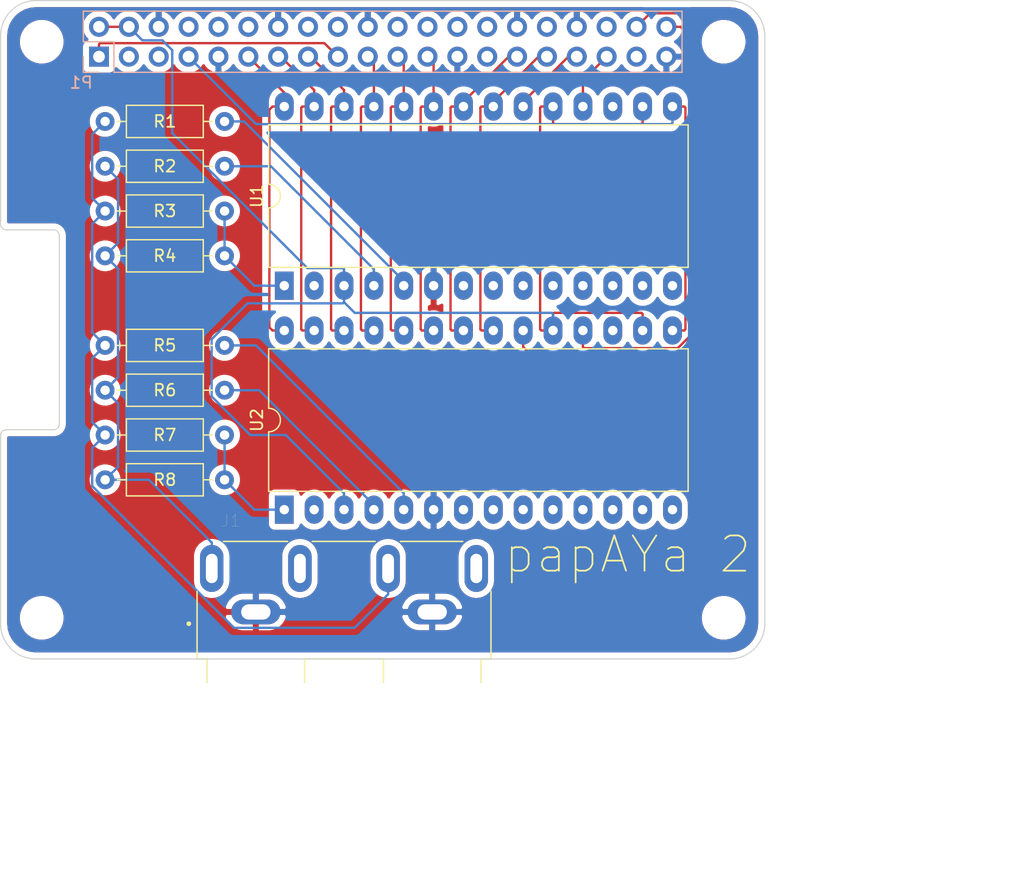
<source format=kicad_pcb>
(kicad_pcb (version 20171130) (host pcbnew "(5.1.5-0-10_14)")

  (general
    (thickness 1.6)
    (drawings 35)
    (tracks 188)
    (zones 0)
    (modules 16)
    (nets 62)
  )

  (page A3)
  (title_block
    (date "15 nov 2012")
  )

  (layers
    (0 F.Cu signal hide)
    (31 B.Cu signal hide)
    (32 B.Adhes user)
    (33 F.Adhes user)
    (34 B.Paste user)
    (35 F.Paste user)
    (36 B.SilkS user)
    (37 F.SilkS user)
    (38 B.Mask user)
    (39 F.Mask user)
    (40 Dwgs.User user)
    (41 Cmts.User user)
    (42 Eco1.User user)
    (43 Eco2.User user)
    (44 Edge.Cuts user)
  )

  (setup
    (last_trace_width 0.2)
    (trace_clearance 0.2)
    (zone_clearance 0.508)
    (zone_45_only no)
    (trace_min 0.1524)
    (via_size 0.9)
    (via_drill 0.6)
    (via_min_size 0.8)
    (via_min_drill 0.5)
    (uvia_size 0.5)
    (uvia_drill 0.1)
    (uvias_allowed no)
    (uvia_min_size 0.5)
    (uvia_min_drill 0.1)
    (edge_width 0.1)
    (segment_width 0.1)
    (pcb_text_width 0.3)
    (pcb_text_size 1 1)
    (mod_edge_width 0.15)
    (mod_text_size 1 1)
    (mod_text_width 0.15)
    (pad_size 2.5 2.5)
    (pad_drill 2.5)
    (pad_to_mask_clearance 0)
    (aux_axis_origin 200 150)
    (grid_origin 200 150)
    (visible_elements 7FFFFFFF)
    (pcbplotparams
      (layerselection 0x00030_80000001)
      (usegerberextensions true)
      (usegerberattributes false)
      (usegerberadvancedattributes false)
      (creategerberjobfile false)
      (excludeedgelayer true)
      (linewidth 0.150000)
      (plotframeref false)
      (viasonmask false)
      (mode 1)
      (useauxorigin false)
      (hpglpennumber 1)
      (hpglpenspeed 20)
      (hpglpendiameter 15.000000)
      (psnegative false)
      (psa4output false)
      (plotreference true)
      (plotvalue true)
      (plotinvisibletext false)
      (padsonsilk false)
      (subtractmaskfromsilk false)
      (outputformat 1)
      (mirror false)
      (drillshape 1)
      (scaleselection 1)
      (outputdirectory ""))
  )

  (net 0 "")
  (net 1 +3V3)
  (net 2 +5V)
  (net 3 GND)
  (net 4 /ID_SD)
  (net 5 /ID_SC)
  (net 6 /GPIO5)
  (net 7 /GPIO6)
  (net 8 /GPIO26)
  (net 9 "/GPIO2(SDA1)")
  (net 10 "/GPIO3(SCL1)")
  (net 11 "/GPIO4(GCLK)")
  (net 12 "/GPIO14(TXD0)")
  (net 13 "/GPIO15(RXD0)")
  (net 14 "/GPIO17(GEN0)")
  (net 15 "/GPIO27(GEN2)")
  (net 16 "/GPIO22(GEN3)")
  (net 17 "/GPIO23(GEN4)")
  (net 18 "/GPIO24(GEN5)")
  (net 19 "/GPIO25(GEN6)")
  (net 20 "/GPIO18(GEN1)(PWM0)")
  (net 21 "/GPIO10(SPI0_MOSI)")
  (net 22 "/GPIO9(SPI0_MISO)")
  (net 23 "/GPIO11(SPI0_SCK)")
  (net 24 "/GPIO8(SPI0_CE_N)")
  (net 25 "/GPIO7(SPI1_CE_N)")
  (net 26 "/GPIO12(PWM0)")
  (net 27 "/GPIO13(PWM1)")
  (net 28 "/GPIO19(SPI1_MISO)")
  (net 29 /GPIO16)
  (net 30 "/GPIO20(SPI1_MOSI)")
  (net 31 "/GPIO21(SPI1_SCK)")
  (net 32 "Net-(U1-Pad14)")
  (net 33 "Net-(U1-Pad13)")
  (net 34 "Net-(U1-Pad12)")
  (net 35 "Net-(U1-Pad11)")
  (net 36 "Net-(U1-Pad10)")
  (net 37 "Net-(U1-Pad9)")
  (net 38 "Net-(U1-Pad8)")
  (net 39 "Net-(U1-Pad7)")
  (net 40 "Net-(U1-Pad17)")
  (net 41 "Net-(U1-Pad2)")
  (net 42 "Net-(J1-Pad3_B)")
  (net 43 "Net-(J1-Pad2_B)")
  (net 44 "Net-(J1-Pad3_A)")
  (net 45 "Net-(J1-Pad2_A)")
  (net 46 "Net-(R1-Pad2)")
  (net 47 "Net-(R2-Pad2)")
  (net 48 "Net-(R3-Pad2)")
  (net 49 "Net-(R5-Pad2)")
  (net 50 "Net-(R6-Pad2)")
  (net 51 "Net-(R7-Pad2)")
  (net 52 "Net-(U2-Pad14)")
  (net 53 "Net-(U2-Pad13)")
  (net 54 "Net-(U2-Pad12)")
  (net 55 "Net-(U2-Pad11)")
  (net 56 "Net-(U2-Pad10)")
  (net 57 "Net-(U2-Pad9)")
  (net 58 "Net-(U2-Pad8)")
  (net 59 "Net-(U2-Pad7)")
  (net 60 "Net-(U2-Pad17)")
  (net 61 "Net-(U2-Pad2)")

  (net_class Default "This is the default net class."
    (clearance 0.2)
    (trace_width 0.2)
    (via_dia 0.9)
    (via_drill 0.6)
    (uvia_dia 0.5)
    (uvia_drill 0.1)
    (add_net +3V3)
    (add_net +5V)
    (add_net "/GPIO10(SPI0_MOSI)")
    (add_net "/GPIO11(SPI0_SCK)")
    (add_net "/GPIO12(PWM0)")
    (add_net "/GPIO13(PWM1)")
    (add_net "/GPIO14(TXD0)")
    (add_net "/GPIO15(RXD0)")
    (add_net /GPIO16)
    (add_net "/GPIO17(GEN0)")
    (add_net "/GPIO18(GEN1)(PWM0)")
    (add_net "/GPIO19(SPI1_MISO)")
    (add_net "/GPIO2(SDA1)")
    (add_net "/GPIO20(SPI1_MOSI)")
    (add_net "/GPIO21(SPI1_SCK)")
    (add_net "/GPIO22(GEN3)")
    (add_net "/GPIO23(GEN4)")
    (add_net "/GPIO24(GEN5)")
    (add_net "/GPIO25(GEN6)")
    (add_net /GPIO26)
    (add_net "/GPIO27(GEN2)")
    (add_net "/GPIO3(SCL1)")
    (add_net "/GPIO4(GCLK)")
    (add_net /GPIO5)
    (add_net /GPIO6)
    (add_net "/GPIO7(SPI1_CE_N)")
    (add_net "/GPIO8(SPI0_CE_N)")
    (add_net "/GPIO9(SPI0_MISO)")
    (add_net /ID_SC)
    (add_net /ID_SD)
    (add_net GND)
    (add_net "Net-(J1-Pad2_A)")
    (add_net "Net-(J1-Pad2_B)")
    (add_net "Net-(J1-Pad3_A)")
    (add_net "Net-(J1-Pad3_B)")
    (add_net "Net-(R1-Pad2)")
    (add_net "Net-(R2-Pad2)")
    (add_net "Net-(R3-Pad2)")
    (add_net "Net-(R5-Pad2)")
    (add_net "Net-(R6-Pad2)")
    (add_net "Net-(R7-Pad2)")
    (add_net "Net-(U1-Pad10)")
    (add_net "Net-(U1-Pad11)")
    (add_net "Net-(U1-Pad12)")
    (add_net "Net-(U1-Pad13)")
    (add_net "Net-(U1-Pad14)")
    (add_net "Net-(U1-Pad17)")
    (add_net "Net-(U1-Pad2)")
    (add_net "Net-(U1-Pad7)")
    (add_net "Net-(U1-Pad8)")
    (add_net "Net-(U1-Pad9)")
    (add_net "Net-(U2-Pad10)")
    (add_net "Net-(U2-Pad11)")
    (add_net "Net-(U2-Pad12)")
    (add_net "Net-(U2-Pad13)")
    (add_net "Net-(U2-Pad14)")
    (add_net "Net-(U2-Pad17)")
    (add_net "Net-(U2-Pad2)")
    (add_net "Net-(U2-Pad7)")
    (add_net "Net-(U2-Pad8)")
    (add_net "Net-(U2-Pad9)")
  )

  (net_class Power ""
    (clearance 0.2)
    (trace_width 0.5)
    (via_dia 1)
    (via_drill 0.7)
    (uvia_dia 0.5)
    (uvia_drill 0.1)
  )

  (module PJRAN2X1U01AUX:SWITCHCRAFT_PJRAN2X1U01AUX (layer F.Cu) (tedit 5E278381) (tstamp 5E295BB3)
    (at 229.21 150)
    (path /5E2E321B)
    (fp_text reference J1 (at -9.625 -11.765) (layer F.SilkS)
      (effects (font (size 1 1) (thickness 0.015)))
    )
    (fp_text value PJRAN2X1U01AUX (at 3.71 11.695) (layer F.Fab)
      (effects (font (size 1 1) (thickness 0.015)))
    )
    (fp_circle (center -13.2 -3) (end -13.1 -3) (layer F.SilkS) (width 0.2))
    (fp_circle (center -13.2 -3) (end -13.1 -3) (layer F.Fab) (width 0.2))
    (fp_text user B (at 13 -4.93) (layer F.Fab)
      (effects (font (size 1 1) (thickness 0.015)))
    )
    (fp_text user A (at -14.2 -4.93) (layer F.Fab)
      (effects (font (size 1 1) (thickness 0.015)))
    )
    (fp_line (start -12.5 0) (end -11.65 0) (layer F.SilkS) (width 0.127))
    (fp_line (start 11.65 2) (end 11.65 0) (layer F.SilkS) (width 0.127))
    (fp_line (start -3.35 0) (end -3.35 2) (layer F.SilkS) (width 0.127))
    (fp_line (start 3.35 2) (end 3.35 0) (layer F.SilkS) (width 0.127))
    (fp_line (start -11.65 0) (end -11.65 2) (layer F.SilkS) (width 0.127))
    (fp_line (start 12.75 -10.25) (end -12.75 -10.25) (layer F.CrtYd) (width 0.05))
    (fp_line (start 12.75 0.25) (end 12.75 -10.25) (layer F.CrtYd) (width 0.05))
    (fp_line (start 11.9 0.25) (end 12.75 0.25) (layer F.CrtYd) (width 0.05))
    (fp_line (start 11.9 9.75) (end 11.9 0.25) (layer F.CrtYd) (width 0.05))
    (fp_line (start 3.1 9.75) (end 11.9 9.75) (layer F.CrtYd) (width 0.05))
    (fp_line (start 3.1 0.25) (end 3.1 9.75) (layer F.CrtYd) (width 0.05))
    (fp_line (start -3.1 0.25) (end 3.1 0.25) (layer F.CrtYd) (width 0.05))
    (fp_line (start -3.1 9.75) (end -3.1 0.25) (layer F.CrtYd) (width 0.05))
    (fp_line (start -11.9 9.75) (end -3.1 9.75) (layer F.CrtYd) (width 0.05))
    (fp_line (start -11.9 0.25) (end -11.9 9.75) (layer F.CrtYd) (width 0.05))
    (fp_line (start -12.75 0.25) (end -11.9 0.25) (layer F.CrtYd) (width 0.05))
    (fp_line (start -12.75 -10.25) (end -12.75 0.25) (layer F.CrtYd) (width 0.05))
    (fp_text user PCB~Edge (at 14 3.5) (layer F.Fab)
      (effects (font (size 1 1) (thickness 0.015)))
    )
    (fp_line (start -14 2) (end 15 2) (layer F.Fab) (width 0.127))
    (fp_line (start 11.65 0) (end 12.5 0) (layer F.SilkS) (width 0.127))
    (fp_line (start -3.35 0) (end 3.35 0) (layer F.SilkS) (width 0.127))
    (fp_line (start 12.5 0) (end 12.5 -5.75) (layer F.SilkS) (width 0.127))
    (fp_line (start -12.5 -5.75) (end -12.5 0) (layer F.SilkS) (width 0.127))
    (fp_line (start -4.8 -10) (end -10.25 -10) (layer F.SilkS) (width 0.127))
    (fp_line (start 2.65 -10) (end -2.7 -10) (layer F.SilkS) (width 0.127))
    (fp_line (start 10.1 -10) (end 4.8 -10) (layer F.SilkS) (width 0.127))
    (fp_line (start 11.65 9.5) (end 11.65 0) (layer F.Fab) (width 0.127))
    (fp_line (start 3.35 9.5) (end 11.65 9.5) (layer F.Fab) (width 0.127))
    (fp_line (start 3.35 0) (end 3.35 9.5) (layer F.Fab) (width 0.127))
    (fp_line (start -3.35 9.5) (end -3.35 0) (layer F.Fab) (width 0.127))
    (fp_line (start -11.65 9.5) (end -3.35 9.5) (layer F.Fab) (width 0.127))
    (fp_line (start -11.65 0) (end -11.65 9.5) (layer F.Fab) (width 0.127))
    (fp_line (start -12.5 -10) (end -12.5 0) (layer F.Fab) (width 0.127))
    (fp_line (start 12.5 -10) (end -12.5 -10) (layer F.Fab) (width 0.127))
    (fp_line (start 12.5 0) (end 12.5 -10) (layer F.Fab) (width 0.127))
    (fp_line (start 11.65 0) (end 12.5 0) (layer F.Fab) (width 0.127))
    (fp_line (start -3.35 0) (end 3.35 0) (layer F.Fab) (width 0.127))
    (fp_line (start -12.5 0) (end -11.65 0) (layer F.Fab) (width 0.127))
    (pad 3_B thru_hole oval (at 11.25 -7.7) (size 2 4) (drill oval 1 2.5) (layers *.Cu *.Mask)
      (net 42 "Net-(J1-Pad3_B)"))
    (pad 1_B thru_hole oval (at 7.5 -4) (size 4.2 2.1) (drill oval 2.5 1.3) (layers *.Cu *.Mask)
      (net 3 GND))
    (pad 2_B thru_hole oval (at 3.75 -7.7) (size 2 4) (drill oval 1 2.5) (layers *.Cu *.Mask)
      (net 43 "Net-(J1-Pad2_B)"))
    (pad 3_A thru_hole oval (at -3.75 -7.7) (size 2 4) (drill oval 1 2.5) (layers *.Cu *.Mask)
      (net 44 "Net-(J1-Pad3_A)"))
    (pad 1_A thru_hole oval (at -7.5 -4) (size 4.2 2.1) (drill oval 2.5 1.3) (layers *.Cu *.Mask)
      (net 3 GND))
    (pad 2_A thru_hole oval (at -11.25 -7.7) (size 2 4) (drill oval 1 2.5) (layers *.Cu *.Mask)
      (net 45 "Net-(J1-Pad2_A)"))
  )

  (module Package_DIP:DIP-28_W15.24mm_LongPads (layer F.Cu) (tedit 5A02E8C5) (tstamp 5E293E44)
    (at 224.13 137.3 90)
    (descr "28-lead though-hole mounted DIP package, row spacing 15.24 mm (600 mils), LongPads")
    (tags "THT DIP DIL PDIP 2.54mm 15.24mm 600mil LongPads")
    (path /5E28F797)
    (fp_text reference U2 (at 7.62 -2.33 90) (layer F.SilkS)
      (effects (font (size 1 1) (thickness 0.15)))
    )
    (fp_text value AY-3-8912 (at 7.62 35.35 90) (layer F.Fab)
      (effects (font (size 1 1) (thickness 0.15)))
    )
    (fp_text user %R (at 7.62 16.51 90) (layer F.Fab)
      (effects (font (size 1 1) (thickness 0.15)))
    )
    (fp_line (start 16.7 -1.55) (end -1.5 -1.55) (layer F.CrtYd) (width 0.05))
    (fp_line (start 16.7 34.55) (end 16.7 -1.55) (layer F.CrtYd) (width 0.05))
    (fp_line (start -1.5 34.55) (end 16.7 34.55) (layer F.CrtYd) (width 0.05))
    (fp_line (start -1.5 -1.55) (end -1.5 34.55) (layer F.CrtYd) (width 0.05))
    (fp_line (start 13.68 -1.33) (end 8.62 -1.33) (layer F.SilkS) (width 0.12))
    (fp_line (start 13.68 34.35) (end 13.68 -1.33) (layer F.SilkS) (width 0.12))
    (fp_line (start 1.56 34.35) (end 13.68 34.35) (layer F.SilkS) (width 0.12))
    (fp_line (start 1.56 -1.33) (end 1.56 34.35) (layer F.SilkS) (width 0.12))
    (fp_line (start 6.62 -1.33) (end 1.56 -1.33) (layer F.SilkS) (width 0.12))
    (fp_line (start 0.255 -0.27) (end 1.255 -1.27) (layer F.Fab) (width 0.1))
    (fp_line (start 0.255 34.29) (end 0.255 -0.27) (layer F.Fab) (width 0.1))
    (fp_line (start 14.985 34.29) (end 0.255 34.29) (layer F.Fab) (width 0.1))
    (fp_line (start 14.985 -1.27) (end 14.985 34.29) (layer F.Fab) (width 0.1))
    (fp_line (start 1.255 -1.27) (end 14.985 -1.27) (layer F.Fab) (width 0.1))
    (fp_arc (start 7.62 -1.33) (end 6.62 -1.33) (angle -180) (layer F.SilkS) (width 0.12))
    (pad 28 thru_hole oval (at 15.24 0 90) (size 2.4 1.6) (drill 0.8) (layers *.Cu *.Mask)
      (net 14 "/GPIO17(GEN0)"))
    (pad 14 thru_hole oval (at 0 33.02 90) (size 2.4 1.6) (drill 0.8) (layers *.Cu *.Mask)
      (net 52 "Net-(U2-Pad14)"))
    (pad 27 thru_hole oval (at 15.24 2.54 90) (size 2.4 1.6) (drill 0.8) (layers *.Cu *.Mask)
      (net 15 "/GPIO27(GEN2)"))
    (pad 13 thru_hole oval (at 0 30.48 90) (size 2.4 1.6) (drill 0.8) (layers *.Cu *.Mask)
      (net 53 "Net-(U2-Pad13)"))
    (pad 26 thru_hole oval (at 15.24 5.08 90) (size 2.4 1.6) (drill 0.8) (layers *.Cu *.Mask)
      (net 16 "/GPIO22(GEN3)"))
    (pad 12 thru_hole oval (at 0 27.94 90) (size 2.4 1.6) (drill 0.8) (layers *.Cu *.Mask)
      (net 54 "Net-(U2-Pad12)"))
    (pad 25 thru_hole oval (at 15.24 7.62 90) (size 2.4 1.6) (drill 0.8) (layers *.Cu *.Mask)
      (net 21 "/GPIO10(SPI0_MOSI)"))
    (pad 11 thru_hole oval (at 0 25.4 90) (size 2.4 1.6) (drill 0.8) (layers *.Cu *.Mask)
      (net 55 "Net-(U2-Pad11)"))
    (pad 24 thru_hole oval (at 15.24 10.16 90) (size 2.4 1.6) (drill 0.8) (layers *.Cu *.Mask)
      (net 22 "/GPIO9(SPI0_MISO)"))
    (pad 10 thru_hole oval (at 0 22.86 90) (size 2.4 1.6) (drill 0.8) (layers *.Cu *.Mask)
      (net 56 "Net-(U2-Pad10)"))
    (pad 23 thru_hole oval (at 15.24 12.7 90) (size 2.4 1.6) (drill 0.8) (layers *.Cu *.Mask)
      (net 23 "/GPIO11(SPI0_SCK)"))
    (pad 9 thru_hole oval (at 0 20.32 90) (size 2.4 1.6) (drill 0.8) (layers *.Cu *.Mask)
      (net 57 "Net-(U2-Pad9)"))
    (pad 22 thru_hole oval (at 15.24 15.24 90) (size 2.4 1.6) (drill 0.8) (layers *.Cu *.Mask)
      (net 6 /GPIO5))
    (pad 8 thru_hole oval (at 0 17.78 90) (size 2.4 1.6) (drill 0.8) (layers *.Cu *.Mask)
      (net 58 "Net-(U2-Pad8)"))
    (pad 21 thru_hole oval (at 15.24 17.78 90) (size 2.4 1.6) (drill 0.8) (layers *.Cu *.Mask)
      (net 7 /GPIO6))
    (pad 7 thru_hole oval (at 0 15.24 90) (size 2.4 1.6) (drill 0.8) (layers *.Cu *.Mask)
      (net 59 "Net-(U2-Pad7)"))
    (pad 20 thru_hole oval (at 15.24 20.32 90) (size 2.4 1.6) (drill 0.8) (layers *.Cu *.Mask)
      (net 30 "/GPIO20(SPI1_MOSI)"))
    (pad 6 thru_hole oval (at 0 12.7 90) (size 2.4 1.6) (drill 0.8) (layers *.Cu *.Mask)
      (net 3 GND))
    (pad 19 thru_hole oval (at 15.24 22.86 90) (size 2.4 1.6) (drill 0.8) (layers *.Cu *.Mask)
      (net 2 +5V))
    (pad 5 thru_hole oval (at 0 10.16 90) (size 2.4 1.6) (drill 0.8) (layers *.Cu *.Mask)
      (net 49 "Net-(R5-Pad2)"))
    (pad 18 thru_hole oval (at 15.24 25.4 90) (size 2.4 1.6) (drill 0.8) (layers *.Cu *.Mask)
      (net 31 "/GPIO21(SPI1_SCK)"))
    (pad 4 thru_hole oval (at 0 7.62 90) (size 2.4 1.6) (drill 0.8) (layers *.Cu *.Mask)
      (net 50 "Net-(R6-Pad2)"))
    (pad 17 thru_hole oval (at 15.24 27.94 90) (size 2.4 1.6) (drill 0.8) (layers *.Cu *.Mask)
      (net 60 "Net-(U2-Pad17)"))
    (pad 3 thru_hole oval (at 0 5.08 90) (size 2.4 1.6) (drill 0.8) (layers *.Cu *.Mask)
      (net 2 +5V))
    (pad 16 thru_hole oval (at 15.24 30.48 90) (size 2.4 1.6) (drill 0.8) (layers *.Cu *.Mask)
      (net 2 +5V))
    (pad 2 thru_hole oval (at 0 2.54 90) (size 2.4 1.6) (drill 0.8) (layers *.Cu *.Mask)
      (net 61 "Net-(U2-Pad2)"))
    (pad 15 thru_hole oval (at 15.24 33.02 90) (size 2.4 1.6) (drill 0.8) (layers *.Cu *.Mask)
      (net 11 "/GPIO4(GCLK)"))
    (pad 1 thru_hole rect (at 0 0 90) (size 2.4 1.6) (drill 0.8) (layers *.Cu *.Mask)
      (net 51 "Net-(R7-Pad2)"))
    (model ${KISYS3DMOD}/Package_DIP.3dshapes/DIP-28_W15.24mm.wrl
      (at (xyz 0 0 0))
      (scale (xyz 1 1 1))
      (rotate (xyz 0 0 0))
    )
  )

  (module Resistor_THT:R_Axial_DIN0207_L6.3mm_D2.5mm_P10.16mm_Horizontal (layer F.Cu) (tedit 5AE5139B) (tstamp 5E293EB8)
    (at 208.89 134.76)
    (descr "Resistor, Axial_DIN0207 series, Axial, Horizontal, pin pitch=10.16mm, 0.25W = 1/4W, length*diameter=6.3*2.5mm^2, http://cdn-reichelt.de/documents/datenblatt/B400/1_4W%23YAG.pdf")
    (tags "Resistor Axial_DIN0207 series Axial Horizontal pin pitch 10.16mm 0.25W = 1/4W length 6.3mm diameter 2.5mm")
    (path /5E36D875)
    (fp_text reference R8 (at 5.08 0) (layer F.SilkS)
      (effects (font (size 1 1) (thickness 0.15)))
    )
    (fp_text value 15K (at 5.08 2.37) (layer F.Fab)
      (effects (font (size 1 1) (thickness 0.15)))
    )
    (fp_text user %R (at 5.08 0) (layer F.Fab)
      (effects (font (size 1 1) (thickness 0.15)))
    )
    (fp_line (start 11.21 -1.5) (end -1.05 -1.5) (layer F.CrtYd) (width 0.05))
    (fp_line (start 11.21 1.5) (end 11.21 -1.5) (layer F.CrtYd) (width 0.05))
    (fp_line (start -1.05 1.5) (end 11.21 1.5) (layer F.CrtYd) (width 0.05))
    (fp_line (start -1.05 -1.5) (end -1.05 1.5) (layer F.CrtYd) (width 0.05))
    (fp_line (start 9.12 0) (end 8.35 0) (layer F.SilkS) (width 0.12))
    (fp_line (start 1.04 0) (end 1.81 0) (layer F.SilkS) (width 0.12))
    (fp_line (start 8.35 -1.37) (end 1.81 -1.37) (layer F.SilkS) (width 0.12))
    (fp_line (start 8.35 1.37) (end 8.35 -1.37) (layer F.SilkS) (width 0.12))
    (fp_line (start 1.81 1.37) (end 8.35 1.37) (layer F.SilkS) (width 0.12))
    (fp_line (start 1.81 -1.37) (end 1.81 1.37) (layer F.SilkS) (width 0.12))
    (fp_line (start 10.16 0) (end 8.23 0) (layer F.Fab) (width 0.1))
    (fp_line (start 0 0) (end 1.93 0) (layer F.Fab) (width 0.1))
    (fp_line (start 8.23 -1.25) (end 1.93 -1.25) (layer F.Fab) (width 0.1))
    (fp_line (start 8.23 1.25) (end 8.23 -1.25) (layer F.Fab) (width 0.1))
    (fp_line (start 1.93 1.25) (end 8.23 1.25) (layer F.Fab) (width 0.1))
    (fp_line (start 1.93 -1.25) (end 1.93 1.25) (layer F.Fab) (width 0.1))
    (pad 2 thru_hole oval (at 10.16 0) (size 1.6 1.6) (drill 0.8) (layers *.Cu *.Mask)
      (net 51 "Net-(R7-Pad2)"))
    (pad 1 thru_hole circle (at 0 0) (size 1.6 1.6) (drill 0.8) (layers *.Cu *.Mask)
      (net 45 "Net-(J1-Pad2_A)"))
    (model ${KISYS3DMOD}/Resistor_THT.3dshapes/R_Axial_DIN0207_L6.3mm_D2.5mm_P10.16mm_Horizontal.wrl
      (at (xyz 0 0 0))
      (scale (xyz 1 1 1))
      (rotate (xyz 0 0 0))
    )
  )

  (module Resistor_THT:R_Axial_DIN0207_L6.3mm_D2.5mm_P10.16mm_Horizontal (layer F.Cu) (tedit 5AE5139B) (tstamp 5E293EFA)
    (at 208.89 130.95)
    (descr "Resistor, Axial_DIN0207 series, Axial, Horizontal, pin pitch=10.16mm, 0.25W = 1/4W, length*diameter=6.3*2.5mm^2, http://cdn-reichelt.de/documents/datenblatt/B400/1_4W%23YAG.pdf")
    (tags "Resistor Axial_DIN0207 series Axial Horizontal pin pitch 10.16mm 0.25W = 1/4W length 6.3mm diameter 2.5mm")
    (path /5E36D86F)
    (fp_text reference R7 (at 5.08 0) (layer F.SilkS)
      (effects (font (size 1 1) (thickness 0.15)))
    )
    (fp_text value 15K (at 5.08 2.37) (layer F.Fab)
      (effects (font (size 1 1) (thickness 0.15)))
    )
    (fp_text user %R (at 5.08 0) (layer F.Fab)
      (effects (font (size 1 1) (thickness 0.15)))
    )
    (fp_line (start 11.21 -1.5) (end -1.05 -1.5) (layer F.CrtYd) (width 0.05))
    (fp_line (start 11.21 1.5) (end 11.21 -1.5) (layer F.CrtYd) (width 0.05))
    (fp_line (start -1.05 1.5) (end 11.21 1.5) (layer F.CrtYd) (width 0.05))
    (fp_line (start -1.05 -1.5) (end -1.05 1.5) (layer F.CrtYd) (width 0.05))
    (fp_line (start 9.12 0) (end 8.35 0) (layer F.SilkS) (width 0.12))
    (fp_line (start 1.04 0) (end 1.81 0) (layer F.SilkS) (width 0.12))
    (fp_line (start 8.35 -1.37) (end 1.81 -1.37) (layer F.SilkS) (width 0.12))
    (fp_line (start 8.35 1.37) (end 8.35 -1.37) (layer F.SilkS) (width 0.12))
    (fp_line (start 1.81 1.37) (end 8.35 1.37) (layer F.SilkS) (width 0.12))
    (fp_line (start 1.81 -1.37) (end 1.81 1.37) (layer F.SilkS) (width 0.12))
    (fp_line (start 10.16 0) (end 8.23 0) (layer F.Fab) (width 0.1))
    (fp_line (start 0 0) (end 1.93 0) (layer F.Fab) (width 0.1))
    (fp_line (start 8.23 -1.25) (end 1.93 -1.25) (layer F.Fab) (width 0.1))
    (fp_line (start 8.23 1.25) (end 8.23 -1.25) (layer F.Fab) (width 0.1))
    (fp_line (start 1.93 1.25) (end 8.23 1.25) (layer F.Fab) (width 0.1))
    (fp_line (start 1.93 -1.25) (end 1.93 1.25) (layer F.Fab) (width 0.1))
    (pad 2 thru_hole oval (at 10.16 0) (size 1.6 1.6) (drill 0.8) (layers *.Cu *.Mask)
      (net 51 "Net-(R7-Pad2)"))
    (pad 1 thru_hole circle (at 0 0) (size 1.6 1.6) (drill 0.8) (layers *.Cu *.Mask)
      (net 43 "Net-(J1-Pad2_B)"))
    (model ${KISYS3DMOD}/Resistor_THT.3dshapes/R_Axial_DIN0207_L6.3mm_D2.5mm_P10.16mm_Horizontal.wrl
      (at (xyz 0 0 0))
      (scale (xyz 1 1 1))
      (rotate (xyz 0 0 0))
    )
  )

  (module Resistor_THT:R_Axial_DIN0207_L6.3mm_D2.5mm_P10.16mm_Horizontal (layer F.Cu) (tedit 5AE5139B) (tstamp 5E293F3C)
    (at 208.89 127.14)
    (descr "Resistor, Axial_DIN0207 series, Axial, Horizontal, pin pitch=10.16mm, 0.25W = 1/4W, length*diameter=6.3*2.5mm^2, http://cdn-reichelt.de/documents/datenblatt/B400/1_4W%23YAG.pdf")
    (tags "Resistor Axial_DIN0207 series Axial Horizontal pin pitch 10.16mm 0.25W = 1/4W length 6.3mm diameter 2.5mm")
    (path /5E36D869)
    (fp_text reference R6 (at 5.08 0) (layer F.SilkS)
      (effects (font (size 1 1) (thickness 0.15)))
    )
    (fp_text value 10K (at 5.08 2.37) (layer F.Fab)
      (effects (font (size 1 1) (thickness 0.15)))
    )
    (fp_text user %R (at 5.08 0) (layer F.Fab)
      (effects (font (size 1 1) (thickness 0.15)))
    )
    (fp_line (start 11.21 -1.5) (end -1.05 -1.5) (layer F.CrtYd) (width 0.05))
    (fp_line (start 11.21 1.5) (end 11.21 -1.5) (layer F.CrtYd) (width 0.05))
    (fp_line (start -1.05 1.5) (end 11.21 1.5) (layer F.CrtYd) (width 0.05))
    (fp_line (start -1.05 -1.5) (end -1.05 1.5) (layer F.CrtYd) (width 0.05))
    (fp_line (start 9.12 0) (end 8.35 0) (layer F.SilkS) (width 0.12))
    (fp_line (start 1.04 0) (end 1.81 0) (layer F.SilkS) (width 0.12))
    (fp_line (start 8.35 -1.37) (end 1.81 -1.37) (layer F.SilkS) (width 0.12))
    (fp_line (start 8.35 1.37) (end 8.35 -1.37) (layer F.SilkS) (width 0.12))
    (fp_line (start 1.81 1.37) (end 8.35 1.37) (layer F.SilkS) (width 0.12))
    (fp_line (start 1.81 -1.37) (end 1.81 1.37) (layer F.SilkS) (width 0.12))
    (fp_line (start 10.16 0) (end 8.23 0) (layer F.Fab) (width 0.1))
    (fp_line (start 0 0) (end 1.93 0) (layer F.Fab) (width 0.1))
    (fp_line (start 8.23 -1.25) (end 1.93 -1.25) (layer F.Fab) (width 0.1))
    (fp_line (start 8.23 1.25) (end 8.23 -1.25) (layer F.Fab) (width 0.1))
    (fp_line (start 1.93 1.25) (end 8.23 1.25) (layer F.Fab) (width 0.1))
    (fp_line (start 1.93 -1.25) (end 1.93 1.25) (layer F.Fab) (width 0.1))
    (pad 2 thru_hole oval (at 10.16 0) (size 1.6 1.6) (drill 0.8) (layers *.Cu *.Mask)
      (net 50 "Net-(R6-Pad2)"))
    (pad 1 thru_hole circle (at 0 0) (size 1.6 1.6) (drill 0.8) (layers *.Cu *.Mask)
      (net 45 "Net-(J1-Pad2_A)"))
    (model ${KISYS3DMOD}/Resistor_THT.3dshapes/R_Axial_DIN0207_L6.3mm_D2.5mm_P10.16mm_Horizontal.wrl
      (at (xyz 0 0 0))
      (scale (xyz 1 1 1))
      (rotate (xyz 0 0 0))
    )
  )

  (module Resistor_THT:R_Axial_DIN0207_L6.3mm_D2.5mm_P10.16mm_Horizontal (layer F.Cu) (tedit 5AE5139B) (tstamp 5E293F7E)
    (at 208.89 123.33)
    (descr "Resistor, Axial_DIN0207 series, Axial, Horizontal, pin pitch=10.16mm, 0.25W = 1/4W, length*diameter=6.3*2.5mm^2, http://cdn-reichelt.de/documents/datenblatt/B400/1_4W%23YAG.pdf")
    (tags "Resistor Axial_DIN0207 series Axial Horizontal pin pitch 10.16mm 0.25W = 1/4W length 6.3mm diameter 2.5mm")
    (path /5E36D863)
    (fp_text reference R5 (at 5.08 0) (layer F.SilkS)
      (effects (font (size 1 1) (thickness 0.15)))
    )
    (fp_text value 10K (at 5.08 2.37) (layer F.Fab)
      (effects (font (size 1 1) (thickness 0.15)))
    )
    (fp_text user %R (at 5.08 0) (layer F.Fab)
      (effects (font (size 1 1) (thickness 0.15)))
    )
    (fp_line (start 11.21 -1.5) (end -1.05 -1.5) (layer F.CrtYd) (width 0.05))
    (fp_line (start 11.21 1.5) (end 11.21 -1.5) (layer F.CrtYd) (width 0.05))
    (fp_line (start -1.05 1.5) (end 11.21 1.5) (layer F.CrtYd) (width 0.05))
    (fp_line (start -1.05 -1.5) (end -1.05 1.5) (layer F.CrtYd) (width 0.05))
    (fp_line (start 9.12 0) (end 8.35 0) (layer F.SilkS) (width 0.12))
    (fp_line (start 1.04 0) (end 1.81 0) (layer F.SilkS) (width 0.12))
    (fp_line (start 8.35 -1.37) (end 1.81 -1.37) (layer F.SilkS) (width 0.12))
    (fp_line (start 8.35 1.37) (end 8.35 -1.37) (layer F.SilkS) (width 0.12))
    (fp_line (start 1.81 1.37) (end 8.35 1.37) (layer F.SilkS) (width 0.12))
    (fp_line (start 1.81 -1.37) (end 1.81 1.37) (layer F.SilkS) (width 0.12))
    (fp_line (start 10.16 0) (end 8.23 0) (layer F.Fab) (width 0.1))
    (fp_line (start 0 0) (end 1.93 0) (layer F.Fab) (width 0.1))
    (fp_line (start 8.23 -1.25) (end 1.93 -1.25) (layer F.Fab) (width 0.1))
    (fp_line (start 8.23 1.25) (end 8.23 -1.25) (layer F.Fab) (width 0.1))
    (fp_line (start 1.93 1.25) (end 8.23 1.25) (layer F.Fab) (width 0.1))
    (fp_line (start 1.93 -1.25) (end 1.93 1.25) (layer F.Fab) (width 0.1))
    (pad 2 thru_hole oval (at 10.16 0) (size 1.6 1.6) (drill 0.8) (layers *.Cu *.Mask)
      (net 49 "Net-(R5-Pad2)"))
    (pad 1 thru_hole circle (at 0 0) (size 1.6 1.6) (drill 0.8) (layers *.Cu *.Mask)
      (net 43 "Net-(J1-Pad2_B)"))
    (model ${KISYS3DMOD}/Resistor_THT.3dshapes/R_Axial_DIN0207_L6.3mm_D2.5mm_P10.16mm_Horizontal.wrl
      (at (xyz 0 0 0))
      (scale (xyz 1 1 1))
      (rotate (xyz 0 0 0))
    )
  )

  (module Resistor_THT:R_Axial_DIN0207_L6.3mm_D2.5mm_P10.16mm_Horizontal (layer F.Cu) (tedit 5AE5139B) (tstamp 5E283427)
    (at 208.89 115.71)
    (descr "Resistor, Axial_DIN0207 series, Axial, Horizontal, pin pitch=10.16mm, 0.25W = 1/4W, length*diameter=6.3*2.5mm^2, http://cdn-reichelt.de/documents/datenblatt/B400/1_4W%23YAG.pdf")
    (tags "Resistor Axial_DIN0207 series Axial Horizontal pin pitch 10.16mm 0.25W = 1/4W length 6.3mm diameter 2.5mm")
    (path /5E2BA48E)
    (fp_text reference R4 (at 5.08 0) (layer F.SilkS)
      (effects (font (size 1 1) (thickness 0.15)))
    )
    (fp_text value 15K (at 5.08 2.37) (layer F.Fab)
      (effects (font (size 1 1) (thickness 0.15)))
    )
    (fp_text user %R (at 5.08 0) (layer F.Fab)
      (effects (font (size 1 1) (thickness 0.15)))
    )
    (fp_line (start 11.21 -1.5) (end -1.05 -1.5) (layer F.CrtYd) (width 0.05))
    (fp_line (start 11.21 1.5) (end 11.21 -1.5) (layer F.CrtYd) (width 0.05))
    (fp_line (start -1.05 1.5) (end 11.21 1.5) (layer F.CrtYd) (width 0.05))
    (fp_line (start -1.05 -1.5) (end -1.05 1.5) (layer F.CrtYd) (width 0.05))
    (fp_line (start 9.12 0) (end 8.35 0) (layer F.SilkS) (width 0.12))
    (fp_line (start 1.04 0) (end 1.81 0) (layer F.SilkS) (width 0.12))
    (fp_line (start 8.35 -1.37) (end 1.81 -1.37) (layer F.SilkS) (width 0.12))
    (fp_line (start 8.35 1.37) (end 8.35 -1.37) (layer F.SilkS) (width 0.12))
    (fp_line (start 1.81 1.37) (end 8.35 1.37) (layer F.SilkS) (width 0.12))
    (fp_line (start 1.81 -1.37) (end 1.81 1.37) (layer F.SilkS) (width 0.12))
    (fp_line (start 10.16 0) (end 8.23 0) (layer F.Fab) (width 0.1))
    (fp_line (start 0 0) (end 1.93 0) (layer F.Fab) (width 0.1))
    (fp_line (start 8.23 -1.25) (end 1.93 -1.25) (layer F.Fab) (width 0.1))
    (fp_line (start 8.23 1.25) (end 8.23 -1.25) (layer F.Fab) (width 0.1))
    (fp_line (start 1.93 1.25) (end 8.23 1.25) (layer F.Fab) (width 0.1))
    (fp_line (start 1.93 -1.25) (end 1.93 1.25) (layer F.Fab) (width 0.1))
    (pad 2 thru_hole oval (at 10.16 0) (size 1.6 1.6) (drill 0.8) (layers *.Cu *.Mask)
      (net 48 "Net-(R3-Pad2)"))
    (pad 1 thru_hole circle (at 0 0) (size 1.6 1.6) (drill 0.8) (layers *.Cu *.Mask)
      (net 45 "Net-(J1-Pad2_A)"))
    (model ${KISYS3DMOD}/Resistor_THT.3dshapes/R_Axial_DIN0207_L6.3mm_D2.5mm_P10.16mm_Horizontal.wrl
      (at (xyz 0 0 0))
      (scale (xyz 1 1 1))
      (rotate (xyz 0 0 0))
    )
  )

  (module Resistor_THT:R_Axial_DIN0207_L6.3mm_D2.5mm_P10.16mm_Horizontal (layer F.Cu) (tedit 5AE5139B) (tstamp 5E283410)
    (at 208.89 111.9)
    (descr "Resistor, Axial_DIN0207 series, Axial, Horizontal, pin pitch=10.16mm, 0.25W = 1/4W, length*diameter=6.3*2.5mm^2, http://cdn-reichelt.de/documents/datenblatt/B400/1_4W%23YAG.pdf")
    (tags "Resistor Axial_DIN0207 series Axial Horizontal pin pitch 10.16mm 0.25W = 1/4W length 6.3mm diameter 2.5mm")
    (path /5E2B8057)
    (fp_text reference R3 (at 5.08 0) (layer F.SilkS)
      (effects (font (size 1 1) (thickness 0.15)))
    )
    (fp_text value 15K (at 5.08 2.37) (layer F.Fab)
      (effects (font (size 1 1) (thickness 0.15)))
    )
    (fp_text user %R (at 5.08 0) (layer F.Fab)
      (effects (font (size 1 1) (thickness 0.15)))
    )
    (fp_line (start 11.21 -1.5) (end -1.05 -1.5) (layer F.CrtYd) (width 0.05))
    (fp_line (start 11.21 1.5) (end 11.21 -1.5) (layer F.CrtYd) (width 0.05))
    (fp_line (start -1.05 1.5) (end 11.21 1.5) (layer F.CrtYd) (width 0.05))
    (fp_line (start -1.05 -1.5) (end -1.05 1.5) (layer F.CrtYd) (width 0.05))
    (fp_line (start 9.12 0) (end 8.35 0) (layer F.SilkS) (width 0.12))
    (fp_line (start 1.04 0) (end 1.81 0) (layer F.SilkS) (width 0.12))
    (fp_line (start 8.35 -1.37) (end 1.81 -1.37) (layer F.SilkS) (width 0.12))
    (fp_line (start 8.35 1.37) (end 8.35 -1.37) (layer F.SilkS) (width 0.12))
    (fp_line (start 1.81 1.37) (end 8.35 1.37) (layer F.SilkS) (width 0.12))
    (fp_line (start 1.81 -1.37) (end 1.81 1.37) (layer F.SilkS) (width 0.12))
    (fp_line (start 10.16 0) (end 8.23 0) (layer F.Fab) (width 0.1))
    (fp_line (start 0 0) (end 1.93 0) (layer F.Fab) (width 0.1))
    (fp_line (start 8.23 -1.25) (end 1.93 -1.25) (layer F.Fab) (width 0.1))
    (fp_line (start 8.23 1.25) (end 8.23 -1.25) (layer F.Fab) (width 0.1))
    (fp_line (start 1.93 1.25) (end 8.23 1.25) (layer F.Fab) (width 0.1))
    (fp_line (start 1.93 -1.25) (end 1.93 1.25) (layer F.Fab) (width 0.1))
    (pad 2 thru_hole oval (at 10.16 0) (size 1.6 1.6) (drill 0.8) (layers *.Cu *.Mask)
      (net 48 "Net-(R3-Pad2)"))
    (pad 1 thru_hole circle (at 0 0) (size 1.6 1.6) (drill 0.8) (layers *.Cu *.Mask)
      (net 43 "Net-(J1-Pad2_B)"))
    (model ${KISYS3DMOD}/Resistor_THT.3dshapes/R_Axial_DIN0207_L6.3mm_D2.5mm_P10.16mm_Horizontal.wrl
      (at (xyz 0 0 0))
      (scale (xyz 1 1 1))
      (rotate (xyz 0 0 0))
    )
  )

  (module Resistor_THT:R_Axial_DIN0207_L6.3mm_D2.5mm_P10.16mm_Horizontal (layer F.Cu) (tedit 5AE5139B) (tstamp 5E2833F9)
    (at 208.89 108.09)
    (descr "Resistor, Axial_DIN0207 series, Axial, Horizontal, pin pitch=10.16mm, 0.25W = 1/4W, length*diameter=6.3*2.5mm^2, http://cdn-reichelt.de/documents/datenblatt/B400/1_4W%23YAG.pdf")
    (tags "Resistor Axial_DIN0207 series Axial Horizontal pin pitch 10.16mm 0.25W = 1/4W length 6.3mm diameter 2.5mm")
    (path /5E2B6664)
    (fp_text reference R2 (at 5.08 0) (layer F.SilkS)
      (effects (font (size 1 1) (thickness 0.15)))
    )
    (fp_text value 10K (at 5.08 2.37) (layer F.Fab)
      (effects (font (size 1 1) (thickness 0.15)))
    )
    (fp_text user %R (at 5.08 0) (layer F.Fab)
      (effects (font (size 1 1) (thickness 0.15)))
    )
    (fp_line (start 11.21 -1.5) (end -1.05 -1.5) (layer F.CrtYd) (width 0.05))
    (fp_line (start 11.21 1.5) (end 11.21 -1.5) (layer F.CrtYd) (width 0.05))
    (fp_line (start -1.05 1.5) (end 11.21 1.5) (layer F.CrtYd) (width 0.05))
    (fp_line (start -1.05 -1.5) (end -1.05 1.5) (layer F.CrtYd) (width 0.05))
    (fp_line (start 9.12 0) (end 8.35 0) (layer F.SilkS) (width 0.12))
    (fp_line (start 1.04 0) (end 1.81 0) (layer F.SilkS) (width 0.12))
    (fp_line (start 8.35 -1.37) (end 1.81 -1.37) (layer F.SilkS) (width 0.12))
    (fp_line (start 8.35 1.37) (end 8.35 -1.37) (layer F.SilkS) (width 0.12))
    (fp_line (start 1.81 1.37) (end 8.35 1.37) (layer F.SilkS) (width 0.12))
    (fp_line (start 1.81 -1.37) (end 1.81 1.37) (layer F.SilkS) (width 0.12))
    (fp_line (start 10.16 0) (end 8.23 0) (layer F.Fab) (width 0.1))
    (fp_line (start 0 0) (end 1.93 0) (layer F.Fab) (width 0.1))
    (fp_line (start 8.23 -1.25) (end 1.93 -1.25) (layer F.Fab) (width 0.1))
    (fp_line (start 8.23 1.25) (end 8.23 -1.25) (layer F.Fab) (width 0.1))
    (fp_line (start 1.93 1.25) (end 8.23 1.25) (layer F.Fab) (width 0.1))
    (fp_line (start 1.93 -1.25) (end 1.93 1.25) (layer F.Fab) (width 0.1))
    (pad 2 thru_hole oval (at 10.16 0) (size 1.6 1.6) (drill 0.8) (layers *.Cu *.Mask)
      (net 47 "Net-(R2-Pad2)"))
    (pad 1 thru_hole circle (at 0 0) (size 1.6 1.6) (drill 0.8) (layers *.Cu *.Mask)
      (net 45 "Net-(J1-Pad2_A)"))
    (model ${KISYS3DMOD}/Resistor_THT.3dshapes/R_Axial_DIN0207_L6.3mm_D2.5mm_P10.16mm_Horizontal.wrl
      (at (xyz 0 0 0))
      (scale (xyz 1 1 1))
      (rotate (xyz 0 0 0))
    )
  )

  (module Resistor_THT:R_Axial_DIN0207_L6.3mm_D2.5mm_P10.16mm_Horizontal (layer F.Cu) (tedit 5AE5139B) (tstamp 5E2833E2)
    (at 208.89 104.28)
    (descr "Resistor, Axial_DIN0207 series, Axial, Horizontal, pin pitch=10.16mm, 0.25W = 1/4W, length*diameter=6.3*2.5mm^2, http://cdn-reichelt.de/documents/datenblatt/B400/1_4W%23YAG.pdf")
    (tags "Resistor Axial_DIN0207 series Axial Horizontal pin pitch 10.16mm 0.25W = 1/4W length 6.3mm diameter 2.5mm")
    (path /5E2B0D66)
    (fp_text reference R1 (at 5.08 0) (layer F.SilkS)
      (effects (font (size 1 1) (thickness 0.15)))
    )
    (fp_text value 10K (at 5.08 2.37) (layer F.Fab)
      (effects (font (size 1 1) (thickness 0.15)))
    )
    (fp_text user %R (at 5.08 0) (layer F.Fab)
      (effects (font (size 1 1) (thickness 0.15)))
    )
    (fp_line (start 11.21 -1.5) (end -1.05 -1.5) (layer F.CrtYd) (width 0.05))
    (fp_line (start 11.21 1.5) (end 11.21 -1.5) (layer F.CrtYd) (width 0.05))
    (fp_line (start -1.05 1.5) (end 11.21 1.5) (layer F.CrtYd) (width 0.05))
    (fp_line (start -1.05 -1.5) (end -1.05 1.5) (layer F.CrtYd) (width 0.05))
    (fp_line (start 9.12 0) (end 8.35 0) (layer F.SilkS) (width 0.12))
    (fp_line (start 1.04 0) (end 1.81 0) (layer F.SilkS) (width 0.12))
    (fp_line (start 8.35 -1.37) (end 1.81 -1.37) (layer F.SilkS) (width 0.12))
    (fp_line (start 8.35 1.37) (end 8.35 -1.37) (layer F.SilkS) (width 0.12))
    (fp_line (start 1.81 1.37) (end 8.35 1.37) (layer F.SilkS) (width 0.12))
    (fp_line (start 1.81 -1.37) (end 1.81 1.37) (layer F.SilkS) (width 0.12))
    (fp_line (start 10.16 0) (end 8.23 0) (layer F.Fab) (width 0.1))
    (fp_line (start 0 0) (end 1.93 0) (layer F.Fab) (width 0.1))
    (fp_line (start 8.23 -1.25) (end 1.93 -1.25) (layer F.Fab) (width 0.1))
    (fp_line (start 8.23 1.25) (end 8.23 -1.25) (layer F.Fab) (width 0.1))
    (fp_line (start 1.93 1.25) (end 8.23 1.25) (layer F.Fab) (width 0.1))
    (fp_line (start 1.93 -1.25) (end 1.93 1.25) (layer F.Fab) (width 0.1))
    (pad 2 thru_hole oval (at 10.16 0) (size 1.6 1.6) (drill 0.8) (layers *.Cu *.Mask)
      (net 46 "Net-(R1-Pad2)"))
    (pad 1 thru_hole circle (at 0 0) (size 1.6 1.6) (drill 0.8) (layers *.Cu *.Mask)
      (net 43 "Net-(J1-Pad2_B)"))
    (model ${KISYS3DMOD}/Resistor_THT.3dshapes/R_Axial_DIN0207_L6.3mm_D2.5mm_P10.16mm_Horizontal.wrl
      (at (xyz 0 0 0))
      (scale (xyz 1 1 1))
      (rotate (xyz 0 0 0))
    )
  )

  (module Package_DIP:DIP-28_W15.24mm_LongPads (layer F.Cu) (tedit 5A02E8C5) (tstamp 5E283D21)
    (at 224.13 118.25 90)
    (descr "28-lead though-hole mounted DIP package, row spacing 15.24 mm (600 mils), LongPads")
    (tags "THT DIP DIL PDIP 2.54mm 15.24mm 600mil LongPads")
    (path /5E2806BC)
    (fp_text reference U1 (at 7.62 -2.33 90) (layer F.SilkS)
      (effects (font (size 1 1) (thickness 0.15)))
    )
    (fp_text value AY-3-8912 (at 7.62 35.35 90) (layer F.Fab)
      (effects (font (size 1 1) (thickness 0.15)))
    )
    (fp_arc (start 7.62 -1.33) (end 6.62 -1.33) (angle -180) (layer F.SilkS) (width 0.12))
    (fp_line (start 1.255 -1.27) (end 14.985 -1.27) (layer F.Fab) (width 0.1))
    (fp_line (start 14.985 -1.27) (end 14.985 34.29) (layer F.Fab) (width 0.1))
    (fp_line (start 14.985 34.29) (end 0.255 34.29) (layer F.Fab) (width 0.1))
    (fp_line (start 0.255 34.29) (end 0.255 -0.27) (layer F.Fab) (width 0.1))
    (fp_line (start 0.255 -0.27) (end 1.255 -1.27) (layer F.Fab) (width 0.1))
    (fp_line (start 6.62 -1.33) (end 1.56 -1.33) (layer F.SilkS) (width 0.12))
    (fp_line (start 1.56 -1.33) (end 1.56 34.35) (layer F.SilkS) (width 0.12))
    (fp_line (start 1.56 34.35) (end 13.68 34.35) (layer F.SilkS) (width 0.12))
    (fp_line (start 13.68 34.35) (end 13.68 -1.33) (layer F.SilkS) (width 0.12))
    (fp_line (start 13.68 -1.33) (end 8.62 -1.33) (layer F.SilkS) (width 0.12))
    (fp_line (start -1.5 -1.55) (end -1.5 34.55) (layer F.CrtYd) (width 0.05))
    (fp_line (start -1.5 34.55) (end 16.7 34.55) (layer F.CrtYd) (width 0.05))
    (fp_line (start 16.7 34.55) (end 16.7 -1.55) (layer F.CrtYd) (width 0.05))
    (fp_line (start 16.7 -1.55) (end -1.5 -1.55) (layer F.CrtYd) (width 0.05))
    (fp_text user %R (at 7.62 16.51 90) (layer F.Fab)
      (effects (font (size 1 1) (thickness 0.15)))
    )
    (pad 1 thru_hole rect (at 0 0 90) (size 2.4 1.6) (drill 0.8) (layers *.Cu *.Mask)
      (net 48 "Net-(R3-Pad2)"))
    (pad 15 thru_hole oval (at 15.24 33.02 90) (size 2.4 1.6) (drill 0.8) (layers *.Cu *.Mask)
      (net 11 "/GPIO4(GCLK)"))
    (pad 2 thru_hole oval (at 0 2.54 90) (size 2.4 1.6) (drill 0.8) (layers *.Cu *.Mask)
      (net 41 "Net-(U1-Pad2)"))
    (pad 16 thru_hole oval (at 15.24 30.48 90) (size 2.4 1.6) (drill 0.8) (layers *.Cu *.Mask)
      (net 2 +5V))
    (pad 3 thru_hole oval (at 0 5.08 90) (size 2.4 1.6) (drill 0.8) (layers *.Cu *.Mask)
      (net 2 +5V))
    (pad 17 thru_hole oval (at 15.24 27.94 90) (size 2.4 1.6) (drill 0.8) (layers *.Cu *.Mask)
      (net 40 "Net-(U1-Pad17)"))
    (pad 4 thru_hole oval (at 0 7.62 90) (size 2.4 1.6) (drill 0.8) (layers *.Cu *.Mask)
      (net 47 "Net-(R2-Pad2)"))
    (pad 18 thru_hole oval (at 15.24 25.4 90) (size 2.4 1.6) (drill 0.8) (layers *.Cu *.Mask)
      (net 28 "/GPIO19(SPI1_MISO)"))
    (pad 5 thru_hole oval (at 0 10.16 90) (size 2.4 1.6) (drill 0.8) (layers *.Cu *.Mask)
      (net 46 "Net-(R1-Pad2)"))
    (pad 19 thru_hole oval (at 15.24 22.86 90) (size 2.4 1.6) (drill 0.8) (layers *.Cu *.Mask)
      (net 2 +5V))
    (pad 6 thru_hole oval (at 0 12.7 90) (size 2.4 1.6) (drill 0.8) (layers *.Cu *.Mask)
      (net 3 GND))
    (pad 20 thru_hole oval (at 15.24 20.32 90) (size 2.4 1.6) (drill 0.8) (layers *.Cu *.Mask)
      (net 27 "/GPIO13(PWM1)"))
    (pad 7 thru_hole oval (at 0 15.24 90) (size 2.4 1.6) (drill 0.8) (layers *.Cu *.Mask)
      (net 39 "Net-(U1-Pad7)"))
    (pad 21 thru_hole oval (at 15.24 17.78 90) (size 2.4 1.6) (drill 0.8) (layers *.Cu *.Mask)
      (net 7 /GPIO6))
    (pad 8 thru_hole oval (at 0 17.78 90) (size 2.4 1.6) (drill 0.8) (layers *.Cu *.Mask)
      (net 38 "Net-(U1-Pad8)"))
    (pad 22 thru_hole oval (at 15.24 15.24 90) (size 2.4 1.6) (drill 0.8) (layers *.Cu *.Mask)
      (net 6 /GPIO5))
    (pad 9 thru_hole oval (at 0 20.32 90) (size 2.4 1.6) (drill 0.8) (layers *.Cu *.Mask)
      (net 37 "Net-(U1-Pad9)"))
    (pad 23 thru_hole oval (at 15.24 12.7 90) (size 2.4 1.6) (drill 0.8) (layers *.Cu *.Mask)
      (net 23 "/GPIO11(SPI0_SCK)"))
    (pad 10 thru_hole oval (at 0 22.86 90) (size 2.4 1.6) (drill 0.8) (layers *.Cu *.Mask)
      (net 36 "Net-(U1-Pad10)"))
    (pad 24 thru_hole oval (at 15.24 10.16 90) (size 2.4 1.6) (drill 0.8) (layers *.Cu *.Mask)
      (net 22 "/GPIO9(SPI0_MISO)"))
    (pad 11 thru_hole oval (at 0 25.4 90) (size 2.4 1.6) (drill 0.8) (layers *.Cu *.Mask)
      (net 35 "Net-(U1-Pad11)"))
    (pad 25 thru_hole oval (at 15.24 7.62 90) (size 2.4 1.6) (drill 0.8) (layers *.Cu *.Mask)
      (net 21 "/GPIO10(SPI0_MOSI)"))
    (pad 12 thru_hole oval (at 0 27.94 90) (size 2.4 1.6) (drill 0.8) (layers *.Cu *.Mask)
      (net 34 "Net-(U1-Pad12)"))
    (pad 26 thru_hole oval (at 15.24 5.08 90) (size 2.4 1.6) (drill 0.8) (layers *.Cu *.Mask)
      (net 16 "/GPIO22(GEN3)"))
    (pad 13 thru_hole oval (at 0 30.48 90) (size 2.4 1.6) (drill 0.8) (layers *.Cu *.Mask)
      (net 33 "Net-(U1-Pad13)"))
    (pad 27 thru_hole oval (at 15.24 2.54 90) (size 2.4 1.6) (drill 0.8) (layers *.Cu *.Mask)
      (net 15 "/GPIO27(GEN2)"))
    (pad 14 thru_hole oval (at 0 33.02 90) (size 2.4 1.6) (drill 0.8) (layers *.Cu *.Mask)
      (net 32 "Net-(U1-Pad14)"))
    (pad 28 thru_hole oval (at 15.24 0 90) (size 2.4 1.6) (drill 0.8) (layers *.Cu *.Mask)
      (net 14 "/GPIO17(GEN0)"))
    (model ${KISYS3DMOD}/Package_DIP.3dshapes/DIP-28_W15.24mm.wrl
      (at (xyz 0 0 0))
      (scale (xyz 1 1 1))
      (rotate (xyz 0 0 0))
    )
  )

  (module Connector_PinSocket_2.54mm:PinSocket_2x20_P2.54mm_Vertical (layer B.Cu) (tedit 5A19A433) (tstamp 5A793E9F)
    (at 208.37 98.77 270)
    (descr "Through hole straight socket strip, 2x20, 2.54mm pitch, double cols (from Kicad 4.0.7), script generated")
    (tags "Through hole socket strip THT 2x20 2.54mm double row")
    (path /59AD464A)
    (fp_text reference P1 (at 2.208 1.512) (layer B.SilkS)
      (effects (font (size 1 1) (thickness 0.15)) (justify mirror))
    )
    (fp_text value Conn_02x20_Odd_Even (at -1.27 -51.03 270) (layer B.Fab)
      (effects (font (size 1 1) (thickness 0.15)) (justify mirror))
    )
    (fp_line (start -3.81 1.27) (end 0.27 1.27) (layer B.Fab) (width 0.1))
    (fp_line (start 0.27 1.27) (end 1.27 0.27) (layer B.Fab) (width 0.1))
    (fp_line (start 1.27 0.27) (end 1.27 -49.53) (layer B.Fab) (width 0.1))
    (fp_line (start 1.27 -49.53) (end -3.81 -49.53) (layer B.Fab) (width 0.1))
    (fp_line (start -3.81 -49.53) (end -3.81 1.27) (layer B.Fab) (width 0.1))
    (fp_line (start -3.87 1.33) (end -1.27 1.33) (layer B.SilkS) (width 0.12))
    (fp_line (start -3.87 1.33) (end -3.87 -49.59) (layer B.SilkS) (width 0.12))
    (fp_line (start -3.87 -49.59) (end 1.33 -49.59) (layer B.SilkS) (width 0.12))
    (fp_line (start 1.33 -1.27) (end 1.33 -49.59) (layer B.SilkS) (width 0.12))
    (fp_line (start -1.27 -1.27) (end 1.33 -1.27) (layer B.SilkS) (width 0.12))
    (fp_line (start -1.27 1.33) (end -1.27 -1.27) (layer B.SilkS) (width 0.12))
    (fp_line (start 1.33 1.33) (end 1.33 0) (layer B.SilkS) (width 0.12))
    (fp_line (start 0 1.33) (end 1.33 1.33) (layer B.SilkS) (width 0.12))
    (fp_line (start -4.34 1.8) (end 1.76 1.8) (layer B.CrtYd) (width 0.05))
    (fp_line (start 1.76 1.8) (end 1.76 -50) (layer B.CrtYd) (width 0.05))
    (fp_line (start 1.76 -50) (end -4.34 -50) (layer B.CrtYd) (width 0.05))
    (fp_line (start -4.34 -50) (end -4.34 1.8) (layer B.CrtYd) (width 0.05))
    (fp_text user %R (at -1.27 -24.13 180) (layer B.Fab)
      (effects (font (size 1 1) (thickness 0.15)) (justify mirror))
    )
    (pad 1 thru_hole rect (at 0 0 270) (size 1.7 1.7) (drill 1) (layers *.Cu *.Mask)
      (net 1 +3V3))
    (pad 2 thru_hole oval (at -2.54 0 270) (size 1.7 1.7) (drill 1) (layers *.Cu *.Mask)
      (net 2 +5V))
    (pad 3 thru_hole oval (at 0 -2.54 270) (size 1.7 1.7) (drill 1) (layers *.Cu *.Mask)
      (net 9 "/GPIO2(SDA1)"))
    (pad 4 thru_hole oval (at -2.54 -2.54 270) (size 1.7 1.7) (drill 1) (layers *.Cu *.Mask)
      (net 2 +5V))
    (pad 5 thru_hole oval (at 0 -5.08 270) (size 1.7 1.7) (drill 1) (layers *.Cu *.Mask)
      (net 10 "/GPIO3(SCL1)"))
    (pad 6 thru_hole oval (at -2.54 -5.08 270) (size 1.7 1.7) (drill 1) (layers *.Cu *.Mask)
      (net 3 GND))
    (pad 7 thru_hole oval (at 0 -7.62 270) (size 1.7 1.7) (drill 1) (layers *.Cu *.Mask)
      (net 11 "/GPIO4(GCLK)"))
    (pad 8 thru_hole oval (at -2.54 -7.62 270) (size 1.7 1.7) (drill 1) (layers *.Cu *.Mask)
      (net 12 "/GPIO14(TXD0)"))
    (pad 9 thru_hole oval (at 0 -10.16 270) (size 1.7 1.7) (drill 1) (layers *.Cu *.Mask)
      (net 3 GND))
    (pad 10 thru_hole oval (at -2.54 -10.16 270) (size 1.7 1.7) (drill 1) (layers *.Cu *.Mask)
      (net 13 "/GPIO15(RXD0)"))
    (pad 11 thru_hole oval (at 0 -12.7 270) (size 1.7 1.7) (drill 1) (layers *.Cu *.Mask)
      (net 14 "/GPIO17(GEN0)"))
    (pad 12 thru_hole oval (at -2.54 -12.7 270) (size 1.7 1.7) (drill 1) (layers *.Cu *.Mask)
      (net 20 "/GPIO18(GEN1)(PWM0)"))
    (pad 13 thru_hole oval (at 0 -15.24 270) (size 1.7 1.7) (drill 1) (layers *.Cu *.Mask)
      (net 15 "/GPIO27(GEN2)"))
    (pad 14 thru_hole oval (at -2.54 -15.24 270) (size 1.7 1.7) (drill 1) (layers *.Cu *.Mask)
      (net 3 GND))
    (pad 15 thru_hole oval (at 0 -17.78 270) (size 1.7 1.7) (drill 1) (layers *.Cu *.Mask)
      (net 16 "/GPIO22(GEN3)"))
    (pad 16 thru_hole oval (at -2.54 -17.78 270) (size 1.7 1.7) (drill 1) (layers *.Cu *.Mask)
      (net 17 "/GPIO23(GEN4)"))
    (pad 17 thru_hole oval (at 0 -20.32 270) (size 1.7 1.7) (drill 1) (layers *.Cu *.Mask)
      (net 1 +3V3))
    (pad 18 thru_hole oval (at -2.54 -20.32 270) (size 1.7 1.7) (drill 1) (layers *.Cu *.Mask)
      (net 18 "/GPIO24(GEN5)"))
    (pad 19 thru_hole oval (at 0 -22.86 270) (size 1.7 1.7) (drill 1) (layers *.Cu *.Mask)
      (net 21 "/GPIO10(SPI0_MOSI)"))
    (pad 20 thru_hole oval (at -2.54 -22.86 270) (size 1.7 1.7) (drill 1) (layers *.Cu *.Mask)
      (net 3 GND))
    (pad 21 thru_hole oval (at 0 -25.4 270) (size 1.7 1.7) (drill 1) (layers *.Cu *.Mask)
      (net 22 "/GPIO9(SPI0_MISO)"))
    (pad 22 thru_hole oval (at -2.54 -25.4 270) (size 1.7 1.7) (drill 1) (layers *.Cu *.Mask)
      (net 19 "/GPIO25(GEN6)"))
    (pad 23 thru_hole oval (at 0 -27.94 270) (size 1.7 1.7) (drill 1) (layers *.Cu *.Mask)
      (net 23 "/GPIO11(SPI0_SCK)"))
    (pad 24 thru_hole oval (at -2.54 -27.94 270) (size 1.7 1.7) (drill 1) (layers *.Cu *.Mask)
      (net 24 "/GPIO8(SPI0_CE_N)"))
    (pad 25 thru_hole oval (at 0 -30.48 270) (size 1.7 1.7) (drill 1) (layers *.Cu *.Mask)
      (net 3 GND))
    (pad 26 thru_hole oval (at -2.54 -30.48 270) (size 1.7 1.7) (drill 1) (layers *.Cu *.Mask)
      (net 25 "/GPIO7(SPI1_CE_N)"))
    (pad 27 thru_hole oval (at 0 -33.02 270) (size 1.7 1.7) (drill 1) (layers *.Cu *.Mask)
      (net 4 /ID_SD))
    (pad 28 thru_hole oval (at -2.54 -33.02 270) (size 1.7 1.7) (drill 1) (layers *.Cu *.Mask)
      (net 5 /ID_SC))
    (pad 29 thru_hole oval (at 0 -35.56 270) (size 1.7 1.7) (drill 1) (layers *.Cu *.Mask)
      (net 6 /GPIO5))
    (pad 30 thru_hole oval (at -2.54 -35.56 270) (size 1.7 1.7) (drill 1) (layers *.Cu *.Mask)
      (net 3 GND))
    (pad 31 thru_hole oval (at 0 -38.1 270) (size 1.7 1.7) (drill 1) (layers *.Cu *.Mask)
      (net 7 /GPIO6))
    (pad 32 thru_hole oval (at -2.54 -38.1 270) (size 1.7 1.7) (drill 1) (layers *.Cu *.Mask)
      (net 26 "/GPIO12(PWM0)"))
    (pad 33 thru_hole oval (at 0 -40.64 270) (size 1.7 1.7) (drill 1) (layers *.Cu *.Mask)
      (net 27 "/GPIO13(PWM1)"))
    (pad 34 thru_hole oval (at -2.54 -40.64 270) (size 1.7 1.7) (drill 1) (layers *.Cu *.Mask)
      (net 3 GND))
    (pad 35 thru_hole oval (at 0 -43.18 270) (size 1.7 1.7) (drill 1) (layers *.Cu *.Mask)
      (net 28 "/GPIO19(SPI1_MISO)"))
    (pad 36 thru_hole oval (at -2.54 -43.18 270) (size 1.7 1.7) (drill 1) (layers *.Cu *.Mask)
      (net 29 /GPIO16))
    (pad 37 thru_hole oval (at 0 -45.72 270) (size 1.7 1.7) (drill 1) (layers *.Cu *.Mask)
      (net 8 /GPIO26))
    (pad 38 thru_hole oval (at -2.54 -45.72 270) (size 1.7 1.7) (drill 1) (layers *.Cu *.Mask)
      (net 30 "/GPIO20(SPI1_MOSI)"))
    (pad 39 thru_hole oval (at 0 -48.26 270) (size 1.7 1.7) (drill 1) (layers *.Cu *.Mask)
      (net 3 GND))
    (pad 40 thru_hole oval (at -2.54 -48.26 270) (size 1.7 1.7) (drill 1) (layers *.Cu *.Mask)
      (net 31 "/GPIO21(SPI1_SCK)"))
    (model ${KISYS3DMOD}/Connector_PinSocket_2.54mm.3dshapes/PinSocket_2x20_P2.54mm_Vertical.wrl
      (at (xyz 0 0 0))
      (scale (xyz 1 1 1))
      (rotate (xyz 0 0 0))
    )
  )

  (module MountingHole:MountingHole_2.7mm_M2.5 (layer F.Cu) (tedit 56D1B4CB) (tstamp 5A793E98)
    (at 261.5 146.5)
    (descr "Mounting Hole 2.7mm, no annular, M2.5")
    (tags "mounting hole 2.7mm no annular m2.5")
    (path /5834FC4F)
    (attr virtual)
    (fp_text reference MK4 (at 0 -3.7) (layer F.SilkS) hide
      (effects (font (size 1 1) (thickness 0.15)))
    )
    (fp_text value M2.5 (at 0 3.7) (layer F.Fab)
      (effects (font (size 1 1) (thickness 0.15)))
    )
    (fp_circle (center 0 0) (end 2.95 0) (layer F.CrtYd) (width 0.05))
    (fp_circle (center 0 0) (end 2.7 0) (layer Cmts.User) (width 0.15))
    (fp_text user %R (at 0.3 0) (layer F.Fab)
      (effects (font (size 1 1) (thickness 0.15)))
    )
    (pad 1 np_thru_hole circle (at 0 0) (size 2.7 2.7) (drill 2.7) (layers *.Cu *.Mask))
  )

  (module MountingHole:MountingHole_2.7mm_M2.5 (layer F.Cu) (tedit 56D1B4CB) (tstamp 5A793E91)
    (at 203.5 146.5)
    (descr "Mounting Hole 2.7mm, no annular, M2.5")
    (tags "mounting hole 2.7mm no annular m2.5")
    (path /5834FBEF)
    (attr virtual)
    (fp_text reference MK3 (at 0 -3.7) (layer F.SilkS) hide
      (effects (font (size 1 1) (thickness 0.15)))
    )
    (fp_text value M2.5 (at 0 3.7) (layer F.Fab)
      (effects (font (size 1 1) (thickness 0.15)))
    )
    (fp_text user %R (at 0.3 0) (layer F.Fab)
      (effects (font (size 1 1) (thickness 0.15)))
    )
    (fp_circle (center 0 0) (end 2.7 0) (layer Cmts.User) (width 0.15))
    (fp_circle (center 0 0) (end 2.95 0) (layer F.CrtYd) (width 0.05))
    (pad 1 np_thru_hole circle (at 0 0) (size 2.7 2.7) (drill 2.7) (layers *.Cu *.Mask))
  )

  (module MountingHole:MountingHole_2.7mm_M2.5 (layer F.Cu) (tedit 56D1B4CB) (tstamp 5A793E8A)
    (at 261.5 97.5 180)
    (descr "Mounting Hole 2.7mm, no annular, M2.5")
    (tags "mounting hole 2.7mm no annular m2.5")
    (path /5834FC19)
    (attr virtual)
    (fp_text reference MK2 (at 0 -3.7 180) (layer F.SilkS) hide
      (effects (font (size 1 1) (thickness 0.15)))
    )
    (fp_text value M2.5 (at 0 3.7 180) (layer F.Fab)
      (effects (font (size 1 1) (thickness 0.15)))
    )
    (fp_circle (center 0 0) (end 2.95 0) (layer F.CrtYd) (width 0.05))
    (fp_circle (center 0 0) (end 2.7 0) (layer Cmts.User) (width 0.15))
    (fp_text user %R (at 0.3 0 180) (layer F.Fab)
      (effects (font (size 1 1) (thickness 0.15)))
    )
    (pad 1 np_thru_hole circle (at 0 0 180) (size 2.7 2.7) (drill 2.7) (layers *.Cu *.Mask))
  )

  (module MountingHole:MountingHole_2.7mm_M2.5 (layer F.Cu) (tedit 56D1B4CB) (tstamp 5A793E83)
    (at 203.5 97.5 180)
    (descr "Mounting Hole 2.7mm, no annular, M2.5")
    (tags "mounting hole 2.7mm no annular m2.5")
    (path /5834FB2E)
    (attr virtual)
    (fp_text reference MK1 (at 0 -3.7 180) (layer F.SilkS) hide
      (effects (font (size 1 1) (thickness 0.15)))
    )
    (fp_text value M2.5 (at 0 3.7 180) (layer F.Fab)
      (effects (font (size 1 1) (thickness 0.15)))
    )
    (fp_text user %R (at 0.3 0 180) (layer F.Fab)
      (effects (font (size 1 1) (thickness 0.15)))
    )
    (fp_circle (center 0 0) (end 2.7 0) (layer Cmts.User) (width 0.15))
    (fp_circle (center 0 0) (end 2.95 0) (layer F.CrtYd) (width 0.05))
    (pad 1 np_thru_hole circle (at 0 0 180) (size 2.7 2.7) (drill 2.7) (layers *.Cu *.Mask))
  )

  (gr_text "papAYa 2" (at 253.34 141.11) (layer F.SilkS)
    (effects (font (size 3 3) (thickness 0.15)))
  )
  (gr_arc (start 200.5 131) (end 200 131) (angle 89.9) (layer Edge.Cuts) (width 0.1))
  (gr_arc (start 204.5 130) (end 205 130) (angle 90) (layer Edge.Cuts) (width 0.1))
  (gr_arc (start 200.5 113) (end 200.5 113.5) (angle 90) (layer Edge.Cuts) (width 0.1))
  (gr_arc (start 204.5 114) (end 204.5 113.5) (angle 90) (layer Edge.Cuts) (width 0.1))
  (gr_line (start 200 113) (end 200 131) (layer Dwgs.User) (width 0.1))
  (gr_line (start 200 97) (end 200 113) (layer Edge.Cuts) (width 0.1))
  (gr_text DISPLAY (at 202.5 122 90) (layer Dwgs.User) (tstamp 580CBBFF)
    (effects (font (size 1 1) (thickness 0.15)))
  )
  (gr_text RJ45 (at 276.2 139.84) (layer Dwgs.User) (tstamp 580CBBEB)
    (effects (font (size 2 2) (thickness 0.15)))
  )
  (gr_text USB (at 277.724 121.552) (layer Dwgs.User) (tstamp 580CBBE9)
    (effects (font (size 2 2) (thickness 0.15)))
  )
  (gr_text USB (at 278.232 102.248) (layer Dwgs.User)
    (effects (font (size 2 2) (thickness 0.15)))
  )
  (gr_arc (start 262 97) (end 262 94) (angle 90) (layer Edge.Cuts) (width 0.1))
  (gr_arc (start 262 147) (end 265 147) (angle 90) (layer Edge.Cuts) (width 0.1))
  (gr_arc (start 203 147) (end 203 150) (angle 90) (layer Edge.Cuts) (width 0.1))
  (gr_arc (start 203 97) (end 200 97) (angle 90) (layer Edge.Cuts) (width 0.1))
  (gr_line (start 269.9 114.45) (end 287 114.45) (layer Dwgs.User) (width 0.1))
  (gr_line (start 262 94) (end 203 94) (layer Edge.Cuts) (width 0.1))
  (gr_line (start 269.9 127.55) (end 269.9 114.45) (layer Dwgs.User) (width 0.1))
  (gr_line (start 287 127.55) (end 269.9 127.55) (layer Dwgs.User) (width 0.1))
  (gr_line (start 287 114.45) (end 287 127.55) (layer Dwgs.User) (width 0.1))
  (gr_line (start 204.5 130.5) (end 200.5 130.5) (layer Edge.Cuts) (width 0.1))
  (gr_line (start 205 114) (end 205 130) (layer Edge.Cuts) (width 0.1))
  (gr_line (start 200.5 113.5) (end 204.5 113.5) (layer Edge.Cuts) (width 0.1))
  (gr_line (start 266 147.675) (end 266 131.825) (layer Dwgs.User) (width 0.1))
  (gr_line (start 287 147.675) (end 266 147.675) (layer Dwgs.User) (width 0.1))
  (gr_line (start 287 131.825) (end 287 147.675) (layer Dwgs.User) (width 0.1))
  (gr_line (start 266 131.825) (end 287 131.825) (layer Dwgs.User) (width 0.1))
  (gr_line (start 265 147) (end 265 97) (layer Edge.Cuts) (width 0.1))
  (gr_line (start 203 150) (end 262 150) (layer Edge.Cuts) (width 0.1))
  (gr_line (start 200 131) (end 200 147) (layer Edge.Cuts) (width 0.1))
  (gr_line (start 269.9 109.455925) (end 269.9 96.355925) (layer Dwgs.User) (width 0.1))
  (gr_line (start 287 109.455925) (end 269.9 109.455925) (layer Dwgs.User) (width 0.1))
  (gr_line (start 287 96.355925) (end 287 109.455925) (layer Dwgs.User) (width 0.1))
  (gr_line (start 269.9 96.355925) (end 287 96.355925) (layer Dwgs.User) (width 0.1))
  (gr_text "RASPBERRY-PI 40-PIN ADDON BOARD\nVIEW FROM TOP\nNOTE: P1 SHOULD BE FITTED ON THE REVERSE OF THE BOARD\n\nADD EDGE CUTS FROM CAMERA AND DISPLAY PORTS AS REQUIRED" (at 200 160.16) (layer Dwgs.User)
    (effects (font (size 2 1.7) (thickness 0.12)) (justify left))
  )

  (segment (start 227.840001 97.920001) (end 228.69 98.77) (width 0.2) (layer F.Cu) (net 1))
  (segment (start 227.539999 97.619999) (end 227.840001 97.920001) (width 0.2) (layer F.Cu) (net 1))
  (segment (start 208.470001 97.619999) (end 227.539999 97.619999) (width 0.2) (layer F.Cu) (net 1))
  (segment (start 208.37 97.72) (end 208.470001 97.619999) (width 0.2) (layer F.Cu) (net 1))
  (segment (start 208.37 98.77) (end 208.37 97.72) (width 0.2) (layer F.Cu) (net 1))
  (segment (start 254.61 104.41) (end 254.61 103.01) (width 0.2) (layer F.Cu) (net 2))
  (segment (start 254.50999 104.51001) (end 254.61 104.41) (width 0.2) (layer F.Cu) (net 2))
  (segment (start 246.99 104.41) (end 247.09001 104.51001) (width 0.2) (layer F.Cu) (net 2))
  (segment (start 247.09001 104.51001) (end 254.50999 104.51001) (width 0.2) (layer F.Cu) (net 2))
  (segment (start 246.99 103.01) (end 246.99 104.41) (width 0.2) (layer F.Cu) (net 2))
  (segment (start 208.37 96.23) (end 210.91 96.23) (width 0.2) (layer F.Cu) (net 2))
  (segment (start 245.99 122.06) (end 246.99 122.06) (width 0.2) (layer F.Cu) (net 2))
  (segment (start 245.88999 121.95999) (end 245.99 122.06) (width 0.2) (layer F.Cu) (net 2))
  (segment (start 245.99 103.01) (end 245.88999 103.11001) (width 0.2) (layer F.Cu) (net 2))
  (segment (start 245.88999 103.11001) (end 245.88999 121.95999) (width 0.2) (layer F.Cu) (net 2))
  (segment (start 246.99 103.01) (end 245.99 103.01) (width 0.2) (layer F.Cu) (net 2))
  (segment (start 247.09001 120.55999) (end 254.50999 120.55999) (width 0.2) (layer F.Cu) (net 2))
  (segment (start 246.99 120.66) (end 247.09001 120.55999) (width 0.2) (layer F.Cu) (net 2))
  (segment (start 254.61 120.66) (end 254.61 122.06) (width 0.2) (layer F.Cu) (net 2))
  (segment (start 254.50999 120.55999) (end 254.61 120.66) (width 0.2) (layer F.Cu) (net 2))
  (segment (start 246.99 122.06) (end 246.99 120.66) (width 0.2) (layer F.Cu) (net 2))
  (segment (start 246.88999 120.55999) (end 230.11999 120.55999) (width 0.2) (layer B.Cu) (net 2))
  (segment (start 230.11999 120.55999) (end 229.21 119.65) (width 0.2) (layer B.Cu) (net 2))
  (segment (start 246.99 120.66) (end 246.88999 120.55999) (width 0.2) (layer B.Cu) (net 2))
  (segment (start 246.99 122.06) (end 246.99 120.66) (width 0.2) (layer B.Cu) (net 2))
  (segment (start 229.21 116.85) (end 229.21 118.25) (width 0.2) (layer B.Cu) (net 2))
  (segment (start 229.10999 116.74999) (end 229.21 116.85) (width 0.2) (layer B.Cu) (net 2))
  (segment (start 226.081988 116.74999) (end 229.10999 116.74999) (width 0.2) (layer B.Cu) (net 2))
  (segment (start 214.600001 105.268003) (end 226.081988 116.74999) (width 0.2) (layer B.Cu) (net 2))
  (segment (start 214.600001 98.217999) (end 214.600001 105.268003) (width 0.2) (layer B.Cu) (net 2))
  (segment (start 213.762003 97.380001) (end 214.600001 98.217999) (width 0.2) (layer B.Cu) (net 2))
  (segment (start 212.060001 97.380001) (end 213.762003 97.380001) (width 0.2) (layer B.Cu) (net 2))
  (segment (start 210.91 96.23) (end 212.060001 97.380001) (width 0.2) (layer B.Cu) (net 2))
  (segment (start 229.21 135.9) (end 229.21 137.3) (width 0.2) (layer B.Cu) (net 2))
  (segment (start 224.26 130.95) (end 229.21 135.9) (width 0.2) (layer B.Cu) (net 2))
  (segment (start 221.231998 130.95) (end 224.26 130.95) (width 0.2) (layer B.Cu) (net 2))
  (segment (start 217.949999 122.801999) (end 217.949999 127.668001) (width 0.2) (layer B.Cu) (net 2))
  (segment (start 221.001997 119.750001) (end 217.949999 122.801999) (width 0.2) (layer B.Cu) (net 2))
  (segment (start 229.109999 119.750001) (end 221.001997 119.750001) (width 0.2) (layer B.Cu) (net 2))
  (segment (start 217.949999 127.668001) (end 221.231998 130.95) (width 0.2) (layer B.Cu) (net 2))
  (segment (start 229.21 119.65) (end 229.109999 119.750001) (width 0.2) (layer B.Cu) (net 2))
  (segment (start 229.21 118.25) (end 229.21 119.65) (width 0.2) (layer B.Cu) (net 2))
  (segment (start 243.21 98.77) (end 243.93 98.77) (width 0.2) (layer F.Cu) (net 6))
  (segment (start 239.37 102.61) (end 243.21 98.77) (width 0.2) (layer F.Cu) (net 6))
  (segment (start 239.37 103.01) (end 239.37 102.61) (width 0.2) (layer F.Cu) (net 6))
  (segment (start 238.37 122.06) (end 239.37 122.06) (width 0.2) (layer F.Cu) (net 6))
  (segment (start 238.26999 121.95999) (end 238.37 122.06) (width 0.2) (layer F.Cu) (net 6))
  (segment (start 238.26999 103.11001) (end 238.26999 121.95999) (width 0.2) (layer F.Cu) (net 6))
  (segment (start 238.37 103.01) (end 238.26999 103.11001) (width 0.2) (layer F.Cu) (net 6))
  (segment (start 239.37 103.01) (end 238.37 103.01) (width 0.2) (layer F.Cu) (net 6))
  (segment (start 245.75 98.77) (end 246.47 98.77) (width 0.2) (layer F.Cu) (net 7))
  (segment (start 241.91 102.61) (end 245.75 98.77) (width 0.2) (layer F.Cu) (net 7))
  (segment (start 241.91 103.01) (end 241.91 102.61) (width 0.2) (layer F.Cu) (net 7))
  (segment (start 240.80999 121.95999) (end 240.91 122.06) (width 0.2) (layer F.Cu) (net 7))
  (segment (start 240.91 103.01) (end 240.80999 103.11001) (width 0.2) (layer F.Cu) (net 7))
  (segment (start 240.91 122.06) (end 241.91 122.06) (width 0.2) (layer F.Cu) (net 7))
  (segment (start 240.80999 103.11001) (end 240.80999 121.95999) (width 0.2) (layer F.Cu) (net 7))
  (segment (start 241.91 103.01) (end 240.91 103.01) (width 0.2) (layer F.Cu) (net 7))
  (segment (start 258.15 103.01) (end 257.15 103.01) (width 0.2) (layer F.Cu) (net 11))
  (segment (start 258.25001 103.11001) (end 258.15 103.01) (width 0.2) (layer F.Cu) (net 11))
  (segment (start 258.25001 121.95999) (end 258.25001 103.11001) (width 0.2) (layer F.Cu) (net 11))
  (segment (start 258.15 122.06) (end 258.25001 121.95999) (width 0.2) (layer F.Cu) (net 11))
  (segment (start 257.15 122.06) (end 258.15 122.06) (width 0.2) (layer F.Cu) (net 11))
  (segment (start 257.04999 104.51001) (end 221.73001 104.51001) (width 0.2) (layer B.Cu) (net 11))
  (segment (start 257.15 104.41) (end 257.04999 104.51001) (width 0.2) (layer B.Cu) (net 11))
  (segment (start 216.839999 99.619999) (end 215.99 98.77) (width 0.2) (layer B.Cu) (net 11))
  (segment (start 221.73001 104.51001) (end 216.839999 99.619999) (width 0.2) (layer B.Cu) (net 11))
  (segment (start 257.15 103.01) (end 257.15 104.41) (width 0.2) (layer B.Cu) (net 11))
  (segment (start 224.13 101.83) (end 224.13 103.01) (width 0.2) (layer F.Cu) (net 14))
  (segment (start 221.07 98.77) (end 224.13 101.83) (width 0.2) (layer F.Cu) (net 14))
  (segment (start 223.13 122.06) (end 222.86 121.79) (width 0.2) (layer F.Cu) (net 14))
  (segment (start 224.13 122.06) (end 223.13 122.06) (width 0.2) (layer F.Cu) (net 14))
  (segment (start 223.13 103.01) (end 224.13 103.01) (width 0.2) (layer F.Cu) (net 14))
  (segment (start 222.86 103.28) (end 223.13 103.01) (width 0.2) (layer F.Cu) (net 14))
  (segment (start 222.86 121.79) (end 222.86 103.28) (width 0.2) (layer F.Cu) (net 14))
  (segment (start 223.83 98.77) (end 223.61 98.77) (width 0.2) (layer F.Cu) (net 15))
  (segment (start 226.67 101.61) (end 223.83 98.77) (width 0.2) (layer F.Cu) (net 15))
  (segment (start 226.67 103.01) (end 226.67 101.61) (width 0.2) (layer F.Cu) (net 15))
  (segment (start 225.56999 103.11001) (end 225.56999 121.95999) (width 0.2) (layer F.Cu) (net 15))
  (segment (start 225.56999 121.95999) (end 225.67 122.06) (width 0.2) (layer F.Cu) (net 15))
  (segment (start 225.67 103.01) (end 225.56999 103.11001) (width 0.2) (layer F.Cu) (net 15))
  (segment (start 225.67 122.06) (end 226.67 122.06) (width 0.2) (layer F.Cu) (net 15))
  (segment (start 226.67 103.01) (end 225.67 103.01) (width 0.2) (layer F.Cu) (net 15))
  (segment (start 226.37 98.77) (end 226.15 98.77) (width 0.2) (layer F.Cu) (net 16))
  (segment (start 229.21 101.61) (end 226.37 98.77) (width 0.2) (layer F.Cu) (net 16))
  (segment (start 229.21 103.01) (end 229.21 101.61) (width 0.2) (layer F.Cu) (net 16))
  (segment (start 228.10999 103.11001) (end 228.10999 121.95999) (width 0.2) (layer F.Cu) (net 16))
  (segment (start 228.21 122.06) (end 229.21 122.06) (width 0.2) (layer F.Cu) (net 16))
  (segment (start 228.10999 121.95999) (end 228.21 122.06) (width 0.2) (layer F.Cu) (net 16))
  (segment (start 228.21 103.01) (end 228.10999 103.11001) (width 0.2) (layer F.Cu) (net 16))
  (segment (start 229.21 103.01) (end 228.21 103.01) (width 0.2) (layer F.Cu) (net 16))
  (segment (start 231.75 99.29) (end 231.23 98.77) (width 0.2) (layer F.Cu) (net 21))
  (segment (start 231.75 103.01) (end 231.75 99.29) (width 0.2) (layer F.Cu) (net 21))
  (segment (start 230.75 122.06) (end 231.75 122.06) (width 0.2) (layer F.Cu) (net 21))
  (segment (start 230.64999 103.11001) (end 230.64999 121.95999) (width 0.2) (layer F.Cu) (net 21))
  (segment (start 230.75 103.01) (end 230.64999 103.11001) (width 0.2) (layer F.Cu) (net 21))
  (segment (start 230.64999 121.95999) (end 230.75 122.06) (width 0.2) (layer F.Cu) (net 21))
  (segment (start 231.75 103.01) (end 230.75 103.01) (width 0.2) (layer F.Cu) (net 21))
  (segment (start 234.29 99.29) (end 233.77 98.77) (width 0.2) (layer F.Cu) (net 22))
  (segment (start 234.29 103.01) (end 234.29 99.29) (width 0.2) (layer F.Cu) (net 22))
  (segment (start 233.29 122.06) (end 234.29 122.06) (width 0.2) (layer F.Cu) (net 22))
  (segment (start 233.18999 121.95999) (end 233.29 122.06) (width 0.2) (layer F.Cu) (net 22))
  (segment (start 233.29 103.01) (end 233.18999 103.11001) (width 0.2) (layer F.Cu) (net 22))
  (segment (start 233.18999 103.11001) (end 233.18999 121.95999) (width 0.2) (layer F.Cu) (net 22))
  (segment (start 234.29 103.01) (end 233.29 103.01) (width 0.2) (layer F.Cu) (net 22))
  (segment (start 236.83 99.29) (end 236.31 98.77) (width 0.2) (layer F.Cu) (net 23))
  (segment (start 236.83 103.01) (end 236.83 99.29) (width 0.2) (layer F.Cu) (net 23))
  (segment (start 235.72999 103.11001) (end 235.72999 121.95999) (width 0.2) (layer F.Cu) (net 23))
  (segment (start 235.83 122.06) (end 236.83 122.06) (width 0.2) (layer F.Cu) (net 23))
  (segment (start 235.83 103.01) (end 235.72999 103.11001) (width 0.2) (layer F.Cu) (net 23))
  (segment (start 235.72999 121.95999) (end 235.83 122.06) (width 0.2) (layer F.Cu) (net 23))
  (segment (start 236.83 103.01) (end 235.83 103.01) (width 0.2) (layer F.Cu) (net 23))
  (segment (start 248.29 98.77) (end 249.01 98.77) (width 0.2) (layer F.Cu) (net 27))
  (segment (start 244.45 102.61) (end 248.29 98.77) (width 0.2) (layer F.Cu) (net 27))
  (segment (start 244.45 103.01) (end 244.45 102.61) (width 0.2) (layer F.Cu) (net 27))
  (segment (start 249.53 100.79) (end 251.55 98.77) (width 0.2) (layer F.Cu) (net 28))
  (segment (start 249.53 103.01) (end 249.53 100.79) (width 0.2) (layer F.Cu) (net 28))
  (segment (start 244.45 123.46) (end 244.45 122.06) (width 0.2) (layer F.Cu) (net 30))
  (segment (start 244.95002 123.96002) (end 244.45 123.46) (width 0.2) (layer F.Cu) (net 30))
  (segment (start 259.05003 96.02003) (end 259.05003 122.681318) (width 0.2) (layer F.Cu) (net 30))
  (segment (start 258.109999 95.079999) (end 259.05003 96.02003) (width 0.2) (layer F.Cu) (net 30))
  (segment (start 257.771328 123.96002) (end 244.95002 123.96002) (width 0.2) (layer F.Cu) (net 30))
  (segment (start 255.240001 95.079999) (end 258.109999 95.079999) (width 0.2) (layer F.Cu) (net 30))
  (segment (start 259.05003 122.681318) (end 257.771328 123.96002) (width 0.2) (layer F.Cu) (net 30))
  (segment (start 254.09 96.23) (end 255.240001 95.079999) (width 0.2) (layer F.Cu) (net 30))
  (segment (start 257.605639 123.56001) (end 249.63001 123.56001) (width 0.2) (layer F.Cu) (net 31))
  (segment (start 258.65002 122.515629) (end 257.605639 123.56001) (width 0.2) (layer F.Cu) (net 31))
  (segment (start 249.53 123.46) (end 249.53 122.06) (width 0.2) (layer F.Cu) (net 31))
  (segment (start 249.63001 123.56001) (end 249.53 123.46) (width 0.2) (layer F.Cu) (net 31))
  (segment (start 258.65002 97.047939) (end 258.65002 122.515629) (width 0.2) (layer F.Cu) (net 31))
  (segment (start 257.832081 96.23) (end 258.65002 97.047939) (width 0.2) (layer F.Cu) (net 31))
  (segment (start 256.63 96.23) (end 257.832081 96.23) (width 0.2) (layer F.Cu) (net 31))
  (segment (start 208.090001 111.100001) (end 208.89 111.9) (width 0.2) (layer B.Cu) (net 43))
  (segment (start 207.789999 110.799999) (end 208.090001 111.100001) (width 0.2) (layer B.Cu) (net 43))
  (segment (start 207.789999 105.380001) (end 207.789999 110.799999) (width 0.2) (layer B.Cu) (net 43))
  (segment (start 208.89 104.28) (end 207.789999 105.380001) (width 0.2) (layer B.Cu) (net 43))
  (segment (start 208.090001 122.530001) (end 208.89 123.33) (width 0.2) (layer B.Cu) (net 43))
  (segment (start 207.789999 122.229999) (end 208.090001 122.530001) (width 0.2) (layer B.Cu) (net 43))
  (segment (start 207.789999 113.000001) (end 207.789999 122.229999) (width 0.2) (layer B.Cu) (net 43))
  (segment (start 208.89 111.9) (end 207.789999 113.000001) (width 0.2) (layer B.Cu) (net 43))
  (segment (start 208.090001 130.150001) (end 208.89 130.95) (width 0.2) (layer B.Cu) (net 43))
  (segment (start 207.789999 129.849999) (end 208.090001 130.150001) (width 0.2) (layer B.Cu) (net 43))
  (segment (start 207.789999 124.430001) (end 207.789999 129.849999) (width 0.2) (layer B.Cu) (net 43))
  (segment (start 208.89 123.33) (end 207.789999 124.430001) (width 0.2) (layer B.Cu) (net 43))
  (segment (start 232.96 144.5) (end 232.96 142.3) (width 0.2) (layer B.Cu) (net 43))
  (segment (start 230.10999 147.35001) (end 232.96 144.5) (width 0.2) (layer B.Cu) (net 43))
  (segment (start 219.852008 147.35001) (end 230.10999 147.35001) (width 0.2) (layer B.Cu) (net 43))
  (segment (start 207.789999 135.288001) (end 219.852008 147.35001) (width 0.2) (layer B.Cu) (net 43))
  (segment (start 207.789999 132.050001) (end 207.789999 135.288001) (width 0.2) (layer B.Cu) (net 43))
  (segment (start 208.89 130.95) (end 207.789999 132.050001) (width 0.2) (layer B.Cu) (net 43))
  (segment (start 209.990001 109.190001) (end 209.990001 114.609999) (width 0.2) (layer B.Cu) (net 45))
  (segment (start 209.689999 114.910001) (end 208.89 115.71) (width 0.2) (layer B.Cu) (net 45))
  (segment (start 209.990001 114.609999) (end 209.689999 114.910001) (width 0.2) (layer B.Cu) (net 45))
  (segment (start 208.89 108.09) (end 209.990001 109.190001) (width 0.2) (layer B.Cu) (net 45))
  (segment (start 209.689999 126.340001) (end 208.89 127.14) (width 0.2) (layer B.Cu) (net 45))
  (segment (start 209.990001 116.810001) (end 209.990001 126.039999) (width 0.2) (layer B.Cu) (net 45))
  (segment (start 209.990001 126.039999) (end 209.689999 126.340001) (width 0.2) (layer B.Cu) (net 45))
  (segment (start 208.89 115.71) (end 209.990001 116.810001) (width 0.2) (layer B.Cu) (net 45))
  (segment (start 209.07 134.94) (end 208.89 134.76) (width 0.2) (layer B.Cu) (net 45))
  (segment (start 209.990001 128.240001) (end 209.689999 127.939999) (width 0.2) (layer B.Cu) (net 45))
  (segment (start 209.689999 127.939999) (end 208.89 127.14) (width 0.2) (layer B.Cu) (net 45))
  (segment (start 209.990001 133.659999) (end 209.990001 128.240001) (width 0.2) (layer B.Cu) (net 45))
  (segment (start 208.89 134.76) (end 209.990001 133.659999) (width 0.2) (layer B.Cu) (net 45))
  (segment (start 212.62 134.76) (end 217.96 140.1) (width 0.2) (layer B.Cu) (net 45))
  (segment (start 217.96 140.1) (end 217.96 142.3) (width 0.2) (layer B.Cu) (net 45))
  (segment (start 208.89 134.76) (end 212.62 134.76) (width 0.2) (layer B.Cu) (net 45))
  (segment (start 220.18137 104.28) (end 219.05 104.28) (width 0.2) (layer B.Cu) (net 46))
  (segment (start 220.72 104.28) (end 220.18137 104.28) (width 0.2) (layer B.Cu) (net 46))
  (segment (start 234.29 117.85) (end 220.72 104.28) (width 0.2) (layer B.Cu) (net 46))
  (segment (start 234.29 118.25) (end 234.29 117.85) (width 0.2) (layer B.Cu) (net 46))
  (segment (start 220.18137 108.09) (end 219.05 108.09) (width 0.2) (layer B.Cu) (net 47))
  (segment (start 222.99 108.09) (end 220.18137 108.09) (width 0.2) (layer B.Cu) (net 47))
  (segment (start 231.75 116.85) (end 222.99 108.09) (width 0.2) (layer B.Cu) (net 47))
  (segment (start 231.75 118.25) (end 231.75 116.85) (width 0.2) (layer B.Cu) (net 47))
  (segment (start 221.59 118.25) (end 219.05 115.71) (width 0.2) (layer B.Cu) (net 48))
  (segment (start 224.13 118.25) (end 221.59 118.25) (width 0.2) (layer B.Cu) (net 48))
  (segment (start 219.05 115.71) (end 219.05 111.9) (width 0.2) (layer B.Cu) (net 48))
  (segment (start 220.18137 123.33) (end 219.05 123.33) (width 0.2) (layer B.Cu) (net 49))
  (segment (start 221.72 123.33) (end 220.18137 123.33) (width 0.2) (layer B.Cu) (net 49))
  (segment (start 234.29 135.9) (end 221.72 123.33) (width 0.2) (layer B.Cu) (net 49))
  (segment (start 234.29 137.3) (end 234.29 135.9) (width 0.2) (layer B.Cu) (net 49))
  (segment (start 221.99 127.14) (end 220.18137 127.14) (width 0.2) (layer B.Cu) (net 50))
  (segment (start 231.75 136.9) (end 221.99 127.14) (width 0.2) (layer B.Cu) (net 50))
  (segment (start 220.18137 127.14) (end 219.05 127.14) (width 0.2) (layer B.Cu) (net 50))
  (segment (start 231.75 137.3) (end 231.75 136.9) (width 0.2) (layer B.Cu) (net 50))
  (segment (start 221.59 137.3) (end 219.05 134.76) (width 0.2) (layer B.Cu) (net 51))
  (segment (start 224.13 137.3) (end 221.59 137.3) (width 0.2) (layer B.Cu) (net 51))
  (segment (start 219.05 134.76) (end 219.05 130.95) (width 0.2) (layer B.Cu) (net 51))

  (zone (net 3) (net_name GND) (layer B.Cu) (tstamp 5E489303) (hatch edge 0.508)
    (connect_pads (clearance 0.508))
    (min_thickness 0.254)
    (fill yes (arc_segments 32) (thermal_gap 0.508) (thermal_bridge_width 0.508))
    (polygon
      (pts
        (xy 264.77 150) (xy 200 150) (xy 200 94.12) (xy 264.77 94.12)
      )
    )
    (filled_polygon
      (pts
        (xy 262.449016 94.732312) (xy 262.88093 94.862714) (xy 263.279285 95.074524) (xy 263.628914 95.359675) (xy 263.916497 95.707303)
        (xy 264.131086 96.104177) (xy 264.264498 96.535161) (xy 264.315001 97.015663) (xy 264.315 146.966495) (xy 264.267688 147.449016)
        (xy 264.137287 147.880927) (xy 263.92548 148.27928) (xy 263.640325 148.628914) (xy 263.292697 148.916497) (xy 262.895825 149.131085)
        (xy 262.464834 149.2645) (xy 261.984346 149.315) (xy 203.033504 149.315) (xy 202.550984 149.267688) (xy 202.119073 149.137287)
        (xy 201.72072 148.92548) (xy 201.371086 148.640325) (xy 201.083503 148.292697) (xy 200.868915 147.895825) (xy 200.7355 147.464834)
        (xy 200.685 146.984346) (xy 200.685 146.304495) (xy 201.515 146.304495) (xy 201.515 146.695505) (xy 201.591282 147.079003)
        (xy 201.740915 147.44025) (xy 201.958149 147.765364) (xy 202.234636 148.041851) (xy 202.55975 148.259085) (xy 202.920997 148.408718)
        (xy 203.304495 148.485) (xy 203.695505 148.485) (xy 204.079003 148.408718) (xy 204.44025 148.259085) (xy 204.765364 148.041851)
        (xy 205.041851 147.765364) (xy 205.259085 147.44025) (xy 205.408718 147.079003) (xy 205.485 146.695505) (xy 205.485 146.304495)
        (xy 205.408718 145.920997) (xy 205.259085 145.55975) (xy 205.041851 145.234636) (xy 204.765364 144.958149) (xy 204.44025 144.740915)
        (xy 204.079003 144.591282) (xy 203.695505 144.515) (xy 203.304495 144.515) (xy 202.920997 144.591282) (xy 202.55975 144.740915)
        (xy 202.234636 144.958149) (xy 201.958149 145.234636) (xy 201.740915 145.55975) (xy 201.591282 145.920997) (xy 201.515 146.304495)
        (xy 200.685 146.304495) (xy 200.685 131.185) (xy 204.533647 131.185) (xy 204.562601 131.182148) (xy 204.565573 131.182169)
        (xy 204.575092 131.181236) (xy 204.623218 131.176178) (xy 204.634283 131.175088) (xy 204.634652 131.174976) (xy 204.67214 131.171036)
        (xy 204.73299 131.158545) (xy 204.793942 131.146918) (xy 204.803096 131.144155) (xy 204.803102 131.144153) (xy 204.896317 131.115298)
        (xy 204.953533 131.091246) (xy 205.011119 131.06798) (xy 205.019564 131.06349) (xy 205.105401 131.017077) (xy 205.156867 130.982362)
        (xy 205.208821 130.948364) (xy 205.216232 130.94232) (xy 205.291421 130.880118) (xy 205.335162 130.83607) (xy 205.379522 130.792631)
        (xy 205.385618 130.785261) (xy 205.385623 130.785256) (xy 205.385627 130.78525) (xy 205.447294 130.70964) (xy 205.481632 130.657959)
        (xy 205.516733 130.606694) (xy 205.521282 130.598281) (xy 205.567094 130.51212) (xy 205.590758 130.454704) (xy 205.615208 130.397661)
        (xy 205.618036 130.388525) (xy 205.646241 130.295107) (xy 205.658303 130.234187) (xy 205.671209 130.17347) (xy 205.672209 130.163958)
        (xy 205.681731 130.066841) (xy 205.681731 130.066837) (xy 205.685 130.033647) (xy 205.685 113.966353) (xy 205.682148 113.937399)
        (xy 205.682169 113.934427) (xy 205.681236 113.924909) (xy 205.676179 113.87679) (xy 205.675088 113.865717) (xy 205.674976 113.865348)
        (xy 205.671036 113.82786) (xy 205.658547 113.767017) (xy 205.646918 113.706058) (xy 205.644154 113.696902) (xy 205.615298 113.603683)
        (xy 205.591232 113.546434) (xy 205.567979 113.488881) (xy 205.563489 113.480436) (xy 205.517077 113.394598) (xy 205.48235 113.343115)
        (xy 205.448364 113.291179) (xy 205.44232 113.283767) (xy 205.380118 113.208579) (xy 205.336051 113.164818) (xy 205.29263 113.120478)
        (xy 205.285261 113.114381) (xy 205.20964 113.052706) (xy 205.157959 113.018368) (xy 205.106694 112.983267) (xy 205.098281 112.978718)
        (xy 205.01212 112.932906) (xy 204.954704 112.909242) (xy 204.897661 112.884792) (xy 204.888525 112.881964) (xy 204.795107 112.853759)
        (xy 204.734195 112.841698) (xy 204.673471 112.828791) (xy 204.663959 112.827791) (xy 204.566841 112.818269) (xy 204.566837 112.818269)
        (xy 204.533647 112.815) (xy 200.685 112.815) (xy 200.685 105.380001) (xy 207.051443 105.380001) (xy 207.054999 105.416106)
        (xy 207.055 110.763884) (xy 207.051443 110.799999) (xy 207.065634 110.944084) (xy 207.107663 111.082632) (xy 207.175913 111.210319)
        (xy 207.267762 111.322237) (xy 207.295807 111.345253) (xy 207.497178 111.546624) (xy 207.455 111.758665) (xy 207.455 112.041335)
        (xy 207.497178 112.253376) (xy 207.295807 112.454747) (xy 207.267761 112.477764) (xy 207.175912 112.589682) (xy 207.107662 112.717369)
        (xy 207.080622 112.806508) (xy 207.065634 112.855916) (xy 207.051443 113.000001) (xy 207.054999 113.036106) (xy 207.055 122.193884)
        (xy 207.051443 122.229999) (xy 207.065634 122.374084) (xy 207.094828 122.47032) (xy 207.107663 122.512632) (xy 207.175913 122.640319)
        (xy 207.267762 122.752237) (xy 207.295807 122.775253) (xy 207.497178 122.976624) (xy 207.455 123.188665) (xy 207.455 123.471335)
        (xy 207.497178 123.683376) (xy 207.295807 123.884747) (xy 207.267761 123.907764) (xy 207.175912 124.019682) (xy 207.107662 124.147369)
        (xy 207.078383 124.243888) (xy 207.065634 124.285916) (xy 207.051443 124.430001) (xy 207.054999 124.466106) (xy 207.055 129.813884)
        (xy 207.051443 129.849999) (xy 207.065634 129.994084) (xy 207.104594 130.122515) (xy 207.107663 130.132632) (xy 207.175913 130.260319)
        (xy 207.267762 130.372237) (xy 207.295807 130.395253) (xy 207.497178 130.596624) (xy 207.455 130.808665) (xy 207.455 131.091335)
        (xy 207.497178 131.303376) (xy 207.295807 131.504747) (xy 207.267761 131.527764) (xy 207.175912 131.639682) (xy 207.107662 131.767369)
        (xy 207.078383 131.863888) (xy 207.065634 131.905916) (xy 207.051443 132.050001) (xy 207.054999 132.086106) (xy 207.055 135.251886)
        (xy 207.051443 135.288001) (xy 207.065634 135.432086) (xy 207.085798 135.498556) (xy 207.107663 135.570634) (xy 207.175913 135.698321)
        (xy 207.267762 135.810239) (xy 207.295807 135.833255) (xy 219.306754 147.844203) (xy 219.32977 147.872248) (xy 219.436679 147.959986)
        (xy 219.441688 147.964097) (xy 219.569374 148.032347) (xy 219.707923 148.074375) (xy 219.852008 148.088566) (xy 219.888113 148.08501)
        (xy 230.073885 148.08501) (xy 230.10999 148.088566) (xy 230.146095 148.08501) (xy 230.254075 148.074375) (xy 230.392623 148.032347)
        (xy 230.52031 147.964097) (xy 230.632228 147.872248) (xy 230.655249 147.844197) (xy 232.111167 146.388279) (xy 234.020346 146.388279)
        (xy 234.054663 146.52749) (xy 234.188417 146.83054) (xy 234.378723 147.101673) (xy 234.618268 147.330469) (xy 234.897846 147.508136)
        (xy 235.206713 147.627847) (xy 235.533 147.685) (xy 236.583 147.685) (xy 236.583 146.127) (xy 236.837 146.127)
        (xy 236.837 147.685) (xy 237.887 147.685) (xy 238.213287 147.627847) (xy 238.522154 147.508136) (xy 238.801732 147.330469)
        (xy 239.041277 147.101673) (xy 239.231583 146.83054) (xy 239.365337 146.52749) (xy 239.399654 146.388279) (xy 239.361592 146.304495)
        (xy 259.515 146.304495) (xy 259.515 146.695505) (xy 259.591282 147.079003) (xy 259.740915 147.44025) (xy 259.958149 147.765364)
        (xy 260.234636 148.041851) (xy 260.55975 148.259085) (xy 260.920997 148.408718) (xy 261.304495 148.485) (xy 261.695505 148.485)
        (xy 262.079003 148.408718) (xy 262.44025 148.259085) (xy 262.765364 148.041851) (xy 263.041851 147.765364) (xy 263.259085 147.44025)
        (xy 263.408718 147.079003) (xy 263.485 146.695505) (xy 263.485 146.304495) (xy 263.408718 145.920997) (xy 263.259085 145.55975)
        (xy 263.041851 145.234636) (xy 262.765364 144.958149) (xy 262.44025 144.740915) (xy 262.079003 144.591282) (xy 261.695505 144.515)
        (xy 261.304495 144.515) (xy 260.920997 144.591282) (xy 260.55975 144.740915) (xy 260.234636 144.958149) (xy 259.958149 145.234636)
        (xy 259.740915 145.55975) (xy 259.591282 145.920997) (xy 259.515 146.304495) (xy 239.361592 146.304495) (xy 239.280957 146.127)
        (xy 236.837 146.127) (xy 236.583 146.127) (xy 234.139043 146.127) (xy 234.020346 146.388279) (xy 232.111167 146.388279)
        (xy 232.887725 145.611721) (xy 234.020346 145.611721) (xy 234.139043 145.873) (xy 236.583 145.873) (xy 236.583 144.315)
        (xy 236.837 144.315) (xy 236.837 145.873) (xy 239.280957 145.873) (xy 239.399654 145.611721) (xy 239.365337 145.47251)
        (xy 239.231583 145.16946) (xy 239.041277 144.898327) (xy 238.801732 144.669531) (xy 238.522154 144.491864) (xy 238.213287 144.372153)
        (xy 237.887 144.315) (xy 236.837 144.315) (xy 236.583 144.315) (xy 235.533 144.315) (xy 235.206713 144.372153)
        (xy 234.897846 144.491864) (xy 234.618268 144.669531) (xy 234.378723 144.898327) (xy 234.188417 145.16946) (xy 234.054663 145.47251)
        (xy 234.020346 145.611721) (xy 232.887725 145.611721) (xy 233.454197 145.04525) (xy 233.482237 145.022238) (xy 233.50525 144.994197)
        (xy 233.505253 144.994194) (xy 233.574087 144.91032) (xy 233.637429 144.791814) (xy 233.872752 144.666031) (xy 234.121714 144.461714)
        (xy 234.326031 144.212752) (xy 234.477852 143.928715) (xy 234.571343 143.620516) (xy 234.595 143.380322) (xy 234.595 141.219679)
        (xy 238.825 141.219679) (xy 238.825001 143.380322) (xy 238.848658 143.620516) (xy 238.942149 143.928715) (xy 239.09397 144.212752)
        (xy 239.298287 144.461714) (xy 239.547249 144.666031) (xy 239.831286 144.817852) (xy 240.139485 144.911343) (xy 240.46 144.942911)
        (xy 240.780516 144.911343) (xy 241.088715 144.817852) (xy 241.372752 144.666031) (xy 241.621714 144.461714) (xy 241.826031 144.212752)
        (xy 241.977852 143.928715) (xy 242.071343 143.620516) (xy 242.095 143.380322) (xy 242.095 141.219678) (xy 242.071343 140.979484)
        (xy 241.977852 140.671285) (xy 241.826031 140.387248) (xy 241.621714 140.138286) (xy 241.372751 139.933969) (xy 241.088714 139.782148)
        (xy 240.780515 139.688657) (xy 240.46 139.657089) (xy 240.139484 139.688657) (xy 239.831285 139.782148) (xy 239.547248 139.933969)
        (xy 239.298286 140.138286) (xy 239.093969 140.387249) (xy 238.942148 140.671286) (xy 238.848657 140.979485) (xy 238.825 141.219679)
        (xy 234.595 141.219679) (xy 234.595 141.219678) (xy 234.571343 140.979484) (xy 234.477852 140.671285) (xy 234.326031 140.387248)
        (xy 234.121714 140.138286) (xy 233.872751 139.933969) (xy 233.588714 139.782148) (xy 233.280515 139.688657) (xy 232.96 139.657089)
        (xy 232.639484 139.688657) (xy 232.331285 139.782148) (xy 232.047248 139.933969) (xy 231.798286 140.138286) (xy 231.593969 140.387249)
        (xy 231.442148 140.671286) (xy 231.348657 140.979485) (xy 231.325 141.219679) (xy 231.325001 143.380322) (xy 231.348658 143.620516)
        (xy 231.442149 143.928715) (xy 231.59397 144.212752) (xy 231.798287 144.461714) (xy 231.88647 144.534083) (xy 229.805544 146.61501)
        (xy 224.326709 146.61501) (xy 224.365337 146.52749) (xy 224.399654 146.388279) (xy 224.280957 146.127) (xy 221.837 146.127)
        (xy 221.837 146.147) (xy 221.583 146.147) (xy 221.583 146.127) (xy 221.563 146.127) (xy 221.563 145.873)
        (xy 221.583 145.873) (xy 221.583 144.315) (xy 221.837 144.315) (xy 221.837 145.873) (xy 224.280957 145.873)
        (xy 224.399654 145.611721) (xy 224.365337 145.47251) (xy 224.231583 145.16946) (xy 224.041277 144.898327) (xy 223.801732 144.669531)
        (xy 223.522154 144.491864) (xy 223.213287 144.372153) (xy 222.887 144.315) (xy 221.837 144.315) (xy 221.583 144.315)
        (xy 220.533 144.315) (xy 220.206713 144.372153) (xy 219.897846 144.491864) (xy 219.618268 144.669531) (xy 219.378723 144.898327)
        (xy 219.188417 145.16946) (xy 219.054663 145.47251) (xy 219.046613 145.505168) (xy 218.412693 144.871248) (xy 218.588715 144.817852)
        (xy 218.872752 144.666031) (xy 219.121714 144.461714) (xy 219.326031 144.212752) (xy 219.477852 143.928715) (xy 219.571343 143.620516)
        (xy 219.595 143.380322) (xy 219.595 141.219679) (xy 223.825 141.219679) (xy 223.825001 143.380322) (xy 223.848658 143.620516)
        (xy 223.942149 143.928715) (xy 224.09397 144.212752) (xy 224.298287 144.461714) (xy 224.547249 144.666031) (xy 224.831286 144.817852)
        (xy 225.139485 144.911343) (xy 225.46 144.942911) (xy 225.780516 144.911343) (xy 226.088715 144.817852) (xy 226.372752 144.666031)
        (xy 226.621714 144.461714) (xy 226.826031 144.212752) (xy 226.977852 143.928715) (xy 227.071343 143.620516) (xy 227.095 143.380322)
        (xy 227.095 141.219678) (xy 227.071343 140.979484) (xy 226.977852 140.671285) (xy 226.826031 140.387248) (xy 226.621714 140.138286)
        (xy 226.372751 139.933969) (xy 226.088714 139.782148) (xy 225.780515 139.688657) (xy 225.46 139.657089) (xy 225.139484 139.688657)
        (xy 224.831285 139.782148) (xy 224.547248 139.933969) (xy 224.298286 140.138286) (xy 224.093969 140.387249) (xy 223.942148 140.671286)
        (xy 223.848657 140.979485) (xy 223.825 141.219679) (xy 219.595 141.219679) (xy 219.595 141.219678) (xy 219.571343 140.979484)
        (xy 219.477852 140.671285) (xy 219.326031 140.387248) (xy 219.121714 140.138286) (xy 218.872751 139.933969) (xy 218.63743 139.808188)
        (xy 218.574087 139.68968) (xy 218.54734 139.657089) (xy 218.505253 139.605806) (xy 218.50525 139.605803) (xy 218.482237 139.577762)
        (xy 218.454197 139.554751) (xy 213.165259 134.265813) (xy 213.142238 134.237762) (xy 213.03032 134.145913) (xy 212.902633 134.077663)
        (xy 212.764085 134.035635) (xy 212.656105 134.025) (xy 212.62 134.021444) (xy 212.583895 134.025) (xy 210.628311 134.025)
        (xy 210.672338 133.942632) (xy 210.714366 133.804084) (xy 210.725001 133.696104) (xy 210.725001 133.696095) (xy 210.728556 133.66)
        (xy 210.725001 133.623905) (xy 210.725001 128.276106) (xy 210.728557 128.240001) (xy 210.714366 128.095916) (xy 210.710777 128.084084)
        (xy 210.672338 127.957368) (xy 210.604088 127.829681) (xy 210.512239 127.717763) (xy 210.484188 127.694742) (xy 210.282822 127.493376)
        (xy 210.325 127.281335) (xy 210.325 126.998665) (xy 210.282822 126.786624) (xy 210.484188 126.585258) (xy 210.512239 126.562237)
        (xy 210.604088 126.450319) (xy 210.672338 126.322632) (xy 210.714366 126.184084) (xy 210.725001 126.076104) (xy 210.728557 126.039999)
        (xy 210.725001 126.003894) (xy 210.725001 116.846095) (xy 210.728556 116.81) (xy 210.725001 116.773905) (xy 210.725001 116.773896)
        (xy 210.714366 116.665916) (xy 210.672338 116.527368) (xy 210.604088 116.399681) (xy 210.56808 116.355806) (xy 210.535254 116.315807)
        (xy 210.535251 116.315804) (xy 210.512238 116.287763) (xy 210.484198 116.264751) (xy 210.282822 116.063375) (xy 210.325 115.851335)
        (xy 210.325 115.568665) (xy 210.282822 115.356624) (xy 210.484188 115.155258) (xy 210.512239 115.132237) (xy 210.604088 115.020319)
        (xy 210.672338 114.892632) (xy 210.714366 114.754084) (xy 210.725001 114.646104) (xy 210.728557 114.609999) (xy 210.725001 114.573894)
        (xy 210.725001 109.226095) (xy 210.728556 109.19) (xy 210.725001 109.153905) (xy 210.725001 109.153896) (xy 210.714366 109.045916)
        (xy 210.672338 108.907368) (xy 210.604088 108.779681) (xy 210.542049 108.704087) (xy 210.535254 108.695807) (xy 210.535251 108.695804)
        (xy 210.512238 108.667763) (xy 210.484198 108.644751) (xy 210.282822 108.443375) (xy 210.325 108.231335) (xy 210.325 107.948665)
        (xy 210.269853 107.671426) (xy 210.16168 107.410273) (xy 210.004637 107.175241) (xy 209.804759 106.975363) (xy 209.569727 106.81832)
        (xy 209.308574 106.710147) (xy 209.031335 106.655) (xy 208.748665 106.655) (xy 208.524999 106.699491) (xy 208.524999 105.684447)
        (xy 208.536624 105.672822) (xy 208.748665 105.715) (xy 209.031335 105.715) (xy 209.308574 105.659853) (xy 209.569727 105.55168)
        (xy 209.804759 105.394637) (xy 210.004637 105.194759) (xy 210.16168 104.959727) (xy 210.269853 104.698574) (xy 210.325 104.421335)
        (xy 210.325 104.138665) (xy 210.269853 103.861426) (xy 210.16168 103.600273) (xy 210.004637 103.365241) (xy 209.804759 103.165363)
        (xy 209.569727 103.00832) (xy 209.308574 102.900147) (xy 209.031335 102.845) (xy 208.748665 102.845) (xy 208.471426 102.900147)
        (xy 208.210273 103.00832) (xy 207.975241 103.165363) (xy 207.775363 103.365241) (xy 207.61832 103.600273) (xy 207.510147 103.861426)
        (xy 207.455 104.138665) (xy 207.455 104.421335) (xy 207.497178 104.633376) (xy 207.295807 104.834747) (xy 207.267761 104.857764)
        (xy 207.175912 104.969682) (xy 207.107662 105.097369) (xy 207.092135 105.148556) (xy 207.065634 105.235916) (xy 207.051443 105.380001)
        (xy 200.685 105.380001) (xy 200.685 97.304495) (xy 201.515 97.304495) (xy 201.515 97.695505) (xy 201.591282 98.079003)
        (xy 201.740915 98.44025) (xy 201.958149 98.765364) (xy 202.234636 99.041851) (xy 202.55975 99.259085) (xy 202.920997 99.408718)
        (xy 203.304495 99.485) (xy 203.695505 99.485) (xy 204.079003 99.408718) (xy 204.44025 99.259085) (xy 204.765364 99.041851)
        (xy 205.041851 98.765364) (xy 205.259085 98.44025) (xy 205.408718 98.079003) (xy 205.440345 97.92) (xy 206.881928 97.92)
        (xy 206.881928 99.62) (xy 206.894188 99.744482) (xy 206.930498 99.86418) (xy 206.989463 99.974494) (xy 207.068815 100.071185)
        (xy 207.165506 100.150537) (xy 207.27582 100.209502) (xy 207.395518 100.245812) (xy 207.52 100.258072) (xy 209.22 100.258072)
        (xy 209.344482 100.245812) (xy 209.46418 100.209502) (xy 209.574494 100.150537) (xy 209.671185 100.071185) (xy 209.750537 99.974494)
        (xy 209.809502 99.86418) (xy 209.831513 99.79162) (xy 209.963368 99.923475) (xy 210.206589 100.08599) (xy 210.476842 100.197932)
        (xy 210.76374 100.255) (xy 211.05626 100.255) (xy 211.343158 100.197932) (xy 211.613411 100.08599) (xy 211.856632 99.923475)
        (xy 212.063475 99.716632) (xy 212.18 99.54224) (xy 212.296525 99.716632) (xy 212.503368 99.923475) (xy 212.746589 100.08599)
        (xy 213.016842 100.197932) (xy 213.30374 100.255) (xy 213.59626 100.255) (xy 213.865001 100.201544) (xy 213.865002 105.231888)
        (xy 213.861445 105.268003) (xy 213.875636 105.412088) (xy 213.909611 105.524086) (xy 213.917665 105.550636) (xy 213.985915 105.678323)
        (xy 214.077764 105.790241) (xy 214.105809 105.813257) (xy 218.782623 110.490072) (xy 218.631426 110.520147) (xy 218.370273 110.62832)
        (xy 218.135241 110.785363) (xy 217.935363 110.985241) (xy 217.77832 111.220273) (xy 217.670147 111.481426) (xy 217.615 111.758665)
        (xy 217.615 112.041335) (xy 217.670147 112.318574) (xy 217.77832 112.579727) (xy 217.935363 112.814759) (xy 218.135241 113.014637)
        (xy 218.315001 113.134748) (xy 218.315 114.475252) (xy 218.135241 114.595363) (xy 217.935363 114.795241) (xy 217.77832 115.030273)
        (xy 217.670147 115.291426) (xy 217.615 115.568665) (xy 217.615 115.851335) (xy 217.670147 116.128574) (xy 217.77832 116.389727)
        (xy 217.935363 116.624759) (xy 218.135241 116.824637) (xy 218.370273 116.98168) (xy 218.631426 117.089853) (xy 218.908665 117.145)
        (xy 219.191335 117.145) (xy 219.403376 117.102822) (xy 221.044746 118.744193) (xy 221.067762 118.772238) (xy 221.17968 118.864087)
        (xy 221.307367 118.932337) (xy 221.445915 118.974365) (xy 221.553895 118.985) (xy 221.553904 118.985) (xy 221.589999 118.988555)
        (xy 221.626094 118.985) (xy 222.691928 118.985) (xy 222.691928 119.015001) (xy 221.038102 119.015001) (xy 221.001997 119.011445)
        (xy 220.857911 119.025636) (xy 220.824033 119.035913) (xy 220.719364 119.067664) (xy 220.591677 119.135914) (xy 220.479759 119.227763)
        (xy 220.456743 119.255808) (xy 217.455807 122.256745) (xy 217.427761 122.279762) (xy 217.335912 122.39168) (xy 217.267662 122.519367)
        (xy 217.244719 122.595) (xy 217.225634 122.657914) (xy 217.211443 122.801999) (xy 217.214999 122.838104) (xy 217.215 127.631886)
        (xy 217.211443 127.668001) (xy 217.225634 127.812086) (xy 217.245798 127.878556) (xy 217.267663 127.950634) (xy 217.335913 128.078321)
        (xy 217.427762 128.190239) (xy 217.455807 128.213255) (xy 218.782623 129.540072) (xy 218.631426 129.570147) (xy 218.370273 129.67832)
        (xy 218.135241 129.835363) (xy 217.935363 130.035241) (xy 217.77832 130.270273) (xy 217.670147 130.531426) (xy 217.615 130.808665)
        (xy 217.615 131.091335) (xy 217.670147 131.368574) (xy 217.77832 131.629727) (xy 217.935363 131.864759) (xy 218.135241 132.064637)
        (xy 218.315001 132.184748) (xy 218.315 133.525252) (xy 218.135241 133.645363) (xy 217.935363 133.845241) (xy 217.77832 134.080273)
        (xy 217.670147 134.341426) (xy 217.615 134.618665) (xy 217.615 134.901335) (xy 217.670147 135.178574) (xy 217.77832 135.439727)
        (xy 217.935363 135.674759) (xy 218.135241 135.874637) (xy 218.370273 136.03168) (xy 218.631426 136.139853) (xy 218.908665 136.195)
        (xy 219.191335 136.195) (xy 219.403376 136.152822) (xy 221.044746 137.794193) (xy 221.067762 137.822238) (xy 221.17968 137.914087)
        (xy 221.307367 137.982337) (xy 221.445915 138.024365) (xy 221.553895 138.035) (xy 221.553904 138.035) (xy 221.589999 138.038555)
        (xy 221.626094 138.035) (xy 222.691928 138.035) (xy 222.691928 138.5) (xy 222.704188 138.624482) (xy 222.740498 138.74418)
        (xy 222.799463 138.854494) (xy 222.878815 138.951185) (xy 222.975506 139.030537) (xy 223.08582 139.089502) (xy 223.205518 139.125812)
        (xy 223.33 139.138072) (xy 224.93 139.138072) (xy 225.054482 139.125812) (xy 225.17418 139.089502) (xy 225.284494 139.030537)
        (xy 225.381185 138.951185) (xy 225.460537 138.854494) (xy 225.519502 138.74418) (xy 225.555812 138.624482) (xy 225.557581 138.606517)
        (xy 225.650393 138.719608) (xy 225.8689 138.898932) (xy 226.118193 139.032182) (xy 226.388692 139.114236) (xy 226.67 139.141943)
        (xy 226.951309 139.114236) (xy 227.221808 139.032182) (xy 227.471101 138.898932) (xy 227.689608 138.719608) (xy 227.868932 138.501101)
        (xy 227.94 138.368142) (xy 228.011068 138.501101) (xy 228.190393 138.719608) (xy 228.4089 138.898932) (xy 228.658193 139.032182)
        (xy 228.928692 139.114236) (xy 229.21 139.141943) (xy 229.491309 139.114236) (xy 229.761808 139.032182) (xy 230.011101 138.898932)
        (xy 230.229608 138.719608) (xy 230.408932 138.501101) (xy 230.48 138.368142) (xy 230.551068 138.501101) (xy 230.730393 138.719608)
        (xy 230.9489 138.898932) (xy 231.198193 139.032182) (xy 231.468692 139.114236) (xy 231.75 139.141943) (xy 232.031309 139.114236)
        (xy 232.301808 139.032182) (xy 232.551101 138.898932) (xy 232.769608 138.719608) (xy 232.948932 138.501101) (xy 233.02 138.368142)
        (xy 233.091068 138.501101) (xy 233.270393 138.719608) (xy 233.4889 138.898932) (xy 233.738193 139.032182) (xy 234.008692 139.114236)
        (xy 234.29 139.141943) (xy 234.571309 139.114236) (xy 234.841808 139.032182) (xy 235.091101 138.898932) (xy 235.309608 138.719608)
        (xy 235.488932 138.501101) (xy 235.557265 138.373259) (xy 235.707399 138.602839) (xy 235.905105 138.8045) (xy 236.138354 138.963715)
        (xy 236.398182 139.074367) (xy 236.480961 139.091904) (xy 236.703 138.969915) (xy 236.703 137.427) (xy 236.683 137.427)
        (xy 236.683 137.173) (xy 236.703 137.173) (xy 236.703 135.630085) (xy 236.957 135.630085) (xy 236.957 137.173)
        (xy 236.977 137.173) (xy 236.977 137.427) (xy 236.957 137.427) (xy 236.957 138.969915) (xy 237.179039 139.091904)
        (xy 237.261818 139.074367) (xy 237.521646 138.963715) (xy 237.754895 138.8045) (xy 237.952601 138.602839) (xy 238.102735 138.373259)
        (xy 238.171068 138.501101) (xy 238.350393 138.719608) (xy 238.5689 138.898932) (xy 238.818193 139.032182) (xy 239.088692 139.114236)
        (xy 239.37 139.141943) (xy 239.651309 139.114236) (xy 239.921808 139.032182) (xy 240.171101 138.898932) (xy 240.389608 138.719608)
        (xy 240.568932 138.501101) (xy 240.64 138.368142) (xy 240.711068 138.501101) (xy 240.890393 138.719608) (xy 241.1089 138.898932)
        (xy 241.358193 139.032182) (xy 241.628692 139.114236) (xy 241.91 139.141943) (xy 242.191309 139.114236) (xy 242.461808 139.032182)
        (xy 242.711101 138.898932) (xy 242.929608 138.719608) (xy 243.108932 138.501101) (xy 243.18 138.368142) (xy 243.251068 138.501101)
        (xy 243.430393 138.719608) (xy 243.6489 138.898932) (xy 243.898193 139.032182) (xy 244.168692 139.114236) (xy 244.45 139.141943)
        (xy 244.731309 139.114236) (xy 245.001808 139.032182) (xy 245.251101 138.898932) (xy 245.469608 138.719608) (xy 245.648932 138.501101)
        (xy 245.72 138.368142) (xy 245.791068 138.501101) (xy 245.970393 138.719608) (xy 246.1889 138.898932) (xy 246.438193 139.032182)
        (xy 246.708692 139.114236) (xy 246.99 139.141943) (xy 247.271309 139.114236) (xy 247.541808 139.032182) (xy 247.791101 138.898932)
        (xy 248.009608 138.719608) (xy 248.188932 138.501101) (xy 248.26 138.368142) (xy 248.331068 138.501101) (xy 248.510393 138.719608)
        (xy 248.7289 138.898932) (xy 248.978193 139.032182) (xy 249.248692 139.114236) (xy 249.53 139.141943) (xy 249.811309 139.114236)
        (xy 250.081808 139.032182) (xy 250.331101 138.898932) (xy 250.549608 138.719608) (xy 250.728932 138.501101) (xy 250.8 138.368142)
        (xy 250.871068 138.501101) (xy 251.050393 138.719608) (xy 251.2689 138.898932) (xy 251.518193 139.032182) (xy 251.788692 139.114236)
        (xy 252.07 139.141943) (xy 252.351309 139.114236) (xy 252.621808 139.032182) (xy 252.871101 138.898932) (xy 253.089608 138.719608)
        (xy 253.268932 138.501101) (xy 253.34 138.368142) (xy 253.411068 138.501101) (xy 253.590393 138.719608) (xy 253.8089 138.898932)
        (xy 254.058193 139.032182) (xy 254.328692 139.114236) (xy 254.61 139.141943) (xy 254.891309 139.114236) (xy 255.161808 139.032182)
        (xy 255.411101 138.898932) (xy 255.629608 138.719608) (xy 255.808932 138.501101) (xy 255.88 138.368142) (xy 255.951068 138.501101)
        (xy 256.130393 138.719608) (xy 256.3489 138.898932) (xy 256.598193 139.032182) (xy 256.868692 139.114236) (xy 257.15 139.141943)
        (xy 257.431309 139.114236) (xy 257.701808 139.032182) (xy 257.951101 138.898932) (xy 258.169608 138.719608) (xy 258.348932 138.501101)
        (xy 258.482182 138.251808) (xy 258.564236 137.981309) (xy 258.585 137.770491) (xy 258.585 136.829508) (xy 258.564236 136.618691)
        (xy 258.482182 136.348192) (xy 258.348932 136.098899) (xy 258.169607 135.880392) (xy 257.9511 135.701068) (xy 257.701807 135.567818)
        (xy 257.431308 135.485764) (xy 257.15 135.458057) (xy 256.868691 135.485764) (xy 256.598192 135.567818) (xy 256.348899 135.701068)
        (xy 256.130392 135.880393) (xy 255.951068 136.0989) (xy 255.88 136.231858) (xy 255.808932 136.098899) (xy 255.629607 135.880392)
        (xy 255.4111 135.701068) (xy 255.161807 135.567818) (xy 254.891308 135.485764) (xy 254.61 135.458057) (xy 254.328691 135.485764)
        (xy 254.058192 135.567818) (xy 253.808899 135.701068) (xy 253.590392 135.880393) (xy 253.411068 136.0989) (xy 253.34 136.231858)
        (xy 253.268932 136.098899) (xy 253.089607 135.880392) (xy 252.8711 135.701068) (xy 252.621807 135.567818) (xy 252.351308 135.485764)
        (xy 252.07 135.458057) (xy 251.788691 135.485764) (xy 251.518192 135.567818) (xy 251.268899 135.701068) (xy 251.050392 135.880393)
        (xy 250.871068 136.0989) (xy 250.8 136.231858) (xy 250.728932 136.098899) (xy 250.549607 135.880392) (xy 250.3311 135.701068)
        (xy 250.081807 135.567818) (xy 249.811308 135.485764) (xy 249.53 135.458057) (xy 249.248691 135.485764) (xy 248.978192 135.567818)
        (xy 248.728899 135.701068) (xy 248.510392 135.880393) (xy 248.331068 136.0989) (xy 248.26 136.231858) (xy 248.188932 136.098899)
        (xy 248.009607 135.880392) (xy 247.7911 135.701068) (xy 247.541807 135.567818) (xy 247.271308 135.485764) (xy 246.99 135.458057)
        (xy 246.708691 135.485764) (xy 246.438192 135.567818) (xy 246.188899 135.701068) (xy 245.970392 135.880393) (xy 245.791068 136.0989)
        (xy 245.72 136.231858) (xy 245.648932 136.098899) (xy 245.469607 135.880392) (xy 245.2511 135.701068) (xy 245.001807 135.567818)
        (xy 244.731308 135.485764) (xy 244.45 135.458057) (xy 244.168691 135.485764) (xy 243.898192 135.567818) (xy 243.648899 135.701068)
        (xy 243.430392 135.880393) (xy 243.251068 136.0989) (xy 243.18 136.231858) (xy 243.108932 136.098899) (xy 242.929607 135.880392)
        (xy 242.7111 135.701068) (xy 242.461807 135.567818) (xy 242.191308 135.485764) (xy 241.91 135.458057) (xy 241.628691 135.485764)
        (xy 241.358192 135.567818) (xy 241.108899 135.701068) (xy 240.890392 135.880393) (xy 240.711068 136.0989) (xy 240.64 136.231858)
        (xy 240.568932 136.098899) (xy 240.389607 135.880392) (xy 240.1711 135.701068) (xy 239.921807 135.567818) (xy 239.651308 135.485764)
        (xy 239.37 135.458057) (xy 239.088691 135.485764) (xy 238.818192 135.567818) (xy 238.568899 135.701068) (xy 238.350392 135.880393)
        (xy 238.171068 136.0989) (xy 238.102735 136.226742) (xy 237.952601 135.997161) (xy 237.754895 135.7955) (xy 237.521646 135.636285)
        (xy 237.261818 135.525633) (xy 237.179039 135.508096) (xy 236.957 135.630085) (xy 236.703 135.630085) (xy 236.480961 135.508096)
        (xy 236.398182 135.525633) (xy 236.138354 135.636285) (xy 235.905105 135.7955) (xy 235.707399 135.997161) (xy 235.557265 136.226741)
        (xy 235.488932 136.098899) (xy 235.309607 135.880392) (xy 235.0911 135.701068) (xy 234.979658 135.641501) (xy 234.972337 135.617367)
        (xy 234.904087 135.48968) (xy 234.812238 135.377762) (xy 234.784193 135.354746) (xy 222.265259 122.835813) (xy 222.242238 122.807762)
        (xy 222.13032 122.715913) (xy 222.002633 122.647663) (xy 221.864085 122.605635) (xy 221.756105 122.595) (xy 221.72 122.591444)
        (xy 221.683895 122.595) (xy 220.284748 122.595) (xy 220.164637 122.415241) (xy 219.964759 122.215363) (xy 219.731764 122.059681)
        (xy 221.306444 120.485001) (xy 223.299737 120.485001) (xy 223.110392 120.640393) (xy 222.931068 120.8589) (xy 222.797818 121.108193)
        (xy 222.715764 121.378692) (xy 222.695 121.589509) (xy 222.695 122.530492) (xy 222.715764 122.741309) (xy 222.797818 123.011808)
        (xy 222.931068 123.261101) (xy 223.110393 123.479608) (xy 223.3289 123.658932) (xy 223.578193 123.792182) (xy 223.848692 123.874236)
        (xy 224.13 123.901943) (xy 224.411309 123.874236) (xy 224.681808 123.792182) (xy 224.931101 123.658932) (xy 225.149608 123.479608)
        (xy 225.328932 123.261101) (xy 225.4 123.128142) (xy 225.471068 123.261101) (xy 225.650393 123.479608) (xy 225.8689 123.658932)
        (xy 226.118193 123.792182) (xy 226.388692 123.874236) (xy 226.67 123.901943) (xy 226.951309 123.874236) (xy 227.221808 123.792182)
        (xy 227.471101 123.658932) (xy 227.689608 123.479608) (xy 227.868932 123.261101) (xy 227.94 123.128142) (xy 228.011068 123.261101)
        (xy 228.190393 123.479608) (xy 228.4089 123.658932) (xy 228.658193 123.792182) (xy 228.928692 123.874236) (xy 229.21 123.901943)
        (xy 229.491309 123.874236) (xy 229.761808 123.792182) (xy 230.011101 123.658932) (xy 230.229608 123.479608) (xy 230.408932 123.261101)
        (xy 230.48 123.128142) (xy 230.551068 123.261101) (xy 230.730393 123.479608) (xy 230.9489 123.658932) (xy 231.198193 123.792182)
        (xy 231.468692 123.874236) (xy 231.75 123.901943) (xy 232.031309 123.874236) (xy 232.301808 123.792182) (xy 232.551101 123.658932)
        (xy 232.769608 123.479608) (xy 232.948932 123.261101) (xy 233.02 123.128142) (xy 233.091068 123.261101) (xy 233.270393 123.479608)
        (xy 233.4889 123.658932) (xy 233.738193 123.792182) (xy 234.008692 123.874236) (xy 234.29 123.901943) (xy 234.571309 123.874236)
        (xy 234.841808 123.792182) (xy 235.091101 123.658932) (xy 235.309608 123.479608) (xy 235.488932 123.261101) (xy 235.56 123.128142)
        (xy 235.631068 123.261101) (xy 235.810393 123.479608) (xy 236.0289 123.658932) (xy 236.278193 123.792182) (xy 236.548692 123.874236)
        (xy 236.83 123.901943) (xy 237.111309 123.874236) (xy 237.381808 123.792182) (xy 237.631101 123.658932) (xy 237.849608 123.479608)
        (xy 238.028932 123.261101) (xy 238.1 123.128142) (xy 238.171068 123.261101) (xy 238.350393 123.479608) (xy 238.5689 123.658932)
        (xy 238.818193 123.792182) (xy 239.088692 123.874236) (xy 239.37 123.901943) (xy 239.651309 123.874236) (xy 239.921808 123.792182)
        (xy 240.171101 123.658932) (xy 240.389608 123.479608) (xy 240.568932 123.261101) (xy 240.64 123.128142) (xy 240.711068 123.261101)
        (xy 240.890393 123.479608) (xy 241.1089 123.658932) (xy 241.358193 123.792182) (xy 241.628692 123.874236) (xy 241.91 123.901943)
        (xy 242.191309 123.874236) (xy 242.461808 123.792182) (xy 242.711101 123.658932) (xy 242.929608 123.479608) (xy 243.108932 123.261101)
        (xy 243.18 123.128142) (xy 243.251068 123.261101) (xy 243.430393 123.479608) (xy 243.6489 123.658932) (xy 243.898193 123.792182)
        (xy 244.168692 123.874236) (xy 244.45 123.901943) (xy 244.731309 123.874236) (xy 245.001808 123.792182) (xy 245.251101 123.658932)
        (xy 245.469608 123.479608) (xy 245.648932 123.261101) (xy 245.72 123.128142) (xy 245.791068 123.261101) (xy 245.970393 123.479608)
        (xy 246.1889 123.658932) (xy 246.438193 123.792182) (xy 246.708692 123.874236) (xy 246.99 123.901943) (xy 247.271309 123.874236)
        (xy 247.541808 123.792182) (xy 247.791101 123.658932) (xy 248.009608 123.479608) (xy 248.188932 123.261101) (xy 248.26 123.128142)
        (xy 248.331068 123.261101) (xy 248.510393 123.479608) (xy 248.7289 123.658932) (xy 248.978193 123.792182) (xy 249.248692 123.874236)
        (xy 249.53 123.901943) (xy 249.811309 123.874236) (xy 250.081808 123.792182) (xy 250.331101 123.658932) (xy 250.549608 123.479608)
        (xy 250.728932 123.261101) (xy 250.8 123.128142) (xy 250.871068 123.261101) (xy 251.050393 123.479608) (xy 251.2689 123.658932)
        (xy 251.518193 123.792182) (xy 251.788692 123.874236) (xy 252.07 123.901943) (xy 252.351309 123.874236) (xy 252.621808 123.792182)
        (xy 252.871101 123.658932) (xy 253.089608 123.479608) (xy 253.268932 123.261101) (xy 253.34 123.128142) (xy 253.411068 123.261101)
        (xy 253.590393 123.479608) (xy 253.8089 123.658932) (xy 254.058193 123.792182) (xy 254.328692 123.874236) (xy 254.61 123.901943)
        (xy 254.891309 123.874236) (xy 255.161808 123.792182) (xy 255.411101 123.658932) (xy 255.629608 123.479608) (xy 255.808932 123.261101)
        (xy 255.88 123.128142) (xy 255.951068 123.261101) (xy 256.130393 123.479608) (xy 256.3489 123.658932) (xy 256.598193 123.792182)
        (xy 256.868692 123.874236) (xy 257.15 123.901943) (xy 257.431309 123.874236) (xy 257.701808 123.792182) (xy 257.951101 123.658932)
        (xy 258.169608 123.479608) (xy 258.348932 123.261101) (xy 258.482182 123.011808) (xy 258.564236 122.741309) (xy 258.585 122.530491)
        (xy 258.585 121.589508) (xy 258.564236 121.378691) (xy 258.482182 121.108192) (xy 258.348932 120.858899) (xy 258.169607 120.640392)
        (xy 257.9511 120.461068) (xy 257.701807 120.327818) (xy 257.431308 120.245764) (xy 257.15 120.218057) (xy 256.868691 120.245764)
        (xy 256.598192 120.327818) (xy 256.348899 120.461068) (xy 256.130392 120.640393) (xy 255.951068 120.8589) (xy 255.88 120.991858)
        (xy 255.808932 120.858899) (xy 255.629607 120.640392) (xy 255.4111 120.461068) (xy 255.161807 120.327818) (xy 254.891308 120.245764)
        (xy 254.61 120.218057) (xy 254.328691 120.245764) (xy 254.058192 120.327818) (xy 253.808899 120.461068) (xy 253.590392 120.640393)
        (xy 253.411068 120.8589) (xy 253.34 120.991858) (xy 253.268932 120.858899) (xy 253.089607 120.640392) (xy 252.8711 120.461068)
        (xy 252.621807 120.327818) (xy 252.351308 120.245764) (xy 252.07 120.218057) (xy 251.788691 120.245764) (xy 251.518192 120.327818)
        (xy 251.268899 120.461068) (xy 251.050392 120.640393) (xy 250.871068 120.8589) (xy 250.8 120.991858) (xy 250.728932 120.858899)
        (xy 250.549607 120.640392) (xy 250.3311 120.461068) (xy 250.081807 120.327818) (xy 249.811308 120.245764) (xy 249.53 120.218057)
        (xy 249.248691 120.245764) (xy 248.978192 120.327818) (xy 248.728899 120.461068) (xy 248.510392 120.640393) (xy 248.331068 120.8589)
        (xy 248.26 120.991858) (xy 248.188932 120.858899) (xy 248.009607 120.640392) (xy 247.7911 120.461068) (xy 247.679658 120.401501)
        (xy 247.672337 120.377367) (xy 247.604087 120.24968) (xy 247.512238 120.137762) (xy 247.484187 120.114741) (xy 247.435249 120.065803)
        (xy 247.412228 120.037752) (xy 247.39776 120.025878) (xy 247.541808 119.982182) (xy 247.791101 119.848932) (xy 248.009608 119.669608)
        (xy 248.188932 119.451101) (xy 248.26 119.318142) (xy 248.331068 119.451101) (xy 248.510393 119.669608) (xy 248.7289 119.848932)
        (xy 248.978193 119.982182) (xy 249.248692 120.064236) (xy 249.53 120.091943) (xy 249.811309 120.064236) (xy 250.081808 119.982182)
        (xy 250.331101 119.848932) (xy 250.549608 119.669608) (xy 250.728932 119.451101) (xy 250.8 119.318142) (xy 250.871068 119.451101)
        (xy 251.050393 119.669608) (xy 251.2689 119.848932) (xy 251.518193 119.982182) (xy 251.788692 120.064236) (xy 252.07 120.091943)
        (xy 252.351309 120.064236) (xy 252.621808 119.982182) (xy 252.871101 119.848932) (xy 253.089608 119.669608) (xy 253.268932 119.451101)
        (xy 253.34 119.318142) (xy 253.411068 119.451101) (xy 253.590393 119.669608) (xy 253.8089 119.848932) (xy 254.058193 119.982182)
        (xy 254.328692 120.064236) (xy 254.61 120.091943) (xy 254.891309 120.064236) (xy 255.161808 119.982182) (xy 255.411101 119.848932)
        (xy 255.629608 119.669608) (xy 255.808932 119.451101) (xy 255.88 119.318142) (xy 255.951068 119.451101) (xy 256.130393 119.669608)
        (xy 256.3489 119.848932) (xy 256.598193 119.982182) (xy 256.868692 120.064236) (xy 257.15 120.091943) (xy 257.431309 120.064236)
        (xy 257.701808 119.982182) (xy 257.951101 119.848932) (xy 258.169608 119.669608) (xy 258.348932 119.451101) (xy 258.482182 119.201808)
        (xy 258.564236 118.931309) (xy 258.585 118.720491) (xy 258.585 117.779508) (xy 258.564236 117.568691) (xy 258.482182 117.298192)
        (xy 258.348932 117.048899) (xy 258.169607 116.830392) (xy 257.9511 116.651068) (xy 257.701807 116.517818) (xy 257.431308 116.435764)
        (xy 257.15 116.408057) (xy 256.868691 116.435764) (xy 256.598192 116.517818) (xy 256.348899 116.651068) (xy 256.130392 116.830393)
        (xy 255.951068 117.0489) (xy 255.88 117.181858) (xy 255.808932 117.048899) (xy 255.629607 116.830392) (xy 255.4111 116.651068)
        (xy 255.161807 116.517818) (xy 254.891308 116.435764) (xy 254.61 116.408057) (xy 254.328691 116.435764) (xy 254.058192 116.517818)
        (xy 253.808899 116.651068) (xy 253.590392 116.830393) (xy 253.411068 117.0489) (xy 253.34 117.181858) (xy 253.268932 117.048899)
        (xy 253.089607 116.830392) (xy 252.8711 116.651068) (xy 252.621807 116.517818) (xy 252.351308 116.435764) (xy 252.07 116.408057)
        (xy 251.788691 116.435764) (xy 251.518192 116.517818) (xy 251.268899 116.651068) (xy 251.050392 116.830393) (xy 250.871068 117.0489)
        (xy 250.8 117.181858) (xy 250.728932 117.048899) (xy 250.549607 116.830392) (xy 250.3311 116.651068) (xy 250.081807 116.517818)
        (xy 249.811308 116.435764) (xy 249.53 116.408057) (xy 249.248691 116.435764) (xy 248.978192 116.517818) (xy 248.728899 116.651068)
        (xy 248.510392 116.830393) (xy 248.331068 117.0489) (xy 248.26 117.181858) (xy 248.188932 117.048899) (xy 248.009607 116.830392)
        (xy 247.7911 116.651068) (xy 247.541807 116.517818) (xy 247.271308 116.435764) (xy 246.99 116.408057) (xy 246.708691 116.435764)
        (xy 246.438192 116.517818) (xy 246.188899 116.651068) (xy 245.970392 116.830393) (xy 245.791068 117.0489) (xy 245.72 117.181858)
        (xy 245.648932 117.048899) (xy 245.469607 116.830392) (xy 245.2511 116.651068) (xy 245.001807 116.517818) (xy 244.731308 116.435764)
        (xy 244.45 116.408057) (xy 244.168691 116.435764) (xy 243.898192 116.517818) (xy 243.648899 116.651068) (xy 243.430392 116.830393)
        (xy 243.251068 117.0489) (xy 243.18 117.181858) (xy 243.108932 117.048899) (xy 242.929607 116.830392) (xy 242.7111 116.651068)
        (xy 242.461807 116.517818) (xy 242.191308 116.435764) (xy 241.91 116.408057) (xy 241.628691 116.435764) (xy 241.358192 116.517818)
        (xy 241.108899 116.651068) (xy 240.890392 116.830393) (xy 240.711068 117.0489) (xy 240.64 117.181858) (xy 240.568932 117.048899)
        (xy 240.389607 116.830392) (xy 240.1711 116.651068) (xy 239.921807 116.517818) (xy 239.651308 116.435764) (xy 239.37 116.408057)
        (xy 239.088691 116.435764) (xy 238.818192 116.517818) (xy 238.568899 116.651068) (xy 238.350392 116.830393) (xy 238.171068 117.0489)
        (xy 238.102735 117.176742) (xy 237.952601 116.947161) (xy 237.754895 116.7455) (xy 237.521646 116.586285) (xy 237.261818 116.475633)
        (xy 237.179039 116.458096) (xy 236.957 116.580085) (xy 236.957 118.123) (xy 236.977 118.123) (xy 236.977 118.377)
        (xy 236.957 118.377) (xy 236.957 118.397) (xy 236.703 118.397) (xy 236.703 118.377) (xy 236.683 118.377)
        (xy 236.683 118.123) (xy 236.703 118.123) (xy 236.703 116.580085) (xy 236.480961 116.458096) (xy 236.398182 116.475633)
        (xy 236.138354 116.586285) (xy 235.905105 116.7455) (xy 235.707399 116.947161) (xy 235.557265 117.176741) (xy 235.488932 117.048899)
        (xy 235.309607 116.830392) (xy 235.0911 116.651068) (xy 234.841807 116.517818) (xy 234.571308 116.435764) (xy 234.29 116.408057)
        (xy 234.008691 116.435764) (xy 233.936968 116.457521) (xy 222.724456 105.24501) (xy 257.013885 105.24501) (xy 257.04999 105.248566)
        (xy 257.086095 105.24501) (xy 257.194075 105.234375) (xy 257.332623 105.192347) (xy 257.46031 105.124097) (xy 257.572228 105.032248)
        (xy 257.595249 105.004197) (xy 257.644187 104.955259) (xy 257.672238 104.932238) (xy 257.764087 104.82032) (xy 257.832337 104.692633)
        (xy 257.839658 104.6685) (xy 257.951101 104.608932) (xy 258.169608 104.429608) (xy 258.348932 104.211101) (xy 258.482182 103.961808)
        (xy 258.564236 103.691309) (xy 258.585 103.480491) (xy 258.585 102.539508) (xy 258.564236 102.328691) (xy 258.482182 102.058192)
        (xy 258.348932 101.808899) (xy 258.169607 101.590392) (xy 257.9511 101.411068) (xy 257.701807 101.277818) (xy 257.431308 101.195764)
        (xy 257.15 101.168057) (xy 256.868691 101.195764) (xy 256.598192 101.277818) (xy 256.348899 101.411068) (xy 256.130392 101.590393)
        (xy 255.951068 101.8089) (xy 255.88 101.941858) (xy 255.808932 101.808899) (xy 255.629607 101.590392) (xy 255.4111 101.411068)
        (xy 255.161807 101.277818) (xy 254.891308 101.195764) (xy 254.61 101.168057) (xy 254.328691 101.195764) (xy 254.058192 101.277818)
        (xy 253.808899 101.411068) (xy 253.590392 101.590393) (xy 253.411068 101.8089) (xy 253.34 101.941858) (xy 253.268932 101.808899)
        (xy 253.089607 101.590392) (xy 252.8711 101.411068) (xy 252.621807 101.277818) (xy 252.351308 101.195764) (xy 252.07 101.168057)
        (xy 251.788691 101.195764) (xy 251.518192 101.277818) (xy 251.268899 101.411068) (xy 251.050392 101.590393) (xy 250.871068 101.8089)
        (xy 250.8 101.941858) (xy 250.728932 101.808899) (xy 250.549607 101.590392) (xy 250.3311 101.411068) (xy 250.081807 101.277818)
        (xy 249.811308 101.195764) (xy 249.53 101.168057) (xy 249.248691 101.195764) (xy 248.978192 101.277818) (xy 248.728899 101.411068)
        (xy 248.510392 101.590393) (xy 248.331068 101.8089) (xy 248.26 101.941858) (xy 248.188932 101.808899) (xy 248.009607 101.590392)
        (xy 247.7911 101.411068) (xy 247.541807 101.277818) (xy 247.271308 101.195764) (xy 246.99 101.168057) (xy 246.708691 101.195764)
        (xy 246.438192 101.277818) (xy 246.188899 101.411068) (xy 245.970392 101.590393) (xy 245.791068 101.8089) (xy 245.72 101.941858)
        (xy 245.648932 101.808899) (xy 245.469607 101.590392) (xy 245.2511 101.411068) (xy 245.001807 101.277818) (xy 244.731308 101.195764)
        (xy 244.45 101.168057) (xy 244.168691 101.195764) (xy 243.898192 101.277818) (xy 243.648899 101.411068) (xy 243.430392 101.590393)
        (xy 243.251068 101.8089) (xy 243.18 101.941858) (xy 243.108932 101.808899) (xy 242.929607 101.590392) (xy 242.7111 101.411068)
        (xy 242.461807 101.277818) (xy 242.191308 101.195764) (xy 241.91 101.168057) (xy 241.628691 101.195764) (xy 241.358192 101.277818)
        (xy 241.108899 101.411068) (xy 240.890392 101.590393) (xy 240.711068 101.8089) (xy 240.64 101.941858) (xy 240.568932 101.808899)
        (xy 240.389607 101.590392) (xy 240.1711 101.411068) (xy 239.921807 101.277818) (xy 239.651308 101.195764) (xy 239.37 101.168057)
        (xy 239.088691 101.195764) (xy 238.818192 101.277818) (xy 238.568899 101.411068) (xy 238.350392 101.590393) (xy 238.171068 101.8089)
        (xy 238.1 101.941858) (xy 238.028932 101.808899) (xy 237.849607 101.590392) (xy 237.6311 101.411068) (xy 237.381807 101.277818)
        (xy 237.111308 101.195764) (xy 236.83 101.168057) (xy 236.548691 101.195764) (xy 236.278192 101.277818) (xy 236.028899 101.411068)
        (xy 235.810392 101.590393) (xy 235.631068 101.8089) (xy 235.56 101.941858) (xy 235.488932 101.808899) (xy 235.309607 101.590392)
        (xy 235.0911 101.411068) (xy 234.841807 101.277818) (xy 234.571308 101.195764) (xy 234.29 101.168057) (xy 234.008691 101.195764)
        (xy 233.738192 101.277818) (xy 233.488899 101.411068) (xy 233.270392 101.590393) (xy 233.091068 101.8089) (xy 233.02 101.941858)
        (xy 232.948932 101.808899) (xy 232.769607 101.590392) (xy 232.5511 101.411068) (xy 232.301807 101.277818) (xy 232.031308 101.195764)
        (xy 231.75 101.168057) (xy 231.468691 101.195764) (xy 231.198192 101.277818) (xy 230.948899 101.411068) (xy 230.730392 101.590393)
        (xy 230.551068 101.8089) (xy 230.48 101.941858) (xy 230.408932 101.808899) (xy 230.229607 101.590392) (xy 230.0111 101.411068)
        (xy 229.761807 101.277818) (xy 229.491308 101.195764) (xy 229.21 101.168057) (xy 228.928691 101.195764) (xy 228.658192 101.277818)
        (xy 228.408899 101.411068) (xy 228.190392 101.590393) (xy 228.011068 101.8089) (xy 227.94 101.941858) (xy 227.868932 101.808899)
        (xy 227.689607 101.590392) (xy 227.4711 101.411068) (xy 227.221807 101.277818) (xy 226.951308 101.195764) (xy 226.67 101.168057)
        (xy 226.388691 101.195764) (xy 226.118192 101.277818) (xy 225.868899 101.411068) (xy 225.650392 101.590393) (xy 225.471068 101.8089)
        (xy 225.4 101.941858) (xy 225.328932 101.808899) (xy 225.149607 101.590392) (xy 224.9311 101.411068) (xy 224.681807 101.277818)
        (xy 224.411308 101.195764) (xy 224.13 101.168057) (xy 223.848691 101.195764) (xy 223.578192 101.277818) (xy 223.328899 101.411068)
        (xy 223.110392 101.590393) (xy 222.931068 101.8089) (xy 222.797818 102.058193) (xy 222.715764 102.328692) (xy 222.695 102.539509)
        (xy 222.695 103.480492) (xy 222.715764 103.691309) (xy 222.741154 103.77501) (xy 222.034457 103.77501) (xy 218.368047 100.108601)
        (xy 218.403 100.090155) (xy 218.403 98.897) (xy 218.383 98.897) (xy 218.383 98.643) (xy 218.403 98.643)
        (xy 218.403 98.623) (xy 218.657 98.623) (xy 218.657 98.643) (xy 218.677 98.643) (xy 218.677 98.897)
        (xy 218.657 98.897) (xy 218.657 100.090155) (xy 218.88689 100.211476) (xy 219.034099 100.166825) (xy 219.29692 100.041641)
        (xy 219.530269 99.867588) (xy 219.725178 99.651355) (xy 219.794805 99.534466) (xy 219.916525 99.716632) (xy 220.123368 99.923475)
        (xy 220.366589 100.08599) (xy 220.636842 100.197932) (xy 220.92374 100.255) (xy 221.21626 100.255) (xy 221.503158 100.197932)
        (xy 221.773411 100.08599) (xy 222.016632 99.923475) (xy 222.223475 99.716632) (xy 222.34 99.54224) (xy 222.456525 99.716632)
        (xy 222.663368 99.923475) (xy 222.906589 100.08599) (xy 223.176842 100.197932) (xy 223.46374 100.255) (xy 223.75626 100.255)
        (xy 224.043158 100.197932) (xy 224.313411 100.08599) (xy 224.556632 99.923475) (xy 224.763475 99.716632) (xy 224.88 99.54224)
        (xy 224.996525 99.716632) (xy 225.203368 99.923475) (xy 225.446589 100.08599) (xy 225.716842 100.197932) (xy 226.00374 100.255)
        (xy 226.29626 100.255) (xy 226.583158 100.197932) (xy 226.853411 100.08599) (xy 227.096632 99.923475) (xy 227.303475 99.716632)
        (xy 227.42 99.54224) (xy 227.536525 99.716632) (xy 227.743368 99.923475) (xy 227.986589 100.08599) (xy 228.256842 100.197932)
        (xy 228.54374 100.255) (xy 228.83626 100.255) (xy 229.123158 100.197932) (xy 229.393411 100.08599) (xy 229.636632 99.923475)
        (xy 229.843475 99.716632) (xy 229.96 99.54224) (xy 230.076525 99.716632) (xy 230.283368 99.923475) (xy 230.526589 100.08599)
        (xy 230.796842 100.197932) (xy 231.08374 100.255) (xy 231.37626 100.255) (xy 231.663158 100.197932) (xy 231.933411 100.08599)
        (xy 232.176632 99.923475) (xy 232.383475 99.716632) (xy 232.5 99.54224) (xy 232.616525 99.716632) (xy 232.823368 99.923475)
        (xy 233.066589 100.08599) (xy 233.336842 100.197932) (xy 233.62374 100.255) (xy 233.91626 100.255) (xy 234.203158 100.197932)
        (xy 234.473411 100.08599) (xy 234.716632 99.923475) (xy 234.923475 99.716632) (xy 235.04 99.54224) (xy 235.156525 99.716632)
        (xy 235.363368 99.923475) (xy 235.606589 100.08599) (xy 235.876842 100.197932) (xy 236.16374 100.255) (xy 236.45626 100.255)
        (xy 236.743158 100.197932) (xy 237.013411 100.08599) (xy 237.256632 99.923475) (xy 237.463475 99.716632) (xy 237.585195 99.534466)
        (xy 237.654822 99.651355) (xy 237.849731 99.867588) (xy 238.08308 100.041641) (xy 238.345901 100.166825) (xy 238.49311 100.211476)
        (xy 238.723 100.090155) (xy 238.723 98.897) (xy 238.703 98.897) (xy 238.703 98.643) (xy 238.723 98.643)
        (xy 238.723 98.623) (xy 238.977 98.623) (xy 238.977 98.643) (xy 238.997 98.643) (xy 238.997 98.897)
        (xy 238.977 98.897) (xy 238.977 100.090155) (xy 239.20689 100.211476) (xy 239.354099 100.166825) (xy 239.61692 100.041641)
        (xy 239.850269 99.867588) (xy 240.045178 99.651355) (xy 240.114805 99.534466) (xy 240.236525 99.716632) (xy 240.443368 99.923475)
        (xy 240.686589 100.08599) (xy 240.956842 100.197932) (xy 241.24374 100.255) (xy 241.53626 100.255) (xy 241.823158 100.197932)
        (xy 242.093411 100.08599) (xy 242.336632 99.923475) (xy 242.543475 99.716632) (xy 242.66 99.54224) (xy 242.776525 99.716632)
        (xy 242.983368 99.923475) (xy 243.226589 100.08599) (xy 243.496842 100.197932) (xy 243.78374 100.255) (xy 244.07626 100.255)
        (xy 244.363158 100.197932) (xy 244.633411 100.08599) (xy 244.876632 99.923475) (xy 245.083475 99.716632) (xy 245.2 99.54224)
        (xy 245.316525 99.716632) (xy 245.523368 99.923475) (xy 245.766589 100.08599) (xy 246.036842 100.197932) (xy 246.32374 100.255)
        (xy 246.61626 100.255) (xy 246.903158 100.197932) (xy 247.173411 100.08599) (xy 247.416632 99.923475) (xy 247.623475 99.716632)
        (xy 247.74 99.54224) (xy 247.856525 99.716632) (xy 248.063368 99.923475) (xy 248.306589 100.08599) (xy 248.576842 100.197932)
        (xy 248.86374 100.255) (xy 249.15626 100.255) (xy 249.443158 100.197932) (xy 249.713411 100.08599) (xy 249.956632 99.923475)
        (xy 250.163475 99.716632) (xy 250.28 99.54224) (xy 250.396525 99.716632) (xy 250.603368 99.923475) (xy 250.846589 100.08599)
        (xy 251.116842 100.197932) (xy 251.40374 100.255) (xy 251.69626 100.255) (xy 251.983158 100.197932) (xy 252.253411 100.08599)
        (xy 252.496632 99.923475) (xy 252.703475 99.716632) (xy 252.82 99.54224) (xy 252.936525 99.716632) (xy 253.143368 99.923475)
        (xy 253.386589 100.08599) (xy 253.656842 100.197932) (xy 253.94374 100.255) (xy 254.23626 100.255) (xy 254.523158 100.197932)
        (xy 254.793411 100.08599) (xy 255.036632 99.923475) (xy 255.243475 99.716632) (xy 255.365195 99.534466) (xy 255.434822 99.651355)
        (xy 255.629731 99.867588) (xy 255.86308 100.041641) (xy 256.125901 100.166825) (xy 256.27311 100.211476) (xy 256.503 100.090155)
        (xy 256.503 98.897) (xy 256.757 98.897) (xy 256.757 100.090155) (xy 256.98689 100.211476) (xy 257.134099 100.166825)
        (xy 257.39692 100.041641) (xy 257.630269 99.867588) (xy 257.825178 99.651355) (xy 257.974157 99.401252) (xy 258.071481 99.126891)
        (xy 257.950814 98.897) (xy 256.757 98.897) (xy 256.503 98.897) (xy 256.483 98.897) (xy 256.483 98.643)
        (xy 256.503 98.643) (xy 256.503 98.623) (xy 256.757 98.623) (xy 256.757 98.643) (xy 257.950814 98.643)
        (xy 258.071481 98.413109) (xy 257.974157 98.138748) (xy 257.825178 97.888645) (xy 257.630269 97.672412) (xy 257.400594 97.5011)
        (xy 257.576632 97.383475) (xy 257.655612 97.304495) (xy 259.515 97.304495) (xy 259.515 97.695505) (xy 259.591282 98.079003)
        (xy 259.740915 98.44025) (xy 259.958149 98.765364) (xy 260.234636 99.041851) (xy 260.55975 99.259085) (xy 260.920997 99.408718)
        (xy 261.304495 99.485) (xy 261.695505 99.485) (xy 262.079003 99.408718) (xy 262.44025 99.259085) (xy 262.765364 99.041851)
        (xy 263.041851 98.765364) (xy 263.259085 98.44025) (xy 263.408718 98.079003) (xy 263.485 97.695505) (xy 263.485 97.304495)
        (xy 263.408718 96.920997) (xy 263.259085 96.55975) (xy 263.041851 96.234636) (xy 262.765364 95.958149) (xy 262.44025 95.740915)
        (xy 262.079003 95.591282) (xy 261.695505 95.515) (xy 261.304495 95.515) (xy 260.920997 95.591282) (xy 260.55975 95.740915)
        (xy 260.234636 95.958149) (xy 259.958149 96.234636) (xy 259.740915 96.55975) (xy 259.591282 96.920997) (xy 259.515 97.304495)
        (xy 257.655612 97.304495) (xy 257.783475 97.176632) (xy 257.94599 96.933411) (xy 258.057932 96.663158) (xy 258.115 96.37626)
        (xy 258.115 96.08374) (xy 258.057932 95.796842) (xy 257.94599 95.526589) (xy 257.783475 95.283368) (xy 257.576632 95.076525)
        (xy 257.333411 94.91401) (xy 257.063158 94.802068) (xy 256.77626 94.745) (xy 256.48374 94.745) (xy 256.196842 94.802068)
        (xy 255.926589 94.91401) (xy 255.683368 95.076525) (xy 255.476525 95.283368) (xy 255.36 95.45776) (xy 255.243475 95.283368)
        (xy 255.036632 95.076525) (xy 254.793411 94.91401) (xy 254.523158 94.802068) (xy 254.23626 94.745) (xy 253.94374 94.745)
        (xy 253.656842 94.802068) (xy 253.386589 94.91401) (xy 253.143368 95.076525) (xy 252.936525 95.283368) (xy 252.82 95.45776)
        (xy 252.703475 95.283368) (xy 252.496632 95.076525) (xy 252.253411 94.91401) (xy 251.983158 94.802068) (xy 251.69626 94.745)
        (xy 251.40374 94.745) (xy 251.116842 94.802068) (xy 250.846589 94.91401) (xy 250.603368 95.076525) (xy 250.396525 95.283368)
        (xy 250.274805 95.465534) (xy 250.205178 95.348645) (xy 250.010269 95.132412) (xy 249.77692 94.958359) (xy 249.514099 94.833175)
        (xy 249.36689 94.788524) (xy 249.137 94.909845) (xy 249.137 96.103) (xy 249.157 96.103) (xy 249.157 96.357)
        (xy 249.137 96.357) (xy 249.137 96.377) (xy 248.883 96.377) (xy 248.883 96.357) (xy 248.863 96.357)
        (xy 248.863 96.103) (xy 248.883 96.103) (xy 248.883 94.909845) (xy 248.65311 94.788524) (xy 248.505901 94.833175)
        (xy 248.24308 94.958359) (xy 248.009731 95.132412) (xy 247.814822 95.348645) (xy 247.745195 95.465534) (xy 247.623475 95.283368)
        (xy 247.416632 95.076525) (xy 247.173411 94.91401) (xy 246.903158 94.802068) (xy 246.61626 94.745) (xy 246.32374 94.745)
        (xy 246.036842 94.802068) (xy 245.766589 94.91401) (xy 245.523368 95.076525) (xy 245.316525 95.283368) (xy 245.194805 95.465534)
        (xy 245.125178 95.348645) (xy 244.930269 95.132412) (xy 244.69692 94.958359) (xy 244.434099 94.833175) (xy 244.28689 94.788524)
        (xy 244.057 94.909845) (xy 244.057 96.103) (xy 244.077 96.103) (xy 244.077 96.357) (xy 244.057 96.357)
        (xy 244.057 96.377) (xy 243.803 96.377) (xy 243.803 96.357) (xy 243.783 96.357) (xy 243.783 96.103)
        (xy 243.803 96.103) (xy 243.803 94.909845) (xy 243.57311 94.788524) (xy 243.425901 94.833175) (xy 243.16308 94.958359)
        (xy 242.929731 95.132412) (xy 242.734822 95.348645) (xy 242.665195 95.465534) (xy 242.543475 95.283368) (xy 242.336632 95.076525)
        (xy 242.093411 94.91401) (xy 241.823158 94.802068) (xy 241.53626 94.745) (xy 241.24374 94.745) (xy 240.956842 94.802068)
        (xy 240.686589 94.91401) (xy 240.443368 95.076525) (xy 240.236525 95.283368) (xy 240.12 95.45776) (xy 240.003475 95.283368)
        (xy 239.796632 95.076525) (xy 239.553411 94.91401) (xy 239.283158 94.802068) (xy 238.99626 94.745) (xy 238.70374 94.745)
        (xy 238.416842 94.802068) (xy 238.146589 94.91401) (xy 237.903368 95.076525) (xy 237.696525 95.283368) (xy 237.58 95.45776)
        (xy 237.463475 95.283368) (xy 237.256632 95.076525) (xy 237.013411 94.91401) (xy 236.743158 94.802068) (xy 236.45626 94.745)
        (xy 236.16374 94.745) (xy 235.876842 94.802068) (xy 235.606589 94.91401) (xy 235.363368 95.076525) (xy 235.156525 95.283368)
        (xy 235.04 95.45776) (xy 234.923475 95.283368) (xy 234.716632 95.076525) (xy 234.473411 94.91401) (xy 234.203158 94.802068)
        (xy 233.91626 94.745) (xy 233.62374 94.745) (xy 233.336842 94.802068) (xy 233.066589 94.91401) (xy 232.823368 95.076525)
        (xy 232.616525 95.283368) (xy 232.494805 95.465534) (xy 232.425178 95.348645) (xy 232.230269 95.132412) (xy 231.99692 94.958359)
        (xy 231.734099 94.833175) (xy 231.58689 94.788524) (xy 231.357 94.909845) (xy 231.357 96.103) (xy 231.377 96.103)
        (xy 231.377 96.357) (xy 231.357 96.357) (xy 231.357 96.377) (xy 231.103 96.377) (xy 231.103 96.357)
        (xy 231.083 96.357) (xy 231.083 96.103) (xy 231.103 96.103) (xy 231.103 94.909845) (xy 230.87311 94.788524)
        (xy 230.725901 94.833175) (xy 230.46308 94.958359) (xy 230.229731 95.132412) (xy 230.034822 95.348645) (xy 229.965195 95.465534)
        (xy 229.843475 95.283368) (xy 229.636632 95.076525) (xy 229.393411 94.91401) (xy 229.123158 94.802068) (xy 228.83626 94.745)
        (xy 228.54374 94.745) (xy 228.256842 94.802068) (xy 227.986589 94.91401) (xy 227.743368 95.076525) (xy 227.536525 95.283368)
        (xy 227.42 95.45776) (xy 227.303475 95.283368) (xy 227.096632 95.076525) (xy 226.853411 94.91401) (xy 226.583158 94.802068)
        (xy 226.29626 94.745) (xy 226.00374 94.745) (xy 225.716842 94.802068) (xy 225.446589 94.91401) (xy 225.203368 95.076525)
        (xy 224.996525 95.283368) (xy 224.874805 95.465534) (xy 224.805178 95.348645) (xy 224.610269 95.132412) (xy 224.37692 94.958359)
        (xy 224.114099 94.833175) (xy 223.96689 94.788524) (xy 223.737 94.909845) (xy 223.737 96.103) (xy 223.757 96.103)
        (xy 223.757 96.357) (xy 223.737 96.357) (xy 223.737 96.377) (xy 223.483 96.377) (xy 223.483 96.357)
        (xy 223.463 96.357) (xy 223.463 96.103) (xy 223.483 96.103) (xy 223.483 94.909845) (xy 223.25311 94.788524)
        (xy 223.105901 94.833175) (xy 222.84308 94.958359) (xy 222.609731 95.132412) (xy 222.414822 95.348645) (xy 222.345195 95.465534)
        (xy 222.223475 95.283368) (xy 222.016632 95.076525) (xy 221.773411 94.91401) (xy 221.503158 94.802068) (xy 221.21626 94.745)
        (xy 220.92374 94.745) (xy 220.636842 94.802068) (xy 220.366589 94.91401) (xy 220.123368 95.076525) (xy 219.916525 95.283368)
        (xy 219.8 95.45776) (xy 219.683475 95.283368) (xy 219.476632 95.076525) (xy 219.233411 94.91401) (xy 218.963158 94.802068)
        (xy 218.67626 94.745) (xy 218.38374 94.745) (xy 218.096842 94.802068) (xy 217.826589 94.91401) (xy 217.583368 95.076525)
        (xy 217.376525 95.283368) (xy 217.26 95.45776) (xy 217.143475 95.283368) (xy 216.936632 95.076525) (xy 216.693411 94.91401)
        (xy 216.423158 94.802068) (xy 216.13626 94.745) (xy 215.84374 94.745) (xy 215.556842 94.802068) (xy 215.286589 94.91401)
        (xy 215.043368 95.076525) (xy 214.836525 95.283368) (xy 214.714805 95.465534) (xy 214.645178 95.348645) (xy 214.450269 95.132412)
        (xy 214.21692 94.958359) (xy 213.954099 94.833175) (xy 213.80689 94.788524) (xy 213.577 94.909845) (xy 213.577 96.103)
        (xy 213.597 96.103) (xy 213.597 96.357) (xy 213.577 96.357) (xy 213.577 96.377) (xy 213.323 96.377)
        (xy 213.323 96.357) (xy 213.303 96.357) (xy 213.303 96.103) (xy 213.323 96.103) (xy 213.323 94.909845)
        (xy 213.09311 94.788524) (xy 212.945901 94.833175) (xy 212.68308 94.958359) (xy 212.449731 95.132412) (xy 212.254822 95.348645)
        (xy 212.185195 95.465534) (xy 212.063475 95.283368) (xy 211.856632 95.076525) (xy 211.613411 94.91401) (xy 211.343158 94.802068)
        (xy 211.05626 94.745) (xy 210.76374 94.745) (xy 210.476842 94.802068) (xy 210.206589 94.91401) (xy 209.963368 95.076525)
        (xy 209.756525 95.283368) (xy 209.64 95.45776) (xy 209.523475 95.283368) (xy 209.316632 95.076525) (xy 209.073411 94.91401)
        (xy 208.803158 94.802068) (xy 208.51626 94.745) (xy 208.22374 94.745) (xy 207.936842 94.802068) (xy 207.666589 94.91401)
        (xy 207.423368 95.076525) (xy 207.216525 95.283368) (xy 207.05401 95.526589) (xy 206.942068 95.796842) (xy 206.885 96.08374)
        (xy 206.885 96.37626) (xy 206.942068 96.663158) (xy 207.05401 96.933411) (xy 207.216525 97.176632) (xy 207.34838 97.308487)
        (xy 207.27582 97.330498) (xy 207.165506 97.389463) (xy 207.068815 97.468815) (xy 206.989463 97.565506) (xy 206.930498 97.67582)
        (xy 206.894188 97.795518) (xy 206.881928 97.92) (xy 205.440345 97.92) (xy 205.485 97.695505) (xy 205.485 97.304495)
        (xy 205.408718 96.920997) (xy 205.259085 96.55975) (xy 205.041851 96.234636) (xy 204.765364 95.958149) (xy 204.44025 95.740915)
        (xy 204.079003 95.591282) (xy 203.695505 95.515) (xy 203.304495 95.515) (xy 202.920997 95.591282) (xy 202.55975 95.740915)
        (xy 202.234636 95.958149) (xy 201.958149 96.234636) (xy 201.740915 96.55975) (xy 201.591282 96.920997) (xy 201.515 97.304495)
        (xy 200.685 97.304495) (xy 200.685 97.033505) (xy 200.732312 96.550984) (xy 200.862714 96.11907) (xy 201.074524 95.720715)
        (xy 201.359675 95.371086) (xy 201.707303 95.083503) (xy 202.104177 94.868914) (xy 202.535161 94.735502) (xy 203.015654 94.685)
        (xy 261.966495 94.685)
      )
    )
  )
  (zone (net 3) (net_name GND) (layer F.Cu) (tstamp 5E489300) (hatch edge 0.508)
    (connect_pads (clearance 0.508))
    (min_thickness 0.254)
    (fill yes (arc_segments 32) (thermal_gap 0.508) (thermal_bridge_width 0.508))
    (polygon
      (pts
        (xy 264.77 150) (xy 200 150) (xy 200 94.12) (xy 264.77 94.12)
      )
    )
    (filled_polygon
      (pts
        (xy 254.485897 94.794656) (xy 254.23626 94.745) (xy 253.94374 94.745) (xy 253.656842 94.802068) (xy 253.386589 94.91401)
        (xy 253.143368 95.076525) (xy 252.936525 95.283368) (xy 252.82 95.45776) (xy 252.703475 95.283368) (xy 252.496632 95.076525)
        (xy 252.253411 94.91401) (xy 251.983158 94.802068) (xy 251.69626 94.745) (xy 251.40374 94.745) (xy 251.116842 94.802068)
        (xy 250.846589 94.91401) (xy 250.603368 95.076525) (xy 250.396525 95.283368) (xy 250.274805 95.465534) (xy 250.205178 95.348645)
        (xy 250.010269 95.132412) (xy 249.77692 94.958359) (xy 249.514099 94.833175) (xy 249.36689 94.788524) (xy 249.137 94.909845)
        (xy 249.137 96.103) (xy 249.157 96.103) (xy 249.157 96.357) (xy 249.137 96.357) (xy 249.137 96.377)
        (xy 248.883 96.377) (xy 248.883 96.357) (xy 248.863 96.357) (xy 248.863 96.103) (xy 248.883 96.103)
        (xy 248.883 94.909845) (xy 248.65311 94.788524) (xy 248.505901 94.833175) (xy 248.24308 94.958359) (xy 248.009731 95.132412)
        (xy 247.814822 95.348645) (xy 247.745195 95.465534) (xy 247.623475 95.283368) (xy 247.416632 95.076525) (xy 247.173411 94.91401)
        (xy 246.903158 94.802068) (xy 246.61626 94.745) (xy 246.32374 94.745) (xy 246.036842 94.802068) (xy 245.766589 94.91401)
        (xy 245.523368 95.076525) (xy 245.316525 95.283368) (xy 245.194805 95.465534) (xy 245.125178 95.348645) (xy 244.930269 95.132412)
        (xy 244.69692 94.958359) (xy 244.434099 94.833175) (xy 244.28689 94.788524) (xy 244.057 94.909845) (xy 244.057 96.103)
        (xy 244.077 96.103) (xy 244.077 96.357) (xy 244.057 96.357) (xy 244.057 96.377) (xy 243.803 96.377)
        (xy 243.803 96.357) (xy 243.783 96.357) (xy 243.783 96.103) (xy 243.803 96.103) (xy 243.803 94.909845)
        (xy 243.57311 94.788524) (xy 243.425901 94.833175) (xy 243.16308 94.958359) (xy 242.929731 95.132412) (xy 242.734822 95.348645)
        (xy 242.665195 95.465534) (xy 242.543475 95.283368) (xy 242.336632 95.076525) (xy 242.093411 94.91401) (xy 241.823158 94.802068)
        (xy 241.53626 94.745) (xy 241.24374 94.745) (xy 240.956842 94.802068) (xy 240.686589 94.91401) (xy 240.443368 95.076525)
        (xy 240.236525 95.283368) (xy 240.12 95.45776) (xy 240.003475 95.283368) (xy 239.796632 95.076525) (xy 239.553411 94.91401)
        (xy 239.283158 94.802068) (xy 238.99626 94.745) (xy 238.70374 94.745) (xy 238.416842 94.802068) (xy 238.146589 94.91401)
        (xy 237.903368 95.076525) (xy 237.696525 95.283368) (xy 237.58 95.45776) (xy 237.463475 95.283368) (xy 237.256632 95.076525)
        (xy 237.013411 94.91401) (xy 236.743158 94.802068) (xy 236.45626 94.745) (xy 236.16374 94.745) (xy 235.876842 94.802068)
        (xy 235.606589 94.91401) (xy 235.363368 95.076525) (xy 235.156525 95.283368) (xy 235.04 95.45776) (xy 234.923475 95.283368)
        (xy 234.716632 95.076525) (xy 234.473411 94.91401) (xy 234.203158 94.802068) (xy 233.91626 94.745) (xy 233.62374 94.745)
        (xy 233.336842 94.802068) (xy 233.066589 94.91401) (xy 232.823368 95.076525) (xy 232.616525 95.283368) (xy 232.494805 95.465534)
        (xy 232.425178 95.348645) (xy 232.230269 95.132412) (xy 231.99692 94.958359) (xy 231.734099 94.833175) (xy 231.58689 94.788524)
        (xy 231.357 94.909845) (xy 231.357 96.103) (xy 231.377 96.103) (xy 231.377 96.357) (xy 231.357 96.357)
        (xy 231.357 96.377) (xy 231.103 96.377) (xy 231.103 96.357) (xy 231.083 96.357) (xy 231.083 96.103)
        (xy 231.103 96.103) (xy 231.103 94.909845) (xy 230.87311 94.788524) (xy 230.725901 94.833175) (xy 230.46308 94.958359)
        (xy 230.229731 95.132412) (xy 230.034822 95.348645) (xy 229.965195 95.465534) (xy 229.843475 95.283368) (xy 229.636632 95.076525)
        (xy 229.393411 94.91401) (xy 229.123158 94.802068) (xy 228.83626 94.745) (xy 228.54374 94.745) (xy 228.256842 94.802068)
        (xy 227.986589 94.91401) (xy 227.743368 95.076525) (xy 227.536525 95.283368) (xy 227.42 95.45776) (xy 227.303475 95.283368)
        (xy 227.096632 95.076525) (xy 226.853411 94.91401) (xy 226.583158 94.802068) (xy 226.29626 94.745) (xy 226.00374 94.745)
        (xy 225.716842 94.802068) (xy 225.446589 94.91401) (xy 225.203368 95.076525) (xy 224.996525 95.283368) (xy 224.874805 95.465534)
        (xy 224.805178 95.348645) (xy 224.610269 95.132412) (xy 224.37692 94.958359) (xy 224.114099 94.833175) (xy 223.96689 94.788524)
        (xy 223.737 94.909845) (xy 223.737 96.103) (xy 223.757 96.103) (xy 223.757 96.357) (xy 223.737 96.357)
        (xy 223.737 96.377) (xy 223.483 96.377) (xy 223.483 96.357) (xy 223.463 96.357) (xy 223.463 96.103)
        (xy 223.483 96.103) (xy 223.483 94.909845) (xy 223.25311 94.788524) (xy 223.105901 94.833175) (xy 222.84308 94.958359)
        (xy 222.609731 95.132412) (xy 222.414822 95.348645) (xy 222.345195 95.465534) (xy 222.223475 95.283368) (xy 222.016632 95.076525)
        (xy 221.773411 94.91401) (xy 221.503158 94.802068) (xy 221.21626 94.745) (xy 220.92374 94.745) (xy 220.636842 94.802068)
        (xy 220.366589 94.91401) (xy 220.123368 95.076525) (xy 219.916525 95.283368) (xy 219.8 95.45776) (xy 219.683475 95.283368)
        (xy 219.476632 95.076525) (xy 219.233411 94.91401) (xy 218.963158 94.802068) (xy 218.67626 94.745) (xy 218.38374 94.745)
        (xy 218.096842 94.802068) (xy 217.826589 94.91401) (xy 217.583368 95.076525) (xy 217.376525 95.283368) (xy 217.26 95.45776)
        (xy 217.143475 95.283368) (xy 216.936632 95.076525) (xy 216.693411 94.91401) (xy 216.423158 94.802068) (xy 216.13626 94.745)
        (xy 215.84374 94.745) (xy 215.556842 94.802068) (xy 215.286589 94.91401) (xy 215.043368 95.076525) (xy 214.836525 95.283368)
        (xy 214.714805 95.465534) (xy 214.645178 95.348645) (xy 214.450269 95.132412) (xy 214.21692 94.958359) (xy 213.954099 94.833175)
        (xy 213.80689 94.788524) (xy 213.577 94.909845) (xy 213.577 96.103) (xy 213.597 96.103) (xy 213.597 96.357)
        (xy 213.577 96.357) (xy 213.577 96.377) (xy 213.323 96.377) (xy 213.323 96.357) (xy 213.303 96.357)
        (xy 213.303 96.103) (xy 213.323 96.103) (xy 213.323 94.909845) (xy 213.09311 94.788524) (xy 212.945901 94.833175)
        (xy 212.68308 94.958359) (xy 212.449731 95.132412) (xy 212.254822 95.348645) (xy 212.185195 95.465534) (xy 212.063475 95.283368)
        (xy 211.856632 95.076525) (xy 211.613411 94.91401) (xy 211.343158 94.802068) (xy 211.05626 94.745) (xy 210.76374 94.745)
        (xy 210.476842 94.802068) (xy 210.206589 94.91401) (xy 209.963368 95.076525) (xy 209.756525 95.283368) (xy 209.64 95.45776)
        (xy 209.523475 95.283368) (xy 209.316632 95.076525) (xy 209.073411 94.91401) (xy 208.803158 94.802068) (xy 208.51626 94.745)
        (xy 208.22374 94.745) (xy 207.936842 94.802068) (xy 207.666589 94.91401) (xy 207.423368 95.076525) (xy 207.216525 95.283368)
        (xy 207.05401 95.526589) (xy 206.942068 95.796842) (xy 206.885 96.08374) (xy 206.885 96.37626) (xy 206.942068 96.663158)
        (xy 207.05401 96.933411) (xy 207.216525 97.176632) (xy 207.34838 97.308487) (xy 207.27582 97.330498) (xy 207.165506 97.389463)
        (xy 207.068815 97.468815) (xy 206.989463 97.565506) (xy 206.930498 97.67582) (xy 206.894188 97.795518) (xy 206.881928 97.92)
        (xy 206.881928 99.62) (xy 206.894188 99.744482) (xy 206.930498 99.86418) (xy 206.989463 99.974494) (xy 207.068815 100.071185)
        (xy 207.165506 100.150537) (xy 207.27582 100.209502) (xy 207.395518 100.245812) (xy 207.52 100.258072) (xy 209.22 100.258072)
        (xy 209.344482 100.245812) (xy 209.46418 100.209502) (xy 209.574494 100.150537) (xy 209.671185 100.071185) (xy 209.750537 99.974494)
        (xy 209.809502 99.86418) (xy 209.831513 99.79162) (xy 209.963368 99.923475) (xy 210.206589 100.08599) (xy 210.476842 100.197932)
        (xy 210.76374 100.255) (xy 211.05626 100.255) (xy 211.343158 100.197932) (xy 211.613411 100.08599) (xy 211.856632 99.923475)
        (xy 212.063475 99.716632) (xy 212.18 99.54224) (xy 212.296525 99.716632) (xy 212.503368 99.923475) (xy 212.746589 100.08599)
        (xy 213.016842 100.197932) (xy 213.30374 100.255) (xy 213.59626 100.255) (xy 213.883158 100.197932) (xy 214.153411 100.08599)
        (xy 214.396632 99.923475) (xy 214.603475 99.716632) (xy 214.72 99.54224) (xy 214.836525 99.716632) (xy 215.043368 99.923475)
        (xy 215.286589 100.08599) (xy 215.556842 100.197932) (xy 215.84374 100.255) (xy 216.13626 100.255) (xy 216.423158 100.197932)
        (xy 216.693411 100.08599) (xy 216.936632 99.923475) (xy 217.143475 99.716632) (xy 217.265195 99.534466) (xy 217.334822 99.651355)
        (xy 217.529731 99.867588) (xy 217.76308 100.041641) (xy 218.025901 100.166825) (xy 218.17311 100.211476) (xy 218.403 100.090155)
        (xy 218.403 98.897) (xy 218.383 98.897) (xy 218.383 98.643) (xy 218.403 98.643) (xy 218.403 98.623)
        (xy 218.657 98.623) (xy 218.657 98.643) (xy 218.677 98.643) (xy 218.677 98.897) (xy 218.657 98.897)
        (xy 218.657 100.090155) (xy 218.88689 100.211476) (xy 219.034099 100.166825) (xy 219.29692 100.041641) (xy 219.530269 99.867588)
        (xy 219.725178 99.651355) (xy 219.794805 99.534466) (xy 219.916525 99.716632) (xy 220.123368 99.923475) (xy 220.366589 100.08599)
        (xy 220.636842 100.197932) (xy 220.92374 100.255) (xy 221.21626 100.255) (xy 221.465897 100.205344) (xy 222.993446 101.732893)
        (xy 222.931068 101.8089) (xy 222.797818 102.058193) (xy 222.715764 102.328692) (xy 222.708217 102.405321) (xy 222.607762 102.487762)
        (xy 222.584741 102.515813) (xy 222.365808 102.734746) (xy 222.337763 102.757762) (xy 222.245914 102.86968) (xy 222.177664 102.997367)
        (xy 222.135635 103.135915) (xy 222.121444 103.28) (xy 222.125001 103.316115) (xy 222.125 121.753895) (xy 222.121444 121.79)
        (xy 222.135635 121.934085) (xy 222.142572 121.956953) (xy 222.177663 122.072632) (xy 222.245913 122.200319) (xy 222.337762 122.312237)
        (xy 222.365808 122.335254) (xy 222.584741 122.554187) (xy 222.607762 122.582238) (xy 222.708216 122.664679) (xy 222.715764 122.741309)
        (xy 222.797818 123.011808) (xy 222.931068 123.261101) (xy 223.110393 123.479608) (xy 223.3289 123.658932) (xy 223.578193 123.792182)
        (xy 223.848692 123.874236) (xy 224.13 123.901943) (xy 224.411309 123.874236) (xy 224.681808 123.792182) (xy 224.931101 123.658932)
        (xy 225.149608 123.479608) (xy 225.328932 123.261101) (xy 225.4 123.128142) (xy 225.471068 123.261101) (xy 225.650393 123.479608)
        (xy 225.8689 123.658932) (xy 226.118193 123.792182) (xy 226.388692 123.874236) (xy 226.67 123.901943) (xy 226.951309 123.874236)
        (xy 227.221808 123.792182) (xy 227.471101 123.658932) (xy 227.689608 123.479608) (xy 227.868932 123.261101) (xy 227.94 123.128142)
        (xy 228.011068 123.261101) (xy 228.190393 123.479608) (xy 228.4089 123.658932) (xy 228.658193 123.792182) (xy 228.928692 123.874236)
        (xy 229.21 123.901943) (xy 229.491309 123.874236) (xy 229.761808 123.792182) (xy 230.011101 123.658932) (xy 230.229608 123.479608)
        (xy 230.408932 123.261101) (xy 230.48 123.128142) (xy 230.551068 123.261101) (xy 230.730393 123.479608) (xy 230.9489 123.658932)
        (xy 231.198193 123.792182) (xy 231.468692 123.874236) (xy 231.75 123.901943) (xy 232.031309 123.874236) (xy 232.301808 123.792182)
        (xy 232.551101 123.658932) (xy 232.769608 123.479608) (xy 232.948932 123.261101) (xy 233.02 123.128142) (xy 233.091068 123.261101)
        (xy 233.270393 123.479608) (xy 233.4889 123.658932) (xy 233.738193 123.792182) (xy 234.008692 123.874236) (xy 234.29 123.901943)
        (xy 234.571309 123.874236) (xy 234.841808 123.792182) (xy 235.091101 123.658932) (xy 235.309608 123.479608) (xy 235.488932 123.261101)
        (xy 235.56 123.128142) (xy 235.631068 123.261101) (xy 235.810393 123.479608) (xy 236.0289 123.658932) (xy 236.278193 123.792182)
        (xy 236.548692 123.874236) (xy 236.83 123.901943) (xy 237.111309 123.874236) (xy 237.381808 123.792182) (xy 237.631101 123.658932)
        (xy 237.849608 123.479608) (xy 238.028932 123.261101) (xy 238.1 123.128142) (xy 238.171068 123.261101) (xy 238.350393 123.479608)
        (xy 238.5689 123.658932) (xy 238.818193 123.792182) (xy 239.088692 123.874236) (xy 239.37 123.901943) (xy 239.651309 123.874236)
        (xy 239.921808 123.792182) (xy 240.171101 123.658932) (xy 240.389608 123.479608) (xy 240.568932 123.261101) (xy 240.64 123.128142)
        (xy 240.711068 123.261101) (xy 240.890393 123.479608) (xy 241.1089 123.658932) (xy 241.358193 123.792182) (xy 241.628692 123.874236)
        (xy 241.91 123.901943) (xy 242.191309 123.874236) (xy 242.461808 123.792182) (xy 242.711101 123.658932) (xy 242.929608 123.479608)
        (xy 243.108932 123.261101) (xy 243.18 123.128142) (xy 243.251068 123.261101) (xy 243.430393 123.479608) (xy 243.6489 123.658932)
        (xy 243.760342 123.718499) (xy 243.767663 123.742632) (xy 243.835913 123.870319) (xy 243.927762 123.982237) (xy 243.955808 124.005254)
        (xy 244.404766 124.454212) (xy 244.427782 124.482258) (xy 244.5397 124.574107) (xy 244.667387 124.642357) (xy 244.763906 124.671636)
        (xy 244.805934 124.684385) (xy 244.950019 124.698576) (xy 244.986124 124.69502) (xy 257.735223 124.69502) (xy 257.771328 124.698576)
        (xy 257.807433 124.69502) (xy 257.915413 124.684385) (xy 258.053961 124.642357) (xy 258.181648 124.574107) (xy 258.293566 124.482258)
        (xy 258.316586 124.454208) (xy 259.544223 123.226572) (xy 259.572268 123.203556) (xy 259.664117 123.091638) (xy 259.677919 123.065817)
        (xy 259.732367 122.963952) (xy 259.774395 122.825403) (xy 259.788586 122.681318) (xy 259.78503 122.645213) (xy 259.78503 98.506273)
        (xy 259.958149 98.765364) (xy 260.234636 99.041851) (xy 260.55975 99.259085) (xy 260.920997 99.408718) (xy 261.304495 99.485)
        (xy 261.695505 99.485) (xy 262.079003 99.408718) (xy 262.44025 99.259085) (xy 262.765364 99.041851) (xy 263.041851 98.765364)
        (xy 263.259085 98.44025) (xy 263.408718 98.079003) (xy 263.485 97.695505) (xy 263.485 97.304495) (xy 263.408718 96.920997)
        (xy 263.259085 96.55975) (xy 263.041851 96.234636) (xy 262.765364 95.958149) (xy 262.44025 95.740915) (xy 262.079003 95.591282)
        (xy 261.695505 95.515) (xy 261.304495 95.515) (xy 260.920997 95.591282) (xy 260.55975 95.740915) (xy 260.234636 95.958149)
        (xy 259.958149 96.234636) (xy 259.78503 96.493727) (xy 259.78503 96.056135) (xy 259.788586 96.02003) (xy 259.774395 95.875945)
        (xy 259.732367 95.737396) (xy 259.664117 95.60971) (xy 259.595283 95.525836) (xy 259.59528 95.525833) (xy 259.572267 95.497792)
        (xy 259.544227 95.47478) (xy 258.754446 94.685) (xy 261.966495 94.685) (xy 262.449016 94.732312) (xy 262.88093 94.862714)
        (xy 263.279285 95.074524) (xy 263.628914 95.359675) (xy 263.916497 95.707303) (xy 264.131086 96.104177) (xy 264.264498 96.535161)
        (xy 264.315001 97.015663) (xy 264.315 146.966495) (xy 264.267688 147.449016) (xy 264.137287 147.880927) (xy 263.92548 148.27928)
        (xy 263.640325 148.628914) (xy 263.292697 148.916497) (xy 262.895825 149.131085) (xy 262.464834 149.2645) (xy 261.984346 149.315)
        (xy 203.033504 149.315) (xy 202.550984 149.267688) (xy 202.119073 149.137287) (xy 201.72072 148.92548) (xy 201.371086 148.640325)
        (xy 201.083503 148.292697) (xy 200.868915 147.895825) (xy 200.7355 147.464834) (xy 200.685 146.984346) (xy 200.685 146.304495)
        (xy 201.515 146.304495) (xy 201.515 146.695505) (xy 201.591282 147.079003) (xy 201.740915 147.44025) (xy 201.958149 147.765364)
        (xy 202.234636 148.041851) (xy 202.55975 148.259085) (xy 202.920997 148.408718) (xy 203.304495 148.485) (xy 203.695505 148.485)
        (xy 204.079003 148.408718) (xy 204.44025 148.259085) (xy 204.765364 148.041851) (xy 205.041851 147.765364) (xy 205.259085 147.44025)
        (xy 205.408718 147.079003) (xy 205.485 146.695505) (xy 205.485 146.388279) (xy 219.020346 146.388279) (xy 219.054663 146.52749)
        (xy 219.188417 146.83054) (xy 219.378723 147.101673) (xy 219.618268 147.330469) (xy 219.897846 147.508136) (xy 220.206713 147.627847)
        (xy 220.533 147.685) (xy 221.583 147.685) (xy 221.583 146.127) (xy 221.837 146.127) (xy 221.837 147.685)
        (xy 222.887 147.685) (xy 223.213287 147.627847) (xy 223.522154 147.508136) (xy 223.801732 147.330469) (xy 224.041277 147.101673)
        (xy 224.231583 146.83054) (xy 224.365337 146.52749) (xy 224.399654 146.388279) (xy 234.020346 146.388279) (xy 234.054663 146.52749)
        (xy 234.188417 146.83054) (xy 234.378723 147.101673) (xy 234.618268 147.330469) (xy 234.897846 147.508136) (xy 235.206713 147.627847)
        (xy 235.533 147.685) (xy 236.583 147.685) (xy 236.583 146.127) (xy 236.837 146.127) (xy 236.837 147.685)
        (xy 237.887 147.685) (xy 238.213287 147.627847) (xy 238.522154 147.508136) (xy 238.801732 147.330469) (xy 239.041277 147.101673)
        (xy 239.231583 146.83054) (xy 239.365337 146.52749) (xy 239.399654 146.388279) (xy 239.361592 146.304495) (xy 259.515 146.304495)
        (xy 259.515 146.695505) (xy 259.591282 147.079003) (xy 259.740915 147.44025) (xy 259.958149 147.765364) (xy 260.234636 148.041851)
        (xy 260.55975 148.259085) (xy 260.920997 148.408718) (xy 261.304495 148.485) (xy 261.695505 148.485) (xy 262.079003 148.408718)
        (xy 262.44025 148.259085) (xy 262.765364 148.041851) (xy 263.041851 147.765364) (xy 263.259085 147.44025) (xy 263.408718 147.079003)
        (xy 263.485 146.695505) (xy 263.485 146.304495) (xy 263.408718 145.920997) (xy 263.259085 145.55975) (xy 263.041851 145.234636)
        (xy 262.765364 144.958149) (xy 262.44025 144.740915) (xy 262.079003 144.591282) (xy 261.695505 144.515) (xy 261.304495 144.515)
        (xy 260.920997 144.591282) (xy 260.55975 144.740915) (xy 260.234636 144.958149) (xy 259.958149 145.234636) (xy 259.740915 145.55975)
        (xy 259.591282 145.920997) (xy 259.515 146.304495) (xy 239.361592 146.304495) (xy 239.280957 146.127) (xy 236.837 146.127)
        (xy 236.583 146.127) (xy 234.139043 146.127) (xy 234.020346 146.388279) (xy 224.399654 146.388279) (xy 224.280957 146.127)
        (xy 221.837 146.127) (xy 221.583 146.127) (xy 219.139043 146.127) (xy 219.020346 146.388279) (xy 205.485 146.388279)
        (xy 205.485 146.304495) (xy 205.408718 145.920997) (xy 205.280613 145.611721) (xy 219.020346 145.611721) (xy 219.139043 145.873)
        (xy 221.583 145.873) (xy 221.583 144.315) (xy 221.837 144.315) (xy 221.837 145.873) (xy 224.280957 145.873)
        (xy 224.399654 145.611721) (xy 234.020346 145.611721) (xy 234.139043 145.873) (xy 236.583 145.873) (xy 236.583 144.315)
        (xy 236.837 144.315) (xy 236.837 145.873) (xy 239.280957 145.873) (xy 239.399654 145.611721) (xy 239.365337 145.47251)
        (xy 239.231583 145.16946) (xy 239.041277 144.898327) (xy 238.801732 144.669531) (xy 238.522154 144.491864) (xy 238.213287 144.372153)
        (xy 237.887 144.315) (xy 236.837 144.315) (xy 236.583 144.315) (xy 235.533 144.315) (xy 235.206713 144.372153)
        (xy 234.897846 144.491864) (xy 234.618268 144.669531) (xy 234.378723 144.898327) (xy 234.188417 145.16946) (xy 234.054663 145.47251)
        (xy 234.020346 145.611721) (xy 224.399654 145.611721) (xy 224.365337 145.47251) (xy 224.231583 145.16946) (xy 224.041277 144.898327)
        (xy 223.801732 144.669531) (xy 223.522154 144.491864) (xy 223.213287 144.372153) (xy 222.887 144.315) (xy 221.837 144.315)
        (xy 221.583 144.315) (xy 220.533 144.315) (xy 220.206713 144.372153) (xy 219.897846 144.491864) (xy 219.618268 144.669531)
        (xy 219.378723 144.898327) (xy 219.188417 145.16946) (xy 219.054663 145.47251) (xy 219.020346 145.611721) (xy 205.280613 145.611721)
        (xy 205.259085 145.55975) (xy 205.041851 145.234636) (xy 204.765364 144.958149) (xy 204.44025 144.740915) (xy 204.079003 144.591282)
        (xy 203.695505 144.515) (xy 203.304495 144.515) (xy 202.920997 144.591282) (xy 202.55975 144.740915) (xy 202.234636 144.958149)
        (xy 201.958149 145.234636) (xy 201.740915 145.55975) (xy 201.591282 145.920997) (xy 201.515 146.304495) (xy 200.685 146.304495)
        (xy 200.685 141.219679) (xy 216.325 141.219679) (xy 216.325001 143.380322) (xy 216.348658 143.620516) (xy 216.442149 143.928715)
        (xy 216.59397 144.212752) (xy 216.798287 144.461714) (xy 217.047249 144.666031) (xy 217.331286 144.817852) (xy 217.639485 144.911343)
        (xy 217.96 144.942911) (xy 218.280516 144.911343) (xy 218.588715 144.817852) (xy 218.872752 144.666031) (xy 219.121714 144.461714)
        (xy 219.326031 144.212752) (xy 219.477852 143.928715) (xy 219.571343 143.620516) (xy 219.595 143.380322) (xy 219.595 141.219679)
        (xy 223.825 141.219679) (xy 223.825001 143.380322) (xy 223.848658 143.620516) (xy 223.942149 143.928715) (xy 224.09397 144.212752)
        (xy 224.298287 144.461714) (xy 224.547249 144.666031) (xy 224.831286 144.817852) (xy 225.139485 144.911343) (xy 225.46 144.942911)
        (xy 225.780516 144.911343) (xy 226.088715 144.817852) (xy 226.372752 144.666031) (xy 226.621714 144.461714) (xy 226.826031 144.212752)
        (xy 226.977852 143.928715) (xy 227.071343 143.620516) (xy 227.095 143.380322) (xy 227.095 141.219679) (xy 231.325 141.219679)
        (xy 231.325001 143.380322) (xy 231.348658 143.620516) (xy 231.442149 143.928715) (xy 231.59397 144.212752) (xy 231.798287 144.461714)
        (xy 232.047249 144.666031) (xy 232.331286 144.817852) (xy 232.639485 144.911343) (xy 232.96 144.942911) (xy 233.280516 144.911343)
        (xy 233.588715 144.817852) (xy 233.872752 144.666031) (xy 234.121714 144.461714) (xy 234.326031 144.212752) (xy 234.477852 143.928715)
        (xy 234.571343 143.620516) (xy 234.595 143.380322) (xy 234.595 141.219679) (xy 238.825 141.219679) (xy 238.825001 143.380322)
        (xy 238.848658 143.620516) (xy 238.942149 143.928715) (xy 239.09397 144.212752) (xy 239.298287 144.461714) (xy 239.547249 144.666031)
        (xy 239.831286 144.817852) (xy 240.139485 144.911343) (xy 240.46 144.942911) (xy 240.780516 144.911343) (xy 241.088715 144.817852)
        (xy 241.372752 144.666031) (xy 241.621714 144.461714) (xy 241.826031 144.212752) (xy 241.977852 143.928715) (xy 242.071343 143.620516)
        (xy 242.095 143.380322) (xy 242.095 141.219678) (xy 242.071343 140.979484) (xy 241.977852 140.671285) (xy 241.826031 140.387248)
        (xy 241.621714 140.138286) (xy 241.372751 139.933969) (xy 241.088714 139.782148) (xy 240.780515 139.688657) (xy 240.46 139.657089)
        (xy 240.139484 139.688657) (xy 239.831285 139.782148) (xy 239.547248 139.933969) (xy 239.298286 140.138286) (xy 239.093969 140.387249)
        (xy 238.942148 140.671286) (xy 238.848657 140.979485) (xy 238.825 141.219679) (xy 234.595 141.219679) (xy 234.595 141.219678)
        (xy 234.571343 140.979484) (xy 234.477852 140.671285) (xy 234.326031 140.387248) (xy 234.121714 140.138286) (xy 233.872751 139.933969)
        (xy 233.588714 139.782148) (xy 233.280515 139.688657) (xy 232.96 139.657089) (xy 232.639484 139.688657) (xy 232.331285 139.782148)
        (xy 232.047248 139.933969) (xy 231.798286 140.138286) (xy 231.593969 140.387249) (xy 231.442148 140.671286) (xy 231.348657 140.979485)
        (xy 231.325 141.219679) (xy 227.095 141.219679) (xy 227.095 141.219678) (xy 227.071343 140.979484) (xy 226.977852 140.671285)
        (xy 226.826031 140.387248) (xy 226.621714 140.138286) (xy 226.372751 139.933969) (xy 226.088714 139.782148) (xy 225.780515 139.688657)
        (xy 225.46 139.657089) (xy 225.139484 139.688657) (xy 224.831285 139.782148) (xy 224.547248 139.933969) (xy 224.298286 140.138286)
        (xy 224.093969 140.387249) (xy 223.942148 140.671286) (xy 223.848657 140.979485) (xy 223.825 141.219679) (xy 219.595 141.219679)
        (xy 219.595 141.219678) (xy 219.571343 140.979484) (xy 219.477852 140.671285) (xy 219.326031 140.387248) (xy 219.121714 140.138286)
        (xy 218.872751 139.933969) (xy 218.588714 139.782148) (xy 218.280515 139.688657) (xy 217.96 139.657089) (xy 217.639484 139.688657)
        (xy 217.331285 139.782148) (xy 217.047248 139.933969) (xy 216.798286 140.138286) (xy 216.593969 140.387249) (xy 216.442148 140.671286)
        (xy 216.348657 140.979485) (xy 216.325 141.219679) (xy 200.685 141.219679) (xy 200.685 134.618665) (xy 207.455 134.618665)
        (xy 207.455 134.901335) (xy 207.510147 135.178574) (xy 207.61832 135.439727) (xy 207.775363 135.674759) (xy 207.975241 135.874637)
        (xy 208.210273 136.03168) (xy 208.471426 136.139853) (xy 208.748665 136.195) (xy 209.031335 136.195) (xy 209.308574 136.139853)
        (xy 209.569727 136.03168) (xy 209.804759 135.874637) (xy 210.004637 135.674759) (xy 210.16168 135.439727) (xy 210.269853 135.178574)
        (xy 210.325 134.901335) (xy 210.325 134.618665) (xy 217.615 134.618665) (xy 217.615 134.901335) (xy 217.670147 135.178574)
        (xy 217.77832 135.439727) (xy 217.935363 135.674759) (xy 218.135241 135.874637) (xy 218.370273 136.03168) (xy 218.631426 136.139853)
        (xy 218.908665 136.195) (xy 219.191335 136.195) (xy 219.468574 136.139853) (xy 219.564787 136.1) (xy 222.691928 136.1)
        (xy 222.691928 138.5) (xy 222.704188 138.624482) (xy 222.740498 138.74418) (xy 222.799463 138.854494) (xy 222.878815 138.951185)
        (xy 222.975506 139.030537) (xy 223.08582 139.089502) (xy 223.205518 139.125812) (xy 223.33 139.138072) (xy 224.93 139.138072)
        (xy 225.054482 139.125812) (xy 225.17418 139.089502) (xy 225.284494 139.030537) (xy 225.381185 138.951185) (xy 225.460537 138.854494)
        (xy 225.519502 138.74418) (xy 225.555812 138.624482) (xy 225.557581 138.606517) (xy 225.650393 138.719608) (xy 225.8689 138.898932)
        (xy 226.118193 139.032182) (xy 226.388692 139.114236) (xy 226.67 139.141943) (xy 226.951309 139.114236) (xy 227.221808 139.032182)
        (xy 227.471101 138.898932) (xy 227.689608 138.719608) (xy 227.868932 138.501101) (xy 227.94 138.368142) (xy 228.011068 138.501101)
        (xy 228.190393 138.719608) (xy 228.4089 138.898932) (xy 228.658193 139.032182) (xy 228.928692 139.114236) (xy 229.21 139.141943)
        (xy 229.491309 139.114236) (xy 229.761808 139.032182) (xy 230.011101 138.898932) (xy 230.229608 138.719608) (xy 230.408932 138.501101)
        (xy 230.48 138.368142) (xy 230.551068 138.501101) (xy 230.730393 138.719608) (xy 230.9489 138.898932) (xy 231.198193 139.032182)
        (xy 231.468692 139.114236) (xy 231.75 139.141943) (xy 232.031309 139.114236) (xy 232.301808 139.032182) (xy 232.551101 138.898932)
        (xy 232.769608 138.719608) (xy 232.948932 138.501101) (xy 233.02 138.368142) (xy 233.091068 138.501101) (xy 233.270393 138.719608)
        (xy 233.4889 138.898932) (xy 233.738193 139.032182) (xy 234.008692 139.114236) (xy 234.29 139.141943) (xy 234.571309 139.114236)
        (xy 234.841808 139.032182) (xy 235.091101 138.898932) (xy 235.309608 138.719608) (xy 235.488932 138.501101) (xy 235.557265 138.373259)
        (xy 235.707399 138.602839) (xy 235.905105 138.8045) (xy 236.138354 138.963715) (xy 236.398182 139.074367) (xy 236.480961 139.091904)
        (xy 236.703 138.969915) (xy 236.703 137.427) (xy 236.683 137.427) (xy 236.683 137.173) (xy 236.703 137.173)
        (xy 236.703 135.630085) (xy 236.957 135.630085) (xy 236.957 137.173) (xy 236.977 137.173) (xy 236.977 137.427)
        (xy 236.957 137.427) (xy 236.957 138.969915) (xy 237.179039 139.091904) (xy 237.261818 139.074367) (xy 237.521646 138.963715)
        (xy 237.754895 138.8045) (xy 237.952601 138.602839) (xy 238.102735 138.373259) (xy 238.171068 138.501101) (xy 238.350393 138.719608)
        (xy 238.5689 138.898932) (xy 238.818193 139.032182) (xy 239.088692 139.114236) (xy 239.37 139.141943) (xy 239.651309 139.114236)
        (xy 239.921808 139.032182) (xy 240.171101 138.898932) (xy 240.389608 138.719608) (xy 240.568932 138.501101) (xy 240.64 138.368142)
        (xy 240.711068 138.501101) (xy 240.890393 138.719608) (xy 241.1089 138.898932) (xy 241.358193 139.032182) (xy 241.628692 139.114236)
        (xy 241.91 139.141943) (xy 242.191309 139.114236) (xy 242.461808 139.032182) (xy 242.711101 138.898932) (xy 242.929608 138.719608)
        (xy 243.108932 138.501101) (xy 243.18 138.368142) (xy 243.251068 138.501101) (xy 243.430393 138.719608) (xy 243.6489 138.898932)
        (xy 243.898193 139.032182) (xy 244.168692 139.114236) (xy 244.45 139.141943) (xy 244.731309 139.114236) (xy 245.001808 139.032182)
        (xy 245.251101 138.898932) (xy 245.469608 138.719608) (xy 245.648932 138.501101) (xy 245.72 138.368142) (xy 245.791068 138.501101)
        (xy 245.970393 138.719608) (xy 246.1889 138.898932) (xy 246.438193 139.032182) (xy 246.708692 139.114236) (xy 246.99 139.141943)
        (xy 247.271309 139.114236) (xy 247.541808 139.032182) (xy 247.791101 138.898932) (xy 248.009608 138.719608) (xy 248.188932 138.501101)
        (xy 248.26 138.368142) (xy 248.331068 138.501101) (xy 248.510393 138.719608) (xy 248.7289 138.898932) (xy 248.978193 139.032182)
        (xy 249.248692 139.114236) (xy 249.53 139.141943) (xy 249.811309 139.114236) (xy 250.081808 139.032182) (xy 250.331101 138.898932)
        (xy 250.549608 138.719608) (xy 250.728932 138.501101) (xy 250.8 138.368142) (xy 250.871068 138.501101) (xy 251.050393 138.719608)
        (xy 251.2689 138.898932) (xy 251.518193 139.032182) (xy 251.788692 139.114236) (xy 252.07 139.141943) (xy 252.351309 139.114236)
        (xy 252.621808 139.032182) (xy 252.871101 138.898932) (xy 253.089608 138.719608) (xy 253.268932 138.501101) (xy 253.34 138.368142)
        (xy 253.411068 138.501101) (xy 253.590393 138.719608) (xy 253.8089 138.898932) (xy 254.058193 139.032182) (xy 254.328692 139.114236)
        (xy 254.61 139.141943) (xy 254.891309 139.114236) (xy 255.161808 139.032182) (xy 255.411101 138.898932) (xy 255.629608 138.719608)
        (xy 255.808932 138.501101) (xy 255.88 138.368142) (xy 255.951068 138.501101) (xy 256.130393 138.719608) (xy 256.3489 138.898932)
        (xy 256.598193 139.032182) (xy 256.868692 139.114236) (xy 257.15 139.141943) (xy 257.431309 139.114236) (xy 257.701808 139.032182)
        (xy 257.951101 138.898932) (xy 258.169608 138.719608) (xy 258.348932 138.501101) (xy 258.482182 138.251808) (xy 258.564236 137.981309)
        (xy 258.585 137.770491) (xy 258.585 136.829508) (xy 258.564236 136.618691) (xy 258.482182 136.348192) (xy 258.348932 136.098899)
        (xy 258.169607 135.880392) (xy 257.9511 135.701068) (xy 257.701807 135.567818) (xy 257.431308 135.485764) (xy 257.15 135.458057)
        (xy 256.868691 135.485764) (xy 256.598192 135.567818) (xy 256.348899 135.701068) (xy 256.130392 135.880393) (xy 255.951068 136.0989)
        (xy 255.88 136.231858) (xy 255.808932 136.098899) (xy 255.629607 135.880392) (xy 255.4111 135.701068) (xy 255.161807 135.567818)
        (xy 254.891308 135.485764) (xy 254.61 135.458057) (xy 254.328691 135.485764) (xy 254.058192 135.567818) (xy 253.808899 135.701068)
        (xy 253.590392 135.880393) (xy 253.411068 136.0989) (xy 253.34 136.231858) (xy 253.268932 136.098899) (xy 253.089607 135.880392)
        (xy 252.8711 135.701068) (xy 252.621807 135.567818) (xy 252.351308 135.485764) (xy 252.07 135.458057) (xy 251.788691 135.485764)
        (xy 251.518192 135.567818) (xy 251.268899 135.701068) (xy 251.050392 135.880393) (xy 250.871068 136.0989) (xy 250.8 136.231858)
        (xy 250.728932 136.098899) (xy 250.549607 135.880392) (xy 250.3311 135.701068) (xy 250.081807 135.567818) (xy 249.811308 135.485764)
        (xy 249.53 135.458057) (xy 249.248691 135.485764) (xy 248.978192 135.567818) (xy 248.728899 135.701068) (xy 248.510392 135.880393)
        (xy 248.331068 136.0989) (xy 248.26 136.231858) (xy 248.188932 136.098899) (xy 248.009607 135.880392) (xy 247.7911 135.701068)
        (xy 247.541807 135.567818) (xy 247.271308 135.485764) (xy 246.99 135.458057) (xy 246.708691 135.485764) (xy 246.438192 135.567818)
        (xy 246.188899 135.701068) (xy 245.970392 135.880393) (xy 245.791068 136.0989) (xy 245.72 136.231858) (xy 245.648932 136.098899)
        (xy 245.469607 135.880392) (xy 245.2511 135.701068) (xy 245.001807 135.567818) (xy 244.731308 135.485764) (xy 244.45 135.458057)
        (xy 244.168691 135.485764) (xy 243.898192 135.567818) (xy 243.648899 135.701068) (xy 243.430392 135.880393) (xy 243.251068 136.0989)
        (xy 243.18 136.231858) (xy 243.108932 136.098899) (xy 242.929607 135.880392) (xy 242.7111 135.701068) (xy 242.461807 135.567818)
        (xy 242.191308 135.485764) (xy 241.91 135.458057) (xy 241.628691 135.485764) (xy 241.358192 135.567818) (xy 241.108899 135.701068)
        (xy 240.890392 135.880393) (xy 240.711068 136.0989) (xy 240.64 136.231858) (xy 240.568932 136.098899) (xy 240.389607 135.880392)
        (xy 240.1711 135.701068) (xy 239.921807 135.567818) (xy 239.651308 135.485764) (xy 239.37 135.458057) (xy 239.088691 135.485764)
        (xy 238.818192 135.567818) (xy 238.568899 135.701068) (xy 238.350392 135.880393) (xy 238.171068 136.0989) (xy 238.102735 136.226742)
        (xy 237.952601 135.997161) (xy 237.754895 135.7955) (xy 237.521646 135.636285) (xy 237.261818 135.525633) (xy 237.179039 135.508096)
        (xy 236.957 135.630085) (xy 236.703 135.630085) (xy 236.480961 135.508096) (xy 236.398182 135.525633) (xy 236.138354 135.636285)
        (xy 235.905105 135.7955) (xy 235.707399 135.997161) (xy 235.557265 136.226741) (xy 235.488932 136.098899) (xy 235.309607 135.880392)
        (xy 235.0911 135.701068) (xy 234.841807 135.567818) (xy 234.571308 135.485764) (xy 234.29 135.458057) (xy 234.008691 135.485764)
        (xy 233.738192 135.567818) (xy 233.488899 135.701068) (xy 233.270392 135.880393) (xy 233.091068 136.0989) (xy 233.02 136.231858)
        (xy 232.948932 136.098899) (xy 232.769607 135.880392) (xy 232.5511 135.701068) (xy 232.301807 135.567818) (xy 232.031308 135.485764)
        (xy 231.75 135.458057) (xy 231.468691 135.485764) (xy 231.198192 135.567818) (xy 230.948899 135.701068) (xy 230.730392 135.880393)
        (xy 230.551068 136.0989) (xy 230.48 136.231858) (xy 230.408932 136.098899) (xy 230.229607 135.880392) (xy 230.0111 135.701068)
        (xy 229.761807 135.567818) (xy 229.491308 135.485764) (xy 229.21 135.458057) (xy 228.928691 135.485764) (xy 228.658192 135.567818)
        (xy 228.408899 135.701068) (xy 228.190392 135.880393) (xy 228.011068 136.0989) (xy 227.94 136.231858) (xy 227.868932 136.098899)
        (xy 227.689607 135.880392) (xy 227.4711 135.701068) (xy 227.221807 135.567818) (xy 226.951308 135.485764) (xy 226.67 135.458057)
        (xy 226.388691 135.485764) (xy 226.118192 135.567818) (xy 225.868899 135.701068) (xy 225.650392 135.880393) (xy 225.557581 135.993483)
        (xy 225.555812 135.975518) (xy 225.519502 135.85582) (xy 225.460537 135.745506) (xy 225.381185 135.648815) (xy 225.284494 135.569463)
        (xy 225.17418 135.510498) (xy 225.054482 135.474188) (xy 224.93 135.461928) (xy 223.33 135.461928) (xy 223.205518 135.474188)
        (xy 223.08582 135.510498) (xy 222.975506 135.569463) (xy 222.878815 135.648815) (xy 222.799463 135.745506) (xy 222.740498 135.85582)
        (xy 222.704188 135.975518) (xy 222.691928 136.1) (xy 219.564787 136.1) (xy 219.729727 136.03168) (xy 219.964759 135.874637)
        (xy 220.164637 135.674759) (xy 220.32168 135.439727) (xy 220.429853 135.178574) (xy 220.485 134.901335) (xy 220.485 134.618665)
        (xy 220.429853 134.341426) (xy 220.32168 134.080273) (xy 220.164637 133.845241) (xy 219.964759 133.645363) (xy 219.729727 133.48832)
        (xy 219.468574 133.380147) (xy 219.191335 133.325) (xy 218.908665 133.325) (xy 218.631426 133.380147) (xy 218.370273 133.48832)
        (xy 218.135241 133.645363) (xy 217.935363 133.845241) (xy 217.77832 134.080273) (xy 217.670147 134.341426) (xy 217.615 134.618665)
        (xy 210.325 134.618665) (xy 210.269853 134.341426) (xy 210.16168 134.080273) (xy 210.004637 133.845241) (xy 209.804759 133.645363)
        (xy 209.569727 133.48832) (xy 209.308574 133.380147) (xy 209.031335 133.325) (xy 208.748665 133.325) (xy 208.471426 133.380147)
        (xy 208.210273 133.48832) (xy 207.975241 133.645363) (xy 207.775363 133.845241) (xy 207.61832 134.080273) (xy 207.510147 134.341426)
        (xy 207.455 134.618665) (xy 200.685 134.618665) (xy 200.685 131.185) (xy 204.533647 131.185) (xy 204.562601 131.182148)
        (xy 204.565573 131.182169) (xy 204.575092 131.181236) (xy 204.623218 131.176178) (xy 204.634283 131.175088) (xy 204.634652 131.174976)
        (xy 204.67214 131.171036) (xy 204.73299 131.158545) (xy 204.793942 131.146918) (xy 204.803096 131.144155) (xy 204.803102 131.144153)
        (xy 204.896317 131.115298) (xy 204.953533 131.091246) (xy 205.011119 131.06798) (xy 205.019564 131.06349) (xy 205.105401 131.017077)
        (xy 205.156867 130.982362) (xy 205.208821 130.948364) (xy 205.216232 130.94232) (xy 205.291421 130.880118) (xy 205.335162 130.83607)
        (xy 205.363148 130.808665) (xy 207.455 130.808665) (xy 207.455 131.091335) (xy 207.510147 131.368574) (xy 207.61832 131.629727)
        (xy 207.775363 131.864759) (xy 207.975241 132.064637) (xy 208.210273 132.22168) (xy 208.471426 132.329853) (xy 208.748665 132.385)
        (xy 209.031335 132.385) (xy 209.308574 132.329853) (xy 209.569727 132.22168) (xy 209.804759 132.064637) (xy 210.004637 131.864759)
        (xy 210.16168 131.629727) (xy 210.269853 131.368574) (xy 210.325 131.091335) (xy 210.325 130.808665) (xy 217.615 130.808665)
        (xy 217.615 131.091335) (xy 217.670147 131.368574) (xy 217.77832 131.629727) (xy 217.935363 131.864759) (xy 218.135241 132.064637)
        (xy 218.370273 132.22168) (xy 218.631426 132.329853) (xy 218.908665 132.385) (xy 219.191335 132.385) (xy 219.468574 132.329853)
        (xy 219.729727 132.22168) (xy 219.964759 132.064637) (xy 220.164637 131.864759) (xy 220.32168 131.629727) (xy 220.429853 131.368574)
        (xy 220.485 131.091335) (xy 220.485 130.808665) (xy 220.429853 130.531426) (xy 220.32168 130.270273) (xy 220.164637 130.035241)
        (xy 219.964759 129.835363) (xy 219.729727 129.67832) (xy 219.468574 129.570147) (xy 219.191335 129.515) (xy 218.908665 129.515)
        (xy 218.631426 129.570147) (xy 218.370273 129.67832) (xy 218.135241 129.835363) (xy 217.935363 130.035241) (xy 217.77832 130.270273)
        (xy 217.670147 130.531426) (xy 217.615 130.808665) (xy 210.325 130.808665) (xy 210.269853 130.531426) (xy 210.16168 130.270273)
        (xy 210.004637 130.035241) (xy 209.804759 129.835363) (xy 209.569727 129.67832) (xy 209.308574 129.570147) (xy 209.031335 129.515)
        (xy 208.748665 129.515) (xy 208.471426 129.570147) (xy 208.210273 129.67832) (xy 207.975241 129.835363) (xy 207.775363 130.035241)
        (xy 207.61832 130.270273) (xy 207.510147 130.531426) (xy 207.455 130.808665) (xy 205.363148 130.808665) (xy 205.379522 130.792631)
        (xy 205.385618 130.785261) (xy 205.385623 130.785256) (xy 205.385627 130.78525) (xy 205.447294 130.70964) (xy 205.481632 130.657959)
        (xy 205.516733 130.606694) (xy 205.521282 130.598281) (xy 205.567094 130.51212) (xy 205.590758 130.454704) (xy 205.615208 130.397661)
        (xy 205.618036 130.388525) (xy 205.646241 130.295107) (xy 205.658303 130.234187) (xy 205.671209 130.17347) (xy 205.672209 130.163958)
        (xy 205.681731 130.066841) (xy 205.681731 130.066837) (xy 205.685 130.033647) (xy 205.685 126.998665) (xy 207.455 126.998665)
        (xy 207.455 127.281335) (xy 207.510147 127.558574) (xy 207.61832 127.819727) (xy 207.775363 128.054759) (xy 207.975241 128.254637)
        (xy 208.210273 128.41168) (xy 208.471426 128.519853) (xy 208.748665 128.575) (xy 209.031335 128.575) (xy 209.308574 128.519853)
        (xy 209.569727 128.41168) (xy 209.804759 128.254637) (xy 210.004637 128.054759) (xy 210.16168 127.819727) (xy 210.269853 127.558574)
        (xy 210.325 127.281335) (xy 210.325 126.998665) (xy 217.615 126.998665) (xy 217.615 127.281335) (xy 217.670147 127.558574)
        (xy 217.77832 127.819727) (xy 217.935363 128.054759) (xy 218.135241 128.254637) (xy 218.370273 128.41168) (xy 218.631426 128.519853)
        (xy 218.908665 128.575) (xy 219.191335 128.575) (xy 219.468574 128.519853) (xy 219.729727 128.41168) (xy 219.964759 128.254637)
        (xy 220.164637 128.054759) (xy 220.32168 127.819727) (xy 220.429853 127.558574) (xy 220.485 127.281335) (xy 220.485 126.998665)
        (xy 220.429853 126.721426) (xy 220.32168 126.460273) (xy 220.164637 126.225241) (xy 219.964759 126.025363) (xy 219.729727 125.86832)
        (xy 219.468574 125.760147) (xy 219.191335 125.705) (xy 218.908665 125.705) (xy 218.631426 125.760147) (xy 218.370273 125.86832)
        (xy 218.135241 126.025363) (xy 217.935363 126.225241) (xy 217.77832 126.460273) (xy 217.670147 126.721426) (xy 217.615 126.998665)
        (xy 210.325 126.998665) (xy 210.269853 126.721426) (xy 210.16168 126.460273) (xy 210.004637 126.225241) (xy 209.804759 126.025363)
        (xy 209.569727 125.86832) (xy 209.308574 125.760147) (xy 209.031335 125.705) (xy 208.748665 125.705) (xy 208.471426 125.760147)
        (xy 208.210273 125.86832) (xy 207.975241 126.025363) (xy 207.775363 126.225241) (xy 207.61832 126.460273) (xy 207.510147 126.721426)
        (xy 207.455 126.998665) (xy 205.685 126.998665) (xy 205.685 123.188665) (xy 207.455 123.188665) (xy 207.455 123.471335)
        (xy 207.510147 123.748574) (xy 207.61832 124.009727) (xy 207.775363 124.244759) (xy 207.975241 124.444637) (xy 208.210273 124.60168)
        (xy 208.471426 124.709853) (xy 208.748665 124.765) (xy 209.031335 124.765) (xy 209.308574 124.709853) (xy 209.569727 124.60168)
        (xy 209.804759 124.444637) (xy 210.004637 124.244759) (xy 210.16168 124.009727) (xy 210.269853 123.748574) (xy 210.325 123.471335)
        (xy 210.325 123.188665) (xy 217.615 123.188665) (xy 217.615 123.471335) (xy 217.670147 123.748574) (xy 217.77832 124.009727)
        (xy 217.935363 124.244759) (xy 218.135241 124.444637) (xy 218.370273 124.60168) (xy 218.631426 124.709853) (xy 218.908665 124.765)
        (xy 219.191335 124.765) (xy 219.468574 124.709853) (xy 219.729727 124.60168) (xy 219.964759 124.444637) (xy 220.164637 124.244759)
        (xy 220.32168 124.009727) (xy 220.429853 123.748574) (xy 220.485 123.471335) (xy 220.485 123.188665) (xy 220.429853 122.911426)
        (xy 220.32168 122.650273) (xy 220.164637 122.415241) (xy 219.964759 122.215363) (xy 219.729727 122.05832) (xy 219.468574 121.950147)
        (xy 219.191335 121.895) (xy 218.908665 121.895) (xy 218.631426 121.950147) (xy 218.370273 122.05832) (xy 218.135241 122.215363)
        (xy 217.935363 122.415241) (xy 217.77832 122.650273) (xy 217.670147 122.911426) (xy 217.615 123.188665) (xy 210.325 123.188665)
        (xy 210.269853 122.911426) (xy 210.16168 122.650273) (xy 210.004637 122.415241) (xy 209.804759 122.215363) (xy 209.569727 122.05832)
        (xy 209.308574 121.950147) (xy 209.031335 121.895) (xy 208.748665 121.895) (xy 208.471426 121.950147) (xy 208.210273 122.05832)
        (xy 207.975241 122.215363) (xy 207.775363 122.415241) (xy 207.61832 122.650273) (xy 207.510147 122.911426) (xy 207.455 123.188665)
        (xy 205.685 123.188665) (xy 205.685 115.568665) (xy 207.455 115.568665) (xy 207.455 115.851335) (xy 207.510147 116.128574)
        (xy 207.61832 116.389727) (xy 207.775363 116.624759) (xy 207.975241 116.824637) (xy 208.210273 116.98168) (xy 208.471426 117.089853)
        (xy 208.748665 117.145) (xy 209.031335 117.145) (xy 209.308574 117.089853) (xy 209.569727 116.98168) (xy 209.804759 116.824637)
        (xy 210.004637 116.624759) (xy 210.16168 116.389727) (xy 210.269853 116.128574) (xy 210.325 115.851335) (xy 210.325 115.568665)
        (xy 217.615 115.568665) (xy 217.615 115.851335) (xy 217.670147 116.128574) (xy 217.77832 116.389727) (xy 217.935363 116.624759)
        (xy 218.135241 116.824637) (xy 218.370273 116.98168) (xy 218.631426 117.089853) (xy 218.908665 117.145) (xy 219.191335 117.145)
        (xy 219.468574 117.089853) (xy 219.729727 116.98168) (xy 219.964759 116.824637) (xy 220.164637 116.624759) (xy 220.32168 116.389727)
        (xy 220.429853 116.128574) (xy 220.485 115.851335) (xy 220.485 115.568665) (xy 220.429853 115.291426) (xy 220.32168 115.030273)
        (xy 220.164637 114.795241) (xy 219.964759 114.595363) (xy 219.729727 114.43832) (xy 219.468574 114.330147) (xy 219.191335 114.275)
        (xy 218.908665 114.275) (xy 218.631426 114.330147) (xy 218.370273 114.43832) (xy 218.135241 114.595363) (xy 217.935363 114.795241)
        (xy 217.77832 115.030273) (xy 217.670147 115.291426) (xy 217.615 115.568665) (xy 210.325 115.568665) (xy 210.269853 115.291426)
        (xy 210.16168 115.030273) (xy 210.004637 114.795241) (xy 209.804759 114.595363) (xy 209.569727 114.43832) (xy 209.308574 114.330147)
        (xy 209.031335 114.275) (xy 208.748665 114.275) (xy 208.471426 114.330147) (xy 208.210273 114.43832) (xy 207.975241 114.595363)
        (xy 207.775363 114.795241) (xy 207.61832 115.030273) (xy 207.510147 115.291426) (xy 207.455 115.568665) (xy 205.685 115.568665)
        (xy 205.685 113.966353) (xy 205.682148 113.937399) (xy 205.682169 113.934427) (xy 205.681236 113.924909) (xy 205.676179 113.87679)
        (xy 205.675088 113.865717) (xy 205.674976 113.865348) (xy 205.671036 113.82786) (xy 205.658547 113.767017) (xy 205.646918 113.706058)
        (xy 205.644154 113.696902) (xy 205.615298 113.603683) (xy 205.591232 113.546434) (xy 205.567979 113.488881) (xy 205.563489 113.480436)
        (xy 205.517077 113.394598) (xy 205.48235 113.343115) (xy 205.448364 113.291179) (xy 205.44232 113.283767) (xy 205.380118 113.208579)
        (xy 205.336051 113.164818) (xy 205.29263 113.120478) (xy 205.285261 113.114381) (xy 205.20964 113.052706) (xy 205.157959 113.018368)
        (xy 205.106694 112.983267) (xy 205.098281 112.978718) (xy 205.01212 112.932906) (xy 204.954704 112.909242) (xy 204.897661 112.884792)
        (xy 204.888525 112.881964) (xy 204.795107 112.853759) (xy 204.734195 112.841698) (xy 204.673471 112.828791) (xy 204.663959 112.827791)
        (xy 204.566841 112.818269) (xy 204.566837 112.818269) (xy 204.533647 112.815) (xy 200.685 112.815) (xy 200.685 111.758665)
        (xy 207.455 111.758665) (xy 207.455 112.041335) (xy 207.510147 112.318574) (xy 207.61832 112.579727) (xy 207.775363 112.814759)
        (xy 207.975241 113.014637) (xy 208.210273 113.17168) (xy 208.471426 113.279853) (xy 208.748665 113.335) (xy 209.031335 113.335)
        (xy 209.308574 113.279853) (xy 209.569727 113.17168) (xy 209.804759 113.014637) (xy 210.004637 112.814759) (xy 210.16168 112.579727)
        (xy 210.269853 112.318574) (xy 210.325 112.041335) (xy 210.325 111.758665) (xy 217.615 111.758665) (xy 217.615 112.041335)
        (xy 217.670147 112.318574) (xy 217.77832 112.579727) (xy 217.935363 112.814759) (xy 218.135241 113.014637) (xy 218.370273 113.17168)
        (xy 218.631426 113.279853) (xy 218.908665 113.335) (xy 219.191335 113.335) (xy 219.468574 113.279853) (xy 219.729727 113.17168)
        (xy 219.964759 113.014637) (xy 220.164637 112.814759) (xy 220.32168 112.579727) (xy 220.429853 112.318574) (xy 220.485 112.041335)
        (xy 220.485 111.758665) (xy 220.429853 111.481426) (xy 220.32168 111.220273) (xy 220.164637 110.985241) (xy 219.964759 110.785363)
        (xy 219.729727 110.62832) (xy 219.468574 110.520147) (xy 219.191335 110.465) (xy 218.908665 110.465) (xy 218.631426 110.520147)
        (xy 218.370273 110.62832) (xy 218.135241 110.785363) (xy 217.935363 110.985241) (xy 217.77832 111.220273) (xy 217.670147 111.481426)
        (xy 217.615 111.758665) (xy 210.325 111.758665) (xy 210.269853 111.481426) (xy 210.16168 111.220273) (xy 210.004637 110.985241)
        (xy 209.804759 110.785363) (xy 209.569727 110.62832) (xy 209.308574 110.520147) (xy 209.031335 110.465) (xy 208.748665 110.465)
        (xy 208.471426 110.520147) (xy 208.210273 110.62832) (xy 207.975241 110.785363) (xy 207.775363 110.985241) (xy 207.61832 111.220273)
        (xy 207.510147 111.481426) (xy 207.455 111.758665) (xy 200.685 111.758665) (xy 200.685 107.948665) (xy 207.455 107.948665)
        (xy 207.455 108.231335) (xy 207.510147 108.508574) (xy 207.61832 108.769727) (xy 207.775363 109.004759) (xy 207.975241 109.204637)
        (xy 208.210273 109.36168) (xy 208.471426 109.469853) (xy 208.748665 109.525) (xy 209.031335 109.525) (xy 209.308574 109.469853)
        (xy 209.569727 109.36168) (xy 209.804759 109.204637) (xy 210.004637 109.004759) (xy 210.16168 108.769727) (xy 210.269853 108.508574)
        (xy 210.325 108.231335) (xy 210.325 107.948665) (xy 217.615 107.948665) (xy 217.615 108.231335) (xy 217.670147 108.508574)
        (xy 217.77832 108.769727) (xy 217.935363 109.004759) (xy 218.135241 109.204637) (xy 218.370273 109.36168) (xy 218.631426 109.469853)
        (xy 218.908665 109.525) (xy 219.191335 109.525) (xy 219.468574 109.469853) (xy 219.729727 109.36168) (xy 219.964759 109.204637)
        (xy 220.164637 109.004759) (xy 220.32168 108.769727) (xy 220.429853 108.508574) (xy 220.485 108.231335) (xy 220.485 107.948665)
        (xy 220.429853 107.671426) (xy 220.32168 107.410273) (xy 220.164637 107.175241) (xy 219.964759 106.975363) (xy 219.729727 106.81832)
        (xy 219.468574 106.710147) (xy 219.191335 106.655) (xy 218.908665 106.655) (xy 218.631426 106.710147) (xy 218.370273 106.81832)
        (xy 218.135241 106.975363) (xy 217.935363 107.175241) (xy 217.77832 107.410273) (xy 217.670147 107.671426) (xy 217.615 107.948665)
        (xy 210.325 107.948665) (xy 210.269853 107.671426) (xy 210.16168 107.410273) (xy 210.004637 107.175241) (xy 209.804759 106.975363)
        (xy 209.569727 106.81832) (xy 209.308574 106.710147) (xy 209.031335 106.655) (xy 208.748665 106.655) (xy 208.471426 106.710147)
        (xy 208.210273 106.81832) (xy 207.975241 106.975363) (xy 207.775363 107.175241) (xy 207.61832 107.410273) (xy 207.510147 107.671426)
        (xy 207.455 107.948665) (xy 200.685 107.948665) (xy 200.685 104.138665) (xy 207.455 104.138665) (xy 207.455 104.421335)
        (xy 207.510147 104.698574) (xy 207.61832 104.959727) (xy 207.775363 105.194759) (xy 207.975241 105.394637) (xy 208.210273 105.55168)
        (xy 208.471426 105.659853) (xy 208.748665 105.715) (xy 209.031335 105.715) (xy 209.308574 105.659853) (xy 209.569727 105.55168)
        (xy 209.804759 105.394637) (xy 210.004637 105.194759) (xy 210.16168 104.959727) (xy 210.269853 104.698574) (xy 210.325 104.421335)
        (xy 210.325 104.138665) (xy 217.615 104.138665) (xy 217.615 104.421335) (xy 217.670147 104.698574) (xy 217.77832 104.959727)
        (xy 217.935363 105.194759) (xy 218.135241 105.394637) (xy 218.370273 105.55168) (xy 218.631426 105.659853) (xy 218.908665 105.715)
        (xy 219.191335 105.715) (xy 219.468574 105.659853) (xy 219.729727 105.55168) (xy 219.964759 105.394637) (xy 220.164637 105.194759)
        (xy 220.32168 104.959727) (xy 220.429853 104.698574) (xy 220.485 104.421335) (xy 220.485 104.138665) (xy 220.429853 103.861426)
        (xy 220.32168 103.600273) (xy 220.164637 103.365241) (xy 219.964759 103.165363) (xy 219.729727 103.00832) (xy 219.468574 102.900147)
        (xy 219.191335 102.845) (xy 218.908665 102.845) (xy 218.631426 102.900147) (xy 218.370273 103.00832) (xy 218.135241 103.165363)
        (xy 217.935363 103.365241) (xy 217.77832 103.600273) (xy 217.670147 103.861426) (xy 217.615 104.138665) (xy 210.325 104.138665)
        (xy 210.269853 103.861426) (xy 210.16168 103.600273) (xy 210.004637 103.365241) (xy 209.804759 103.165363) (xy 209.569727 103.00832)
        (xy 209.308574 102.900147) (xy 209.031335 102.845) (xy 208.748665 102.845) (xy 208.471426 102.900147) (xy 208.210273 103.00832)
        (xy 207.975241 103.165363) (xy 207.775363 103.365241) (xy 207.61832 103.600273) (xy 207.510147 103.861426) (xy 207.455 104.138665)
        (xy 200.685 104.138665) (xy 200.685 97.304495) (xy 201.515 97.304495) (xy 201.515 97.695505) (xy 201.591282 98.079003)
        (xy 201.740915 98.44025) (xy 201.958149 98.765364) (xy 202.234636 99.041851) (xy 202.55975 99.259085) (xy 202.920997 99.408718)
        (xy 203.304495 99.485) (xy 203.695505 99.485) (xy 204.079003 99.408718) (xy 204.44025 99.259085) (xy 204.765364 99.041851)
        (xy 205.041851 98.765364) (xy 205.259085 98.44025) (xy 205.408718 98.079003) (xy 205.485 97.695505) (xy 205.485 97.304495)
        (xy 205.408718 96.920997) (xy 205.259085 96.55975) (xy 205.041851 96.234636) (xy 204.765364 95.958149) (xy 204.44025 95.740915)
        (xy 204.079003 95.591282) (xy 203.695505 95.515) (xy 203.304495 95.515) (xy 202.920997 95.591282) (xy 202.55975 95.740915)
        (xy 202.234636 95.958149) (xy 201.958149 96.234636) (xy 201.740915 96.55975) (xy 201.591282 96.920997) (xy 201.515 97.304495)
        (xy 200.685 97.304495) (xy 200.685 97.033505) (xy 200.732312 96.550984) (xy 200.862714 96.11907) (xy 201.074524 95.720715)
        (xy 201.359675 95.371086) (xy 201.707303 95.083503) (xy 202.104177 94.868914) (xy 202.535161 94.735502) (xy 203.015654 94.685)
        (xy 254.595553 94.685)
      )
    )
    (filled_polygon
      (pts
        (xy 237.534991 116.595394) (xy 237.521646 116.586285) (xy 237.261818 116.475633) (xy 237.179039 116.458096) (xy 236.957 116.580085)
        (xy 236.957 118.123) (xy 236.977 118.123) (xy 236.977 118.377) (xy 236.957 118.377) (xy 236.957 119.919915)
        (xy 237.179039 120.041904) (xy 237.261818 120.024367) (xy 237.521646 119.913715) (xy 237.534991 119.904606) (xy 237.534991 120.409697)
        (xy 237.381807 120.327818) (xy 237.111308 120.245764) (xy 236.83 120.218057) (xy 236.548691 120.245764) (xy 236.46499 120.271154)
        (xy 236.46499 120.03852) (xy 236.480961 120.041904) (xy 236.703 119.919915) (xy 236.703 118.377) (xy 236.683 118.377)
        (xy 236.683 118.123) (xy 236.703 118.123) (xy 236.703 116.580085) (xy 236.480961 116.458096) (xy 236.46499 116.46148)
        (xy 236.46499 104.798846) (xy 236.548692 104.824236) (xy 236.83 104.851943) (xy 237.111309 104.824236) (xy 237.381808 104.742182)
        (xy 237.53499 104.660304)
      )
    )
    (filled_polygon
      (pts
        (xy 256.757 98.643) (xy 256.777 98.643) (xy 256.777 98.897) (xy 256.757 98.897) (xy 256.757 100.090155)
        (xy 256.98689 100.211476) (xy 257.134099 100.166825) (xy 257.39692 100.041641) (xy 257.630269 99.867588) (xy 257.825178 99.651355)
        (xy 257.91502 99.50053) (xy 257.91502 101.391783) (xy 257.701807 101.277818) (xy 257.431308 101.195764) (xy 257.15 101.168057)
        (xy 256.868691 101.195764) (xy 256.598192 101.277818) (xy 256.348899 101.411068) (xy 256.130392 101.590393) (xy 255.951068 101.8089)
        (xy 255.88 101.941858) (xy 255.808932 101.808899) (xy 255.629607 101.590392) (xy 255.4111 101.411068) (xy 255.161807 101.277818)
        (xy 254.891308 101.195764) (xy 254.61 101.168057) (xy 254.328691 101.195764) (xy 254.058192 101.277818) (xy 253.808899 101.411068)
        (xy 253.590392 101.590393) (xy 253.411068 101.8089) (xy 253.34 101.941858) (xy 253.268932 101.808899) (xy 253.089607 101.590392)
        (xy 252.8711 101.411068) (xy 252.621807 101.277818) (xy 252.351308 101.195764) (xy 252.07 101.168057) (xy 251.788691 101.195764)
        (xy 251.518192 101.277818) (xy 251.268899 101.411068) (xy 251.050392 101.590393) (xy 250.871068 101.8089) (xy 250.8 101.941858)
        (xy 250.728932 101.808899) (xy 250.549607 101.590392) (xy 250.3311 101.411068) (xy 250.265 101.375737) (xy 250.265 101.094446)
        (xy 251.154103 100.205344) (xy 251.40374 100.255) (xy 251.69626 100.255) (xy 251.983158 100.197932) (xy 252.253411 100.08599)
        (xy 252.496632 99.923475) (xy 252.703475 99.716632) (xy 252.82 99.54224) (xy 252.936525 99.716632) (xy 253.143368 99.923475)
        (xy 253.386589 100.08599) (xy 253.656842 100.197932) (xy 253.94374 100.255) (xy 254.23626 100.255) (xy 254.523158 100.197932)
        (xy 254.793411 100.08599) (xy 255.036632 99.923475) (xy 255.243475 99.716632) (xy 255.365195 99.534466) (xy 255.434822 99.651355)
        (xy 255.629731 99.867588) (xy 255.86308 100.041641) (xy 256.125901 100.166825) (xy 256.27311 100.211476) (xy 256.503 100.090155)
        (xy 256.503 98.897) (xy 256.483 98.897) (xy 256.483 98.643) (xy 256.503 98.643) (xy 256.503 98.623)
        (xy 256.757 98.623)
      )
    )
    (filled_polygon
      (pts
        (xy 238.977 98.643) (xy 238.997 98.643) (xy 238.997 98.897) (xy 238.977 98.897) (xy 238.977 100.090155)
        (xy 239.20689 100.211476) (xy 239.354099 100.166825) (xy 239.61692 100.041641) (xy 239.850269 99.867588) (xy 240.045178 99.651355)
        (xy 240.114805 99.534466) (xy 240.236525 99.716632) (xy 240.443368 99.923475) (xy 240.686589 100.08599) (xy 240.805365 100.135188)
        (xy 239.723033 101.217521) (xy 239.651308 101.195764) (xy 239.37 101.168057) (xy 239.088691 101.195764) (xy 238.818192 101.277818)
        (xy 238.568899 101.411068) (xy 238.350392 101.590393) (xy 238.171068 101.8089) (xy 238.1 101.941858) (xy 238.028932 101.808899)
        (xy 237.849607 101.590392) (xy 237.6311 101.411068) (xy 237.565 101.375737) (xy 237.565 99.564689) (xy 237.585195 99.534466)
        (xy 237.654822 99.651355) (xy 237.849731 99.867588) (xy 238.08308 100.041641) (xy 238.345901 100.166825) (xy 238.49311 100.211476)
        (xy 238.723 100.090155) (xy 238.723 98.897) (xy 238.703 98.897) (xy 238.703 98.643) (xy 238.723 98.643)
        (xy 238.723 98.623) (xy 238.977 98.623)
      )
    )
  )
)

</source>
